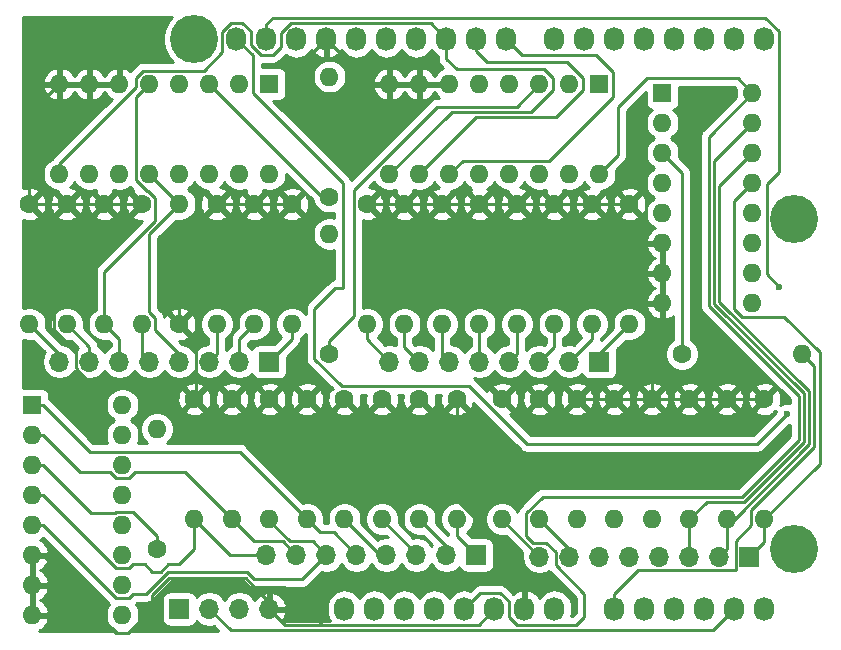
<source format=gbr>
%TF.GenerationSoftware,KiCad,Pcbnew,(5.1.6)-1*%
%TF.CreationDate,2020-07-22T23:00:20+02:00*%
%TF.ProjectId,circuit,63697263-7569-4742-9e6b-696361645f70,rev?*%
%TF.SameCoordinates,Original*%
%TF.FileFunction,Copper,L2,Bot*%
%TF.FilePolarity,Positive*%
%FSLAX46Y46*%
G04 Gerber Fmt 4.6, Leading zero omitted, Abs format (unit mm)*
G04 Created by KiCad (PCBNEW (5.1.6)-1) date 2020-07-22 23:00:20*
%MOMM*%
%LPD*%
G01*
G04 APERTURE LIST*
%TA.AperFunction,ComponentPad*%
%ADD10O,1.600000X1.600000*%
%TD*%
%TA.AperFunction,ComponentPad*%
%ADD11R,1.600000X1.600000*%
%TD*%
%TA.AperFunction,ComponentPad*%
%ADD12C,1.600000*%
%TD*%
%TA.AperFunction,ComponentPad*%
%ADD13R,1.700000X1.700000*%
%TD*%
%TA.AperFunction,ComponentPad*%
%ADD14O,1.700000X1.700000*%
%TD*%
%TA.AperFunction,ComponentPad*%
%ADD15O,1.727200X2.032000*%
%TD*%
%TA.AperFunction,ComponentPad*%
%ADD16C,4.064000*%
%TD*%
%TA.AperFunction,ViaPad*%
%ADD17C,0.600000*%
%TD*%
%TA.AperFunction,Conductor*%
%ADD18C,0.250000*%
%TD*%
%TA.AperFunction,Conductor*%
%ADD19C,0.254000*%
%TD*%
G04 APERTURE END LIST*
D10*
%TO.P,READMUX1,16*%
%TO.N,+5V*%
X173482000Y-80137000D03*
%TO.P,READMUX1,8*%
%TO.N,GND*%
X165862000Y-97917000D03*
%TO.P,READMUX1,15*%
%TO.N,Net-(P9-Pad3)*%
X173482000Y-82677000D03*
%TO.P,READMUX1,7*%
%TO.N,GND*%
X165862000Y-95377000D03*
%TO.P,READMUX1,14*%
%TO.N,Net-(P9-Pad2)*%
X173482000Y-85217000D03*
%TO.P,READMUX1,6*%
%TO.N,GND*%
X165862000Y-92837000D03*
%TO.P,READMUX1,13*%
%TO.N,Net-(P9-Pad1)*%
X173482000Y-87757000D03*
%TO.P,READMUX1,5*%
%TO.N,Net-(P9-Pad6)*%
X165862000Y-90297000D03*
%TO.P,READMUX1,12*%
%TO.N,Net-(P9-Pad4)*%
X173482000Y-90297000D03*
%TO.P,READMUX1,4*%
%TO.N,Net-(P9-Pad8)*%
X165862000Y-87757000D03*
%TO.P,READMUX1,11*%
%TO.N,/5(\u002A\u002A)*%
X173482000Y-92837000D03*
%TO.P,READMUX1,3*%
%TO.N,Net-(READMUX1-Pad3)*%
X165862000Y-85217000D03*
%TO.P,READMUX1,10*%
%TO.N,/6(\u002A\u002A)*%
X173482000Y-95377000D03*
%TO.P,READMUX1,2*%
%TO.N,Net-(P9-Pad7)*%
X165862000Y-82677000D03*
%TO.P,READMUX1,9*%
%TO.N,/7*%
X173482000Y-97917000D03*
D11*
%TO.P,READMUX1,1*%
%TO.N,Net-(P9-Pad5)*%
X165862000Y-80137000D03*
%TD*%
D12*
%TO.P,R8W1,1*%
%TO.N,GND*%
X112268000Y-89535000D03*
D10*
%TO.P,R8W1,2*%
%TO.N,Net-(P10-Pad8)*%
X112268000Y-99695000D03*
%TD*%
D11*
%TO.P,WRITEMUX1,1*%
%TO.N,Net-(P10-Pad5)*%
X132588000Y-79375000D03*
D10*
%TO.P,WRITEMUX1,9*%
%TO.N,/10(\u002A\u002A/SS)*%
X114808000Y-86995000D03*
%TO.P,WRITEMUX1,2*%
%TO.N,Net-(P10-Pad7)*%
X130048000Y-79375000D03*
%TO.P,WRITEMUX1,10*%
%TO.N,/9(\u002A\u002A)*%
X117348000Y-86995000D03*
%TO.P,WRITEMUX1,3*%
%TO.N,Net-(RWM1-Pad1)*%
X127508000Y-79375000D03*
%TO.P,WRITEMUX1,11*%
%TO.N,/8*%
X119888000Y-86995000D03*
%TO.P,WRITEMUX1,4*%
%TO.N,Net-(P10-Pad8)*%
X124968000Y-79375000D03*
%TO.P,WRITEMUX1,12*%
%TO.N,Net-(P10-Pad4)*%
X122428000Y-86995000D03*
%TO.P,WRITEMUX1,5*%
%TO.N,Net-(P10-Pad6)*%
X122428000Y-79375000D03*
%TO.P,WRITEMUX1,13*%
%TO.N,Net-(P10-Pad1)*%
X124968000Y-86995000D03*
%TO.P,WRITEMUX1,6*%
%TO.N,GND*%
X119888000Y-79375000D03*
%TO.P,WRITEMUX1,14*%
%TO.N,Net-(P10-Pad2)*%
X127508000Y-86995000D03*
%TO.P,WRITEMUX1,7*%
%TO.N,GND*%
X117348000Y-79375000D03*
%TO.P,WRITEMUX1,15*%
%TO.N,Net-(P10-Pad3)*%
X130048000Y-86995000D03*
%TO.P,WRITEMUX1,8*%
%TO.N,GND*%
X114808000Y-79375000D03*
%TO.P,WRITEMUX1,16*%
%TO.N,+5V*%
X132588000Y-86995000D03*
%TD*%
D13*
%TO.P,P10,1*%
%TO.N,Net-(P10-Pad1)*%
X132588000Y-102870000D03*
D14*
%TO.P,P10,2*%
%TO.N,Net-(P10-Pad2)*%
X130048000Y-102870000D03*
%TO.P,P10,3*%
%TO.N,Net-(P10-Pad3)*%
X127508000Y-102870000D03*
%TO.P,P10,4*%
%TO.N,Net-(P10-Pad4)*%
X124968000Y-102870000D03*
%TO.P,P10,5*%
%TO.N,Net-(P10-Pad5)*%
X122428000Y-102870000D03*
%TO.P,P10,6*%
%TO.N,Net-(P10-Pad6)*%
X119888000Y-102870000D03*
%TO.P,P10,7*%
%TO.N,Net-(P10-Pad7)*%
X117348000Y-102870000D03*
%TO.P,P10,8*%
%TO.N,Net-(P10-Pad8)*%
X114808000Y-102870000D03*
%TD*%
D15*
%TO.P,P1,1*%
%TO.N,N/C*%
X138938000Y-123825000D03*
%TO.P,P1,2*%
X141478000Y-123825000D03*
%TO.P,P1,3*%
X144018000Y-123825000D03*
%TO.P,P1,4*%
X146558000Y-123825000D03*
%TO.P,P1,5*%
%TO.N,+5V*%
X149098000Y-123825000D03*
%TO.P,P1,6*%
%TO.N,GND*%
X151638000Y-123825000D03*
%TO.P,P1,7*%
X154178000Y-123825000D03*
%TO.P,P1,8*%
%TO.N,N/C*%
X156718000Y-123825000D03*
%TD*%
%TO.P,P2,1*%
%TO.N,/A0*%
X161798000Y-123825000D03*
%TO.P,P2,2*%
%TO.N,N/C*%
X164338000Y-123825000D03*
%TO.P,P2,3*%
X166878000Y-123825000D03*
%TO.P,P2,4*%
X169418000Y-123825000D03*
%TO.P,P2,5*%
%TO.N,/A4(SDA)*%
X171958000Y-123825000D03*
%TO.P,P2,6*%
%TO.N,/A5(SCL)*%
X174498000Y-123825000D03*
%TD*%
%TO.P,P3,1*%
%TO.N,/A5(SCL)*%
X129794000Y-75565000D03*
%TO.P,P3,2*%
%TO.N,/A4(SDA)*%
X132334000Y-75565000D03*
%TO.P,P3,3*%
%TO.N,N/C*%
X134874000Y-75565000D03*
%TO.P,P3,4*%
%TO.N,GND*%
X137414000Y-75565000D03*
%TO.P,P3,5*%
%TO.N,/13(SCK)*%
X139954000Y-75565000D03*
%TO.P,P3,6*%
%TO.N,/12(MISO)*%
X142494000Y-75565000D03*
%TO.P,P3,7*%
%TO.N,/11(\u002A\u002A/MOSI)*%
X145034000Y-75565000D03*
%TO.P,P3,8*%
%TO.N,/10(\u002A\u002A/SS)*%
X147574000Y-75565000D03*
%TO.P,P3,9*%
%TO.N,/9(\u002A\u002A)*%
X150114000Y-75565000D03*
%TO.P,P3,10*%
%TO.N,/8*%
X152654000Y-75565000D03*
%TD*%
%TO.P,P4,1*%
%TO.N,/7*%
X156718000Y-75565000D03*
%TO.P,P4,2*%
%TO.N,/6(\u002A\u002A)*%
X159258000Y-75565000D03*
%TO.P,P4,3*%
%TO.N,/5(\u002A\u002A)*%
X161798000Y-75565000D03*
%TO.P,P4,4*%
%TO.N,N/C*%
X164338000Y-75565000D03*
%TO.P,P4,5*%
X166878000Y-75565000D03*
%TO.P,P4,6*%
X169418000Y-75565000D03*
%TO.P,P4,7*%
X171958000Y-75565000D03*
%TO.P,P4,8*%
X174498000Y-75565000D03*
%TD*%
D16*
%TO.P,P6,1*%
%TO.N,N/C*%
X177038000Y-118745000D03*
%TD*%
%TO.P,P7,1*%
%TO.N,N/C*%
X126238000Y-75565000D03*
%TD*%
%TO.P,P8,1*%
%TO.N,N/C*%
X177038000Y-90805000D03*
%TD*%
D13*
%TO.P,P9,1*%
%TO.N,Net-(P9-Pad1)*%
X173228000Y-119380000D03*
D14*
%TO.P,P9,2*%
%TO.N,Net-(P9-Pad2)*%
X170688000Y-119380000D03*
%TO.P,P9,3*%
%TO.N,Net-(P9-Pad3)*%
X168148000Y-119380000D03*
%TO.P,P9,4*%
%TO.N,Net-(P9-Pad4)*%
X165608000Y-119380000D03*
%TO.P,P9,5*%
%TO.N,Net-(P9-Pad5)*%
X163068000Y-119380000D03*
%TO.P,P9,6*%
%TO.N,Net-(P9-Pad6)*%
X160528000Y-119380000D03*
%TO.P,P9,7*%
%TO.N,Net-(P9-Pad7)*%
X157988000Y-119380000D03*
%TO.P,P9,8*%
%TO.N,Net-(P9-Pad8)*%
X155448000Y-119380000D03*
%TD*%
%TO.P,P11,8*%
%TO.N,Net-(P11-Pad8)*%
X142748000Y-102870000D03*
%TO.P,P11,7*%
%TO.N,Net-(P11-Pad7)*%
X145288000Y-102870000D03*
%TO.P,P11,6*%
%TO.N,Net-(P11-Pad6)*%
X147828000Y-102870000D03*
%TO.P,P11,5*%
%TO.N,Net-(P11-Pad5)*%
X150368000Y-102870000D03*
%TO.P,P11,4*%
%TO.N,Net-(P11-Pad4)*%
X152908000Y-102870000D03*
%TO.P,P11,3*%
%TO.N,Net-(P11-Pad3)*%
X155448000Y-102870000D03*
%TO.P,P11,2*%
%TO.N,Net-(P11-Pad2)*%
X157988000Y-102870000D03*
D13*
%TO.P,P11,1*%
%TO.N,Net-(P11-Pad1)*%
X160528000Y-102870000D03*
%TD*%
%TO.P,P12,1*%
%TO.N,Net-(P12-Pad1)*%
X150114000Y-119253000D03*
D14*
%TO.P,P12,2*%
%TO.N,Net-(P12-Pad2)*%
X147574000Y-119253000D03*
%TO.P,P12,3*%
%TO.N,Net-(P12-Pad3)*%
X145034000Y-119253000D03*
%TO.P,P12,4*%
%TO.N,Net-(P12-Pad4)*%
X142494000Y-119253000D03*
%TO.P,P12,5*%
%TO.N,Net-(P12-Pad5)*%
X139954000Y-119253000D03*
%TO.P,P12,6*%
%TO.N,Net-(P12-Pad6)*%
X137414000Y-119253000D03*
%TO.P,P12,7*%
%TO.N,Net-(P12-Pad7)*%
X134874000Y-119253000D03*
%TO.P,P12,8*%
%TO.N,Net-(P12-Pad8)*%
X132334000Y-119253000D03*
%TD*%
D12*
%TO.P,R1R1,1*%
%TO.N,GND*%
X174498000Y-106045000D03*
D10*
%TO.P,R1R1,2*%
%TO.N,Net-(P9-Pad1)*%
X174498000Y-116205000D03*
%TD*%
D12*
%TO.P,R1W1,1*%
%TO.N,GND*%
X134493000Y-89535000D03*
D10*
%TO.P,R1W1,2*%
%TO.N,Net-(P10-Pad1)*%
X134493000Y-99695000D03*
%TD*%
D12*
%TO.P,R1W2,1*%
%TO.N,GND*%
X163068000Y-89535000D03*
D10*
%TO.P,R1W2,2*%
%TO.N,Net-(P11-Pad1)*%
X163068000Y-99695000D03*
%TD*%
%TO.P,R1W3,2*%
%TO.N,Net-(P12-Pad1)*%
X148463000Y-116205000D03*
D12*
%TO.P,R1W3,1*%
%TO.N,GND*%
X148463000Y-106045000D03*
%TD*%
D10*
%TO.P,R2R1,2*%
%TO.N,Net-(P9-Pad2)*%
X171323000Y-116205000D03*
D12*
%TO.P,R2R1,1*%
%TO.N,GND*%
X171323000Y-106045000D03*
%TD*%
D10*
%TO.P,R2W1,2*%
%TO.N,Net-(P10-Pad2)*%
X131318000Y-99695000D03*
D12*
%TO.P,R2W1,1*%
%TO.N,GND*%
X131318000Y-89535000D03*
%TD*%
D10*
%TO.P,R2W2,2*%
%TO.N,Net-(P11-Pad2)*%
X159893000Y-99695000D03*
D12*
%TO.P,R2W2,1*%
%TO.N,GND*%
X159893000Y-89535000D03*
%TD*%
%TO.P,R2W3,1*%
%TO.N,GND*%
X145288000Y-106045000D03*
D10*
%TO.P,R2W3,2*%
%TO.N,Net-(P12-Pad2)*%
X145288000Y-116205000D03*
%TD*%
D12*
%TO.P,R3R1,1*%
%TO.N,GND*%
X168148000Y-106045000D03*
D10*
%TO.P,R3R1,2*%
%TO.N,Net-(P9-Pad3)*%
X168148000Y-116205000D03*
%TD*%
D12*
%TO.P,R3W1,1*%
%TO.N,GND*%
X128143000Y-89535000D03*
D10*
%TO.P,R3W1,2*%
%TO.N,Net-(P10-Pad3)*%
X128143000Y-99695000D03*
%TD*%
D12*
%TO.P,R3W2,1*%
%TO.N,GND*%
X156718000Y-89535000D03*
D10*
%TO.P,R3W2,2*%
%TO.N,Net-(P11-Pad3)*%
X156718000Y-99695000D03*
%TD*%
%TO.P,R3W3,2*%
%TO.N,Net-(P12-Pad3)*%
X142113000Y-116205000D03*
D12*
%TO.P,R3W3,1*%
%TO.N,GND*%
X142113000Y-106045000D03*
%TD*%
D10*
%TO.P,R4R1,2*%
%TO.N,Net-(P9-Pad4)*%
X164973000Y-116205000D03*
D12*
%TO.P,R4R1,1*%
%TO.N,GND*%
X164973000Y-106045000D03*
%TD*%
D10*
%TO.P,R4W1,2*%
%TO.N,Net-(P10-Pad4)*%
X124968000Y-89535000D03*
D12*
%TO.P,R4W1,1*%
%TO.N,GND*%
X124968000Y-99695000D03*
%TD*%
D10*
%TO.P,R4W2,2*%
%TO.N,Net-(P11-Pad4)*%
X153543000Y-99695000D03*
D12*
%TO.P,R4W2,1*%
%TO.N,GND*%
X153543000Y-89535000D03*
%TD*%
%TO.P,R4W3,1*%
%TO.N,GND*%
X138938000Y-106045000D03*
D10*
%TO.P,R4W3,2*%
%TO.N,Net-(P12-Pad4)*%
X138938000Y-116205000D03*
%TD*%
D12*
%TO.P,R5R1,1*%
%TO.N,GND*%
X161798000Y-106045000D03*
D10*
%TO.P,R5R1,2*%
%TO.N,Net-(P9-Pad5)*%
X161798000Y-116205000D03*
%TD*%
D12*
%TO.P,R5W1,1*%
%TO.N,GND*%
X121793000Y-89535000D03*
D10*
%TO.P,R5W1,2*%
%TO.N,Net-(P10-Pad5)*%
X121793000Y-99695000D03*
%TD*%
%TO.P,R5W2,2*%
%TO.N,Net-(P11-Pad5)*%
X150368000Y-99695000D03*
D12*
%TO.P,R5W2,1*%
%TO.N,GND*%
X150368000Y-89535000D03*
%TD*%
%TO.P,R5W3,1*%
%TO.N,GND*%
X135763000Y-106045000D03*
D10*
%TO.P,R5W3,2*%
%TO.N,Net-(P12-Pad5)*%
X135763000Y-116205000D03*
%TD*%
%TO.P,R6R1,2*%
%TO.N,Net-(P9-Pad6)*%
X158623000Y-116205000D03*
D12*
%TO.P,R6R1,1*%
%TO.N,GND*%
X158623000Y-106045000D03*
%TD*%
D10*
%TO.P,R6W1,2*%
%TO.N,Net-(P10-Pad6)*%
X118618000Y-99695000D03*
D12*
%TO.P,R6W1,1*%
%TO.N,GND*%
X118618000Y-89535000D03*
%TD*%
D10*
%TO.P,R6W2,2*%
%TO.N,Net-(P11-Pad6)*%
X147193000Y-99695000D03*
D12*
%TO.P,R6W2,1*%
%TO.N,GND*%
X147193000Y-89535000D03*
%TD*%
D10*
%TO.P,R6W3,2*%
%TO.N,Net-(P12-Pad6)*%
X132588000Y-116205000D03*
D12*
%TO.P,R6W3,1*%
%TO.N,GND*%
X132588000Y-106045000D03*
%TD*%
D10*
%TO.P,R7R1,2*%
%TO.N,Net-(P9-Pad7)*%
X155448000Y-116205000D03*
D12*
%TO.P,R7R1,1*%
%TO.N,GND*%
X155448000Y-106045000D03*
%TD*%
D10*
%TO.P,R7W1,2*%
%TO.N,Net-(P10-Pad7)*%
X115443000Y-99695000D03*
D12*
%TO.P,R7W1,1*%
%TO.N,GND*%
X115443000Y-89535000D03*
%TD*%
D10*
%TO.P,R7W2,2*%
%TO.N,Net-(P11-Pad7)*%
X144018000Y-99695000D03*
D12*
%TO.P,R7W2,1*%
%TO.N,GND*%
X144018000Y-89535000D03*
%TD*%
%TO.P,R7W3,1*%
%TO.N,GND*%
X129413000Y-106045000D03*
D10*
%TO.P,R7W3,2*%
%TO.N,Net-(P12-Pad7)*%
X129413000Y-116205000D03*
%TD*%
D12*
%TO.P,R8R1,1*%
%TO.N,GND*%
X152273000Y-106045000D03*
D10*
%TO.P,R8R1,2*%
%TO.N,Net-(P9-Pad8)*%
X152273000Y-116205000D03*
%TD*%
D12*
%TO.P,R8W2,1*%
%TO.N,GND*%
X140843000Y-89535000D03*
D10*
%TO.P,R8W2,2*%
%TO.N,Net-(P11-Pad8)*%
X140843000Y-99695000D03*
%TD*%
D12*
%TO.P,R8W3,1*%
%TO.N,GND*%
X126238000Y-106045000D03*
D10*
%TO.P,R8W3,2*%
%TO.N,Net-(P12-Pad8)*%
X126238000Y-116205000D03*
%TD*%
D12*
%TO.P,RRM1,1*%
%TO.N,Net-(READMUX1-Pad3)*%
X167513000Y-102235000D03*
D10*
%TO.P,RRM1,2*%
%TO.N,/A0*%
X177673000Y-102235000D03*
%TD*%
%TO.P,RWM1,2*%
%TO.N,/11(\u002A\u002A/MOSI)*%
X137668000Y-78740000D03*
D12*
%TO.P,RWM1,1*%
%TO.N,Net-(RWM1-Pad1)*%
X137668000Y-88900000D03*
%TD*%
%TO.P,RWM2,1*%
%TO.N,Net-(RWM2-Pad1)*%
X137668000Y-102235000D03*
D10*
%TO.P,RWM2,2*%
%TO.N,/12(MISO)*%
X137668000Y-92075000D03*
%TD*%
D12*
%TO.P,RWM3,1*%
%TO.N,Net-(RWM3-Pad1)*%
X123063000Y-118745000D03*
D10*
%TO.P,RWM3,2*%
%TO.N,/13(SCK)*%
X123063000Y-108585000D03*
%TD*%
D13*
%TO.P,ScreenConn1,1*%
%TO.N,/A5(SCL)*%
X124968000Y-123825000D03*
D14*
%TO.P,ScreenConn1,2*%
%TO.N,/A4(SDA)*%
X127508000Y-123825000D03*
%TO.P,ScreenConn1,3*%
%TO.N,+5V*%
X130048000Y-123825000D03*
%TO.P,ScreenConn1,4*%
%TO.N,GND*%
X132588000Y-123825000D03*
%TD*%
D11*
%TO.P,WRITEMUX2,1*%
%TO.N,Net-(P11-Pad5)*%
X160528000Y-79375000D03*
D10*
%TO.P,WRITEMUX2,9*%
%TO.N,/10(\u002A\u002A/SS)*%
X142748000Y-86995000D03*
%TO.P,WRITEMUX2,2*%
%TO.N,Net-(P11-Pad7)*%
X157988000Y-79375000D03*
%TO.P,WRITEMUX2,10*%
%TO.N,/9(\u002A\u002A)*%
X145288000Y-86995000D03*
%TO.P,WRITEMUX2,3*%
%TO.N,Net-(RWM2-Pad1)*%
X155448000Y-79375000D03*
%TO.P,WRITEMUX2,11*%
%TO.N,/8*%
X147828000Y-86995000D03*
%TO.P,WRITEMUX2,4*%
%TO.N,Net-(P11-Pad8)*%
X152908000Y-79375000D03*
%TO.P,WRITEMUX2,12*%
%TO.N,Net-(P11-Pad4)*%
X150368000Y-86995000D03*
%TO.P,WRITEMUX2,5*%
%TO.N,Net-(P11-Pad6)*%
X150368000Y-79375000D03*
%TO.P,WRITEMUX2,13*%
%TO.N,Net-(P11-Pad1)*%
X152908000Y-86995000D03*
%TO.P,WRITEMUX2,6*%
%TO.N,GND*%
X147828000Y-79375000D03*
%TO.P,WRITEMUX2,14*%
%TO.N,Net-(P11-Pad2)*%
X155448000Y-86995000D03*
%TO.P,WRITEMUX2,7*%
%TO.N,GND*%
X145288000Y-79375000D03*
%TO.P,WRITEMUX2,15*%
%TO.N,Net-(P11-Pad3)*%
X157988000Y-86995000D03*
%TO.P,WRITEMUX2,8*%
%TO.N,GND*%
X142748000Y-79375000D03*
%TO.P,WRITEMUX2,16*%
%TO.N,+5V*%
X160528000Y-86995000D03*
%TD*%
%TO.P,WRITEMUX3,16*%
%TO.N,+5V*%
X120142000Y-106553000D03*
%TO.P,WRITEMUX3,8*%
%TO.N,GND*%
X112522000Y-124333000D03*
%TO.P,WRITEMUX3,15*%
%TO.N,Net-(P12-Pad3)*%
X120142000Y-109093000D03*
%TO.P,WRITEMUX3,7*%
%TO.N,GND*%
X112522000Y-121793000D03*
%TO.P,WRITEMUX3,14*%
%TO.N,Net-(P12-Pad2)*%
X120142000Y-111633000D03*
%TO.P,WRITEMUX3,6*%
%TO.N,GND*%
X112522000Y-119253000D03*
%TO.P,WRITEMUX3,13*%
%TO.N,Net-(P12-Pad1)*%
X120142000Y-114173000D03*
%TO.P,WRITEMUX3,5*%
%TO.N,Net-(P12-Pad6)*%
X112522000Y-116713000D03*
%TO.P,WRITEMUX3,12*%
%TO.N,Net-(P12-Pad4)*%
X120142000Y-116713000D03*
%TO.P,WRITEMUX3,4*%
%TO.N,Net-(P12-Pad8)*%
X112522000Y-114173000D03*
%TO.P,WRITEMUX3,11*%
%TO.N,/8*%
X120142000Y-119253000D03*
%TO.P,WRITEMUX3,3*%
%TO.N,Net-(RWM3-Pad1)*%
X112522000Y-111633000D03*
%TO.P,WRITEMUX3,10*%
%TO.N,/9(\u002A\u002A)*%
X120142000Y-121793000D03*
%TO.P,WRITEMUX3,2*%
%TO.N,Net-(P12-Pad7)*%
X112522000Y-109093000D03*
%TO.P,WRITEMUX3,9*%
%TO.N,/10(\u002A\u002A/SS)*%
X120142000Y-124333000D03*
D11*
%TO.P,WRITEMUX3,1*%
%TO.N,Net-(P12-Pad5)*%
X112522000Y-106553000D03*
%TD*%
D17*
%TO.N,GND*%
X135128000Y-82550000D03*
%TO.N,/A4(SDA)*%
X175768000Y-96520000D03*
%TO.N,/A5(SCL)*%
X176403000Y-107315000D03*
%TD*%
D18*
%TO.N,+5V*%
X150439010Y-122483990D02*
X149098000Y-123825000D01*
X152826610Y-123180262D02*
X152130338Y-122483990D01*
X152826610Y-124469738D02*
X152826610Y-123180262D01*
X152130338Y-122483990D02*
X150439010Y-122483990D01*
X155737998Y-114300000D02*
X154322999Y-115714999D01*
X172593000Y-114300000D02*
X155737998Y-114300000D01*
X156812999Y-119005997D02*
X156812999Y-120109999D01*
X169787981Y-98162802D02*
X177377946Y-105752767D01*
X177377946Y-105752767D02*
X177377946Y-109515054D01*
X177377946Y-109515054D02*
X172593000Y-114300000D01*
X154322999Y-115714999D02*
X154322999Y-117618589D01*
X154322999Y-117618589D02*
X154909409Y-118204999D01*
X154909409Y-118204999D02*
X156012001Y-118204999D01*
X156012001Y-118204999D02*
X156812999Y-119005997D01*
X156812999Y-120109999D02*
X159258000Y-122555000D01*
X159258000Y-122555000D02*
X159258000Y-124460000D01*
X159258000Y-124460000D02*
X158551990Y-125166010D01*
X158551990Y-125166010D02*
X153522882Y-125166010D01*
X153522882Y-125166010D02*
X152826610Y-124469738D01*
X162103010Y-81329988D02*
X162103010Y-85419990D01*
X162103010Y-85419990D02*
X160528000Y-86995000D01*
X164547999Y-78884999D02*
X162103010Y-81329988D01*
X173482000Y-80137000D02*
X172229999Y-78884999D01*
X172229999Y-78884999D02*
X164547999Y-78884999D01*
X169787981Y-83831019D02*
X169787981Y-84339019D01*
X173482000Y-80137000D02*
X169787981Y-83831019D01*
X169787981Y-84339019D02*
X169787981Y-98162802D01*
%TO.N,GND*%
X114808000Y-79375000D02*
X119888000Y-79375000D01*
X142748000Y-79375000D02*
X147828000Y-79375000D01*
X163068000Y-89535000D02*
X159893000Y-89535000D01*
X159893000Y-89535000D02*
X156718000Y-89535000D01*
X153543000Y-89535000D02*
X156718000Y-89535000D01*
X150368000Y-89535000D02*
X153543000Y-89535000D01*
X147193000Y-89535000D02*
X150368000Y-89535000D01*
X144018000Y-89535000D02*
X147193000Y-89535000D01*
X140843000Y-89535000D02*
X144018000Y-89535000D01*
X112268000Y-89535000D02*
X121793000Y-89535000D01*
X134493000Y-89535000D02*
X128143000Y-89535000D01*
X128143000Y-89535000D02*
X125603000Y-92075000D01*
X124968000Y-95885000D02*
X124968000Y-99695000D01*
X125603000Y-95250000D02*
X124968000Y-95885000D01*
X125603000Y-92075000D02*
X125603000Y-95250000D01*
X112268000Y-81915000D02*
X112268000Y-89535000D01*
X114808000Y-79375000D02*
X112268000Y-81915000D01*
X148463000Y-114554998D02*
X154178000Y-120269998D01*
X154178000Y-120269998D02*
X154178000Y-123825000D01*
X148463000Y-106045000D02*
X148463000Y-114554998D01*
X164973000Y-100710002D02*
X164973000Y-106045000D01*
X165608000Y-100075002D02*
X164973000Y-100710002D01*
X115443000Y-121285000D02*
X118618000Y-124460000D01*
X132588000Y-123191410D02*
X132588000Y-123825000D01*
X150296990Y-125166010D02*
X151638000Y-123825000D01*
X133929010Y-125166010D02*
X150296990Y-125166010D01*
X132588000Y-123825000D02*
X133929010Y-125166010D01*
X131317295Y-121920705D02*
X132588000Y-123191410D01*
X131317295Y-121920705D02*
X133858705Y-121920705D01*
X133858705Y-121920705D02*
X137033000Y-125095000D01*
X126332999Y-101059999D02*
X126332999Y-105950001D01*
X126332999Y-105950001D02*
X126238000Y-106045000D01*
X124968000Y-99695000D02*
X126332999Y-101059999D01*
X141224000Y-79375000D02*
X142748000Y-79375000D01*
X137414000Y-75565000D02*
X141224000Y-79375000D01*
X158623000Y-106045000D02*
X174498000Y-106045000D01*
X135622981Y-77356019D02*
X135622981Y-79234981D01*
X137414000Y-75565000D02*
X135622981Y-77356019D01*
X136752962Y-80364962D02*
X136752962Y-80925038D01*
X135622981Y-79234981D02*
X136752962Y-80364962D01*
X136752962Y-80925038D02*
X135128000Y-82550000D01*
X135128000Y-82550000D02*
X135128000Y-82550000D01*
X114317999Y-93835001D02*
X114317999Y-100235001D01*
X124714000Y-104521000D02*
X126238000Y-106045000D01*
X116172999Y-103434001D02*
X117259998Y-104521000D01*
X114317999Y-100235001D02*
X116172999Y-102090001D01*
X117259998Y-104521000D02*
X124714000Y-104521000D01*
X118618000Y-89535000D02*
X114317999Y-93835001D01*
X116172999Y-102090001D02*
X116172999Y-103434001D01*
X115443000Y-121285000D02*
X113411000Y-119253000D01*
X113411000Y-119253000D02*
X112522000Y-119253000D01*
X114935000Y-121793000D02*
X115443000Y-121285000D01*
X112522000Y-121793000D02*
X114935000Y-121793000D01*
X118491000Y-124333000D02*
X118618000Y-124460000D01*
X112522000Y-119253000D02*
X112522000Y-124333000D01*
X112522000Y-124333000D02*
X118491000Y-124333000D01*
X124114637Y-121190001D02*
X130586591Y-121190001D01*
X118618000Y-124904500D02*
X119570500Y-125857000D01*
X118618000Y-124460000D02*
X118618000Y-124904500D01*
X130586591Y-121190001D02*
X131317295Y-121920705D01*
X122682000Y-122622638D02*
X124114637Y-121190001D01*
X120650000Y-125857000D02*
X122682000Y-123825000D01*
X122682000Y-123825000D02*
X122682000Y-122622638D01*
X119570500Y-125857000D02*
X120650000Y-125857000D01*
%TO.N,/A0*%
X161798000Y-123825000D02*
X161798000Y-122555000D01*
X161798000Y-122555000D02*
X163797999Y-120555001D01*
X163797999Y-120555001D02*
X172117999Y-120555001D01*
X172052999Y-118065001D02*
X173372999Y-116745001D01*
X178727979Y-103289979D02*
X177673000Y-102235000D01*
X172117999Y-120555001D02*
X172052999Y-120490001D01*
X178727979Y-110074254D02*
X178727979Y-103289979D01*
X173372999Y-115429234D02*
X178727979Y-110074254D01*
X173372999Y-116745001D02*
X173372999Y-115429234D01*
X172052999Y-120490001D02*
X172052999Y-118065001D01*
%TO.N,/A4(SDA)*%
X170166980Y-125616020D02*
X171958000Y-123825000D01*
X129299020Y-125616020D02*
X170166980Y-125616020D01*
X127508000Y-123825000D02*
X129299020Y-125616020D01*
X174680999Y-87842003D02*
X174680999Y-95432999D01*
X132334000Y-74299000D02*
X132859020Y-73773980D01*
X175686610Y-86836392D02*
X174680999Y-87842003D01*
X174540328Y-73773980D02*
X175686610Y-74920262D01*
X132859020Y-73773980D02*
X174540328Y-73773980D01*
X132334000Y-75565000D02*
X132334000Y-74299000D01*
X175686610Y-74920262D02*
X175686610Y-86836392D01*
X174680999Y-95432999D02*
X175768000Y-96520000D01*
X175768000Y-96520000D02*
X175768000Y-96520000D01*
%TO.N,/A5(SCL)*%
X131173001Y-76944001D02*
X131173001Y-80145003D01*
X129794000Y-75565000D02*
X131173001Y-76944001D01*
X131173001Y-80145003D02*
X138793001Y-87765003D01*
X138793001Y-96664999D02*
X138158001Y-96664999D01*
X138793001Y-87765003D02*
X138793001Y-96664999D01*
X149482997Y-104919999D02*
X154417998Y-109855000D01*
X138158001Y-96664999D02*
X136398000Y-98425000D01*
X136398000Y-102630002D02*
X138687997Y-104919999D01*
X138687997Y-104919999D02*
X149482997Y-104919999D01*
X136398000Y-98425000D02*
X136398000Y-102630002D01*
X154417998Y-109855000D02*
X173863000Y-109855000D01*
X173863000Y-109855000D02*
X176403000Y-107315000D01*
X176403000Y-107315000D02*
X176403000Y-107315000D01*
%TO.N,/9(\u002A\u002A)*%
X145288000Y-86995000D02*
X150102981Y-82180019D01*
X159113001Y-79915001D02*
X159113001Y-78834999D01*
X159113001Y-78834999D02*
X157748002Y-77470000D01*
X150102981Y-82180019D02*
X156847983Y-82180019D01*
X156847983Y-82180019D02*
X159113001Y-79915001D01*
X157748002Y-77470000D02*
X151003000Y-77470000D01*
X150114000Y-76581000D02*
X150114000Y-75565000D01*
X151003000Y-77470000D02*
X150114000Y-76581000D01*
%TO.N,/8*%
X160244012Y-76906010D02*
X153995010Y-76906010D01*
X161653001Y-78314999D02*
X160244012Y-76906010D01*
X161653001Y-80435001D02*
X161653001Y-78314999D01*
X156218003Y-85869999D02*
X161653001Y-80435001D01*
X148953001Y-85869999D02*
X156218003Y-85869999D01*
X153995010Y-76906010D02*
X152654000Y-75565000D01*
X147828000Y-86995000D02*
X148953001Y-85869999D01*
%TO.N,/10(\u002A\u002A/SS)*%
X154757993Y-81730009D02*
X156573001Y-79915001D01*
X156573001Y-79915001D02*
X156573001Y-78834999D01*
X142748000Y-86995000D02*
X148012991Y-81730009D01*
X156573001Y-78834999D02*
X155843002Y-78105000D01*
X148012991Y-81730009D02*
X154757993Y-81730009D01*
X155843002Y-78105000D02*
X148463000Y-78105000D01*
X147574000Y-77216000D02*
X147574000Y-75565000D01*
X148463000Y-78105000D02*
X147574000Y-77216000D01*
X114808000Y-86120002D02*
X114808000Y-86995000D01*
X121302999Y-79625003D02*
X114808000Y-86120002D01*
X127041363Y-78249999D02*
X121887999Y-78249999D01*
X128595001Y-76696361D02*
X127041363Y-78249999D01*
X128595001Y-74930651D02*
X128595001Y-76696361D01*
X129301662Y-74223990D02*
X128595001Y-74930651D01*
X130286338Y-74223990D02*
X129301662Y-74223990D01*
X130982610Y-74920262D02*
X130286338Y-74223990D01*
X121302999Y-78834999D02*
X121302999Y-79625003D01*
X130982610Y-76046958D02*
X130982610Y-74920262D01*
X131841662Y-76906010D02*
X130982610Y-76046958D01*
X121887999Y-78249999D02*
X121302999Y-78834999D01*
X132871988Y-76906010D02*
X131841662Y-76906010D01*
X133522610Y-76255388D02*
X132871988Y-76906010D01*
X133522610Y-75083042D02*
X133522610Y-76255388D01*
X134381662Y-74223990D02*
X133522610Y-75083042D01*
X146232990Y-74223990D02*
X134381662Y-74223990D01*
X147574000Y-75565000D02*
X146232990Y-74223990D01*
%TO.N,Net-(P9-Pad8)*%
X152273000Y-116205000D02*
X155448000Y-119380000D01*
%TO.N,Net-(P9-Pad7)*%
X157988000Y-118745000D02*
X157988000Y-119380000D01*
X155448000Y-116205000D02*
X157988000Y-118745000D01*
%TO.N,Net-(P9-Pad3)*%
X168148000Y-116205000D02*
X168148000Y-119380000D01*
X177827957Y-109701454D02*
X172779400Y-114750011D01*
X177827957Y-105566367D02*
X177827957Y-109701454D01*
X169602989Y-114750011D02*
X168148000Y-116205000D01*
X172779400Y-114750011D02*
X169602989Y-114750011D01*
X170237993Y-97976403D02*
X170306295Y-98044705D01*
X170237993Y-85921007D02*
X170237993Y-97976403D01*
X170434000Y-85725000D02*
X170237993Y-85921007D01*
X173482000Y-82677000D02*
X170434000Y-85725000D01*
X170434000Y-85725000D02*
X170237991Y-85921009D01*
X170237992Y-97976402D02*
X170306295Y-98044705D01*
X170306295Y-98044705D02*
X177827957Y-105566367D01*
%TO.N,Net-(P9-Pad2)*%
X171323000Y-118745000D02*
X170688000Y-119380000D01*
X171323000Y-116205000D02*
X171323000Y-118745000D01*
X178277968Y-105379967D02*
X170688003Y-97790002D01*
X171960822Y-116205000D02*
X178277968Y-109887854D01*
X178277968Y-109887854D02*
X178277968Y-105379967D01*
X171323000Y-116205000D02*
X171960822Y-116205000D01*
X170688003Y-88010997D02*
X170688003Y-88011003D01*
X170688003Y-97790002D02*
X170688003Y-88011003D01*
X173482000Y-85217000D02*
X170688003Y-88010997D01*
%TO.N,Net-(P9-Pad1)*%
X174498000Y-118110000D02*
X173228000Y-119380000D01*
X174498000Y-116205000D02*
X174498000Y-118110000D01*
X176163002Y-99060000D02*
X179177990Y-102074988D01*
X171958000Y-98423590D02*
X172594410Y-99060000D01*
X172594410Y-99060000D02*
X176163002Y-99060000D01*
X179177990Y-111525010D02*
X174498000Y-116205000D01*
X179177990Y-102074988D02*
X179177990Y-111525010D01*
X171958000Y-89281000D02*
X171958000Y-89789000D01*
X173482000Y-87757000D02*
X171958000Y-89281000D01*
X171958000Y-89789000D02*
X171958000Y-98423590D01*
%TO.N,Net-(P10-Pad1)*%
X134493000Y-100965000D02*
X132588000Y-102870000D01*
X134493000Y-99695000D02*
X134493000Y-100965000D01*
%TO.N,Net-(P10-Pad2)*%
X131318000Y-99695000D02*
X130048000Y-100965000D01*
X130048000Y-100965000D02*
X130048000Y-102870000D01*
%TO.N,Net-(P10-Pad3)*%
X128143000Y-102235000D02*
X127508000Y-102870000D01*
X128143000Y-99695000D02*
X128143000Y-102235000D01*
%TO.N,Net-(P10-Pad4)*%
X124968000Y-89535000D02*
X122428000Y-86995000D01*
X124968000Y-102235000D02*
X124968000Y-102870000D01*
X122428000Y-92075000D02*
X122428000Y-98664998D01*
X122918001Y-99154999D02*
X122918001Y-100185001D01*
X122428000Y-98664998D02*
X122918001Y-99154999D01*
X124968000Y-89535000D02*
X122428000Y-92075000D01*
X122918001Y-100185001D02*
X124968000Y-102235000D01*
%TO.N,Net-(P10-Pad5)*%
X121793000Y-102235000D02*
X122428000Y-102870000D01*
X121793000Y-99695000D02*
X121793000Y-102235000D01*
%TO.N,Net-(P10-Pad6)*%
X118618000Y-99695000D02*
X119888000Y-100965000D01*
X119888000Y-100965000D02*
X119888000Y-102870000D01*
X118618000Y-95248589D02*
X118618000Y-99695000D01*
X122918001Y-90948589D02*
X118618000Y-95248589D01*
X122918001Y-88994999D02*
X122918001Y-90948589D01*
X122177997Y-88409999D02*
X122333001Y-88409999D01*
X121302999Y-87535001D02*
X122177997Y-88409999D01*
X121302999Y-80500001D02*
X121302999Y-87535001D01*
X122333001Y-88409999D02*
X122918001Y-88994999D01*
X122428000Y-79375000D02*
X121302999Y-80500001D01*
%TO.N,Net-(P10-Pad7)*%
X115443000Y-99695000D02*
X117348000Y-101600000D01*
X117348000Y-101600000D02*
X117348000Y-102870000D01*
%TO.N,Net-(P10-Pad8)*%
X114808000Y-102235000D02*
X114808000Y-102870000D01*
X112268000Y-99695000D02*
X114808000Y-102235000D01*
%TO.N,Net-(P11-Pad8)*%
X140843000Y-100965000D02*
X142748000Y-102870000D01*
X140843000Y-99695000D02*
X140843000Y-100965000D01*
%TO.N,Net-(P11-Pad7)*%
X144018000Y-101600000D02*
X145288000Y-102870000D01*
X144018000Y-99695000D02*
X144018000Y-101600000D01*
%TO.N,Net-(P11-Pad6)*%
X147193000Y-102235000D02*
X147828000Y-102870000D01*
X147193000Y-99695000D02*
X147193000Y-102235000D01*
%TO.N,Net-(P11-Pad5)*%
X150368000Y-99695000D02*
X150368000Y-102870000D01*
%TO.N,Net-(P11-Pad4)*%
X153543000Y-102235000D02*
X152908000Y-102870000D01*
X153543000Y-99695000D02*
X153543000Y-102235000D01*
%TO.N,Net-(P11-Pad3)*%
X156718000Y-101600000D02*
X155448000Y-102870000D01*
X156718000Y-99695000D02*
X156718000Y-101600000D01*
%TO.N,Net-(P11-Pad2)*%
X159893000Y-100965000D02*
X157988000Y-102870000D01*
X159893000Y-99695000D02*
X159893000Y-100965000D01*
%TO.N,Net-(P11-Pad1)*%
X160528000Y-102235000D02*
X160528000Y-102870000D01*
X163068000Y-99695000D02*
X160528000Y-102235000D01*
%TO.N,Net-(P12-Pad1)*%
X148463000Y-117602000D02*
X150114000Y-119253000D01*
X148463000Y-116205000D02*
X148463000Y-117602000D01*
%TO.N,Net-(P12-Pad2)*%
X147574000Y-118491000D02*
X147574000Y-119253000D01*
X145288000Y-116205000D02*
X147574000Y-118491000D01*
%TO.N,Net-(P12-Pad3)*%
X145034000Y-119126000D02*
X145034000Y-119253000D01*
X142113000Y-116205000D02*
X145034000Y-119126000D01*
%TO.N,Net-(P12-Pad4)*%
X141986000Y-119253000D02*
X142494000Y-119253000D01*
X138938000Y-116205000D02*
X141986000Y-119253000D01*
%TO.N,Net-(P12-Pad5)*%
X130065999Y-110507999D02*
X131254500Y-111696500D01*
X131254500Y-111696500D02*
X135763000Y-116205000D01*
X112522000Y-106553000D02*
X113411000Y-106553000D01*
X117365999Y-110507999D02*
X130065999Y-110507999D01*
X113411000Y-106553000D02*
X117365999Y-110507999D01*
X138031001Y-117330001D02*
X139954000Y-119253000D01*
X136888001Y-117330001D02*
X138031001Y-117330001D01*
X135763000Y-116205000D02*
X136888001Y-117330001D01*
%TO.N,Net-(P12-Pad6)*%
X119016999Y-122333001D02*
X119601999Y-122918001D01*
X119601999Y-122918001D02*
X120682001Y-122918001D01*
X113411000Y-116713000D02*
X119016999Y-122318999D01*
X130683000Y-120650000D02*
X131318000Y-121285000D01*
X119016999Y-122318999D02*
X119016999Y-122333001D01*
X112522000Y-116713000D02*
X113411000Y-116713000D01*
X120682001Y-122918001D02*
X121045002Y-122555000D01*
X121045002Y-122555000D02*
X122113228Y-122555000D01*
X122113228Y-122555000D02*
X124018228Y-120650000D01*
X124018228Y-120650000D02*
X130683000Y-120650000D01*
X134335409Y-118077999D02*
X136238999Y-118077999D01*
X132588000Y-116205000D02*
X132588000Y-116330590D01*
X136238999Y-118077999D02*
X137414000Y-119253000D01*
X132588000Y-116330590D02*
X134335409Y-118077999D01*
X135382000Y-121285000D02*
X132334000Y-121285000D01*
X137414000Y-119253000D02*
X135382000Y-121285000D01*
X131318000Y-121285000D02*
X132334000Y-121285000D01*
%TO.N,Net-(P12-Pad7)*%
X125458001Y-112250001D02*
X129413000Y-116205000D01*
X121190001Y-112250001D02*
X125458001Y-112250001D01*
X120682001Y-112758001D02*
X121190001Y-112250001D01*
X113411000Y-109093000D02*
X116568001Y-112250001D01*
X112522000Y-109093000D02*
X113411000Y-109093000D01*
X116568001Y-112250001D02*
X119093999Y-112250001D01*
X119093999Y-112250001D02*
X119601999Y-112758001D01*
X119601999Y-112758001D02*
X120682001Y-112758001D01*
X131285999Y-118077999D02*
X133698999Y-118077999D01*
X133698999Y-118077999D02*
X134874000Y-119253000D01*
X129413000Y-116205000D02*
X131285999Y-118077999D01*
%TO.N,Net-(P12-Pad8)*%
X124968000Y-120015000D02*
X126238000Y-118745000D01*
X120682001Y-120378001D02*
X121045002Y-120015000D01*
X119016999Y-119793001D02*
X119601999Y-120378001D01*
X126238000Y-118745000D02*
X126238000Y-116205000D01*
X119601999Y-120378001D02*
X120682001Y-120378001D01*
X124016818Y-120015000D02*
X124968000Y-120015000D01*
X112522000Y-114173000D02*
X113411000Y-114173000D01*
X113411000Y-114173000D02*
X119016999Y-119778999D01*
X121045002Y-120015000D02*
X122032998Y-120015000D01*
X122032998Y-120015000D02*
X122667998Y-120650000D01*
X119016999Y-119778999D02*
X119016999Y-119793001D01*
X122667998Y-120650000D02*
X123381818Y-120650000D01*
X123381818Y-120650000D02*
X124016818Y-120015000D01*
X129286000Y-119253000D02*
X132334000Y-119253000D01*
X126238000Y-116205000D02*
X129286000Y-119253000D01*
%TO.N,Net-(READMUX1-Pad3)*%
X167513000Y-86868000D02*
X167513000Y-87376000D01*
X165862000Y-85217000D02*
X167513000Y-86868000D01*
X167513000Y-102235000D02*
X167513000Y-87376000D01*
X167513000Y-87376000D02*
X167513000Y-86995000D01*
%TO.N,Net-(RWM1-Pad1)*%
X137033000Y-88900000D02*
X137668000Y-88900000D01*
X127508000Y-79375000D02*
X137033000Y-88900000D01*
%TO.N,Net-(RWM2-Pad1)*%
X153543000Y-81280000D02*
X155448000Y-79375000D01*
X137668000Y-101103630D02*
X139717999Y-99053631D01*
X137668000Y-102235000D02*
X137668000Y-101103630D01*
X146797998Y-81280000D02*
X153543000Y-81280000D01*
X139717999Y-99053631D02*
X139717999Y-88359999D01*
X139717999Y-88359999D02*
X146797998Y-81280000D01*
%TO.N,Net-(RWM3-Pad1)*%
X117475000Y-115697000D02*
X113411000Y-111633000D01*
X123063000Y-118745000D02*
X123063000Y-117602000D01*
X113411000Y-111633000D02*
X112522000Y-111633000D01*
X121048999Y-115587999D02*
X123063000Y-117602000D01*
X119601999Y-115587999D02*
X121048999Y-115587999D01*
X119492998Y-115697000D02*
X119601999Y-115587999D01*
X117475000Y-115697000D02*
X119492998Y-115697000D01*
%TD*%
D19*
%TO.N,GND*%
G36*
X135638001Y-102592670D02*
G01*
X135634324Y-102630002D01*
X135638001Y-102667335D01*
X135648998Y-102778988D01*
X135662180Y-102822444D01*
X135692454Y-102922248D01*
X135763026Y-103054278D01*
X135834192Y-103140993D01*
X135858000Y-103170003D01*
X135886998Y-103193801D01*
X137929681Y-105236485D01*
X137701329Y-105303486D01*
X137580429Y-105558996D01*
X137511700Y-105833184D01*
X137497783Y-106115512D01*
X137539213Y-106395130D01*
X137634397Y-106661292D01*
X137701329Y-106786514D01*
X137945298Y-106858097D01*
X138758395Y-106045000D01*
X138744253Y-106030858D01*
X138923858Y-105851253D01*
X138938000Y-105865395D01*
X138952143Y-105851253D01*
X139131748Y-106030858D01*
X139117605Y-106045000D01*
X139930702Y-106858097D01*
X140174671Y-106786514D01*
X140295571Y-106531004D01*
X140364300Y-106256816D01*
X140378217Y-105974488D01*
X140336787Y-105694870D01*
X140331469Y-105679999D01*
X140725098Y-105679999D01*
X140686700Y-105833184D01*
X140672783Y-106115512D01*
X140714213Y-106395130D01*
X140809397Y-106661292D01*
X140876329Y-106786514D01*
X141120298Y-106858097D01*
X141933395Y-106045000D01*
X141919253Y-106030858D01*
X142098858Y-105851253D01*
X142113000Y-105865395D01*
X142127143Y-105851253D01*
X142306748Y-106030858D01*
X142292605Y-106045000D01*
X143105702Y-106858097D01*
X143349671Y-106786514D01*
X143470571Y-106531004D01*
X143539300Y-106256816D01*
X143553217Y-105974488D01*
X143511787Y-105694870D01*
X143506469Y-105679999D01*
X143900098Y-105679999D01*
X143861700Y-105833184D01*
X143847783Y-106115512D01*
X143889213Y-106395130D01*
X143984397Y-106661292D01*
X144051329Y-106786514D01*
X144295298Y-106858097D01*
X145108395Y-106045000D01*
X145094253Y-106030858D01*
X145273858Y-105851253D01*
X145288000Y-105865395D01*
X145302143Y-105851253D01*
X145481748Y-106030858D01*
X145467605Y-106045000D01*
X146280702Y-106858097D01*
X146524671Y-106786514D01*
X146645571Y-106531004D01*
X146714300Y-106256816D01*
X146728217Y-105974488D01*
X146686787Y-105694870D01*
X146681469Y-105679999D01*
X147075098Y-105679999D01*
X147036700Y-105833184D01*
X147022783Y-106115512D01*
X147064213Y-106395130D01*
X147159397Y-106661292D01*
X147226329Y-106786514D01*
X147470298Y-106858097D01*
X148283395Y-106045000D01*
X148269253Y-106030858D01*
X148448858Y-105851253D01*
X148463000Y-105865395D01*
X148477143Y-105851253D01*
X148656748Y-106030858D01*
X148642605Y-106045000D01*
X149455702Y-106858097D01*
X149699671Y-106786514D01*
X149820571Y-106531004D01*
X149860381Y-106372184D01*
X153854199Y-110366003D01*
X153877997Y-110395001D01*
X153993722Y-110489974D01*
X154125751Y-110560546D01*
X154269012Y-110604003D01*
X154380665Y-110615000D01*
X154380674Y-110615000D01*
X154417997Y-110618676D01*
X154455320Y-110615000D01*
X173825678Y-110615000D01*
X173863000Y-110618676D01*
X173900322Y-110615000D01*
X173900333Y-110615000D01*
X174011986Y-110604003D01*
X174155247Y-110560546D01*
X174287276Y-110489974D01*
X174403001Y-110395001D01*
X174426804Y-110365997D01*
X176554650Y-108238152D01*
X176617947Y-108225562D01*
X176617947Y-109200251D01*
X172278199Y-113540000D01*
X155775323Y-113540000D01*
X155737998Y-113536324D01*
X155700673Y-113540000D01*
X155700665Y-113540000D01*
X155589012Y-113550997D01*
X155445751Y-113594454D01*
X155313722Y-113665026D01*
X155197997Y-113759999D01*
X155174199Y-113788997D01*
X153812002Y-115151195D01*
X153782998Y-115174998D01*
X153727870Y-115242173D01*
X153688025Y-115290723D01*
X153675685Y-115313810D01*
X153617453Y-115422753D01*
X153573996Y-115566014D01*
X153571606Y-115590278D01*
X153544680Y-115525273D01*
X153387637Y-115290241D01*
X153187759Y-115090363D01*
X152952727Y-114933320D01*
X152691574Y-114825147D01*
X152414335Y-114770000D01*
X152131665Y-114770000D01*
X151854426Y-114825147D01*
X151593273Y-114933320D01*
X151358241Y-115090363D01*
X151158363Y-115290241D01*
X151001320Y-115525273D01*
X150893147Y-115786426D01*
X150838000Y-116063665D01*
X150838000Y-116346335D01*
X150893147Y-116623574D01*
X151001320Y-116884727D01*
X151158363Y-117119759D01*
X151358241Y-117319637D01*
X151593273Y-117476680D01*
X151854426Y-117584853D01*
X152131665Y-117640000D01*
X152414335Y-117640000D01*
X152596886Y-117603688D01*
X154006790Y-119013592D01*
X153963000Y-119233740D01*
X153963000Y-119526260D01*
X154020068Y-119813158D01*
X154132010Y-120083411D01*
X154294525Y-120326632D01*
X154501368Y-120533475D01*
X154744589Y-120695990D01*
X155014842Y-120807932D01*
X155301740Y-120865000D01*
X155594260Y-120865000D01*
X155881158Y-120807932D01*
X156151411Y-120695990D01*
X156254314Y-120627232D01*
X156272999Y-120650000D01*
X156301997Y-120673798D01*
X158498000Y-122869802D01*
X158498001Y-124145198D01*
X158237189Y-124406010D01*
X158154015Y-124406010D01*
X158194916Y-124271176D01*
X158216600Y-124051018D01*
X158216600Y-123598981D01*
X158194916Y-123378823D01*
X158109225Y-123096336D01*
X157970069Y-122835994D01*
X157782797Y-122607803D01*
X157554605Y-122420531D01*
X157294263Y-122281375D01*
X157011776Y-122195684D01*
X156718000Y-122166749D01*
X156424223Y-122195684D01*
X156141736Y-122281375D01*
X155881394Y-122420531D01*
X155653203Y-122607803D01*
X155465931Y-122835995D01*
X155444576Y-122875947D01*
X155296486Y-122673271D01*
X155080035Y-122474267D01*
X154828919Y-122321314D01*
X154552789Y-122220291D01*
X154537026Y-122217642D01*
X154305000Y-122338783D01*
X154305000Y-123698000D01*
X154325000Y-123698000D01*
X154325000Y-123952000D01*
X154305000Y-123952000D01*
X154305000Y-123972000D01*
X154051000Y-123972000D01*
X154051000Y-123952000D01*
X154031000Y-123952000D01*
X154031000Y-123698000D01*
X154051000Y-123698000D01*
X154051000Y-122338783D01*
X153818974Y-122217642D01*
X153803211Y-122220291D01*
X153527081Y-122321314D01*
X153275965Y-122474267D01*
X153234000Y-122512850D01*
X152694141Y-121972992D01*
X152670339Y-121943989D01*
X152554614Y-121849016D01*
X152422585Y-121778444D01*
X152279324Y-121734987D01*
X152167671Y-121723990D01*
X152167660Y-121723990D01*
X152130338Y-121720314D01*
X152093016Y-121723990D01*
X150476343Y-121723990D01*
X150439010Y-121720313D01*
X150401677Y-121723990D01*
X150290024Y-121734987D01*
X150146763Y-121778444D01*
X150014734Y-121849016D01*
X149899009Y-121943989D01*
X149875211Y-121972987D01*
X149591829Y-122256369D01*
X149391776Y-122195684D01*
X149098000Y-122166749D01*
X148804223Y-122195684D01*
X148521736Y-122281375D01*
X148261394Y-122420531D01*
X148033203Y-122607803D01*
X147845931Y-122835995D01*
X147828000Y-122869541D01*
X147810069Y-122835994D01*
X147622797Y-122607803D01*
X147394605Y-122420531D01*
X147134263Y-122281375D01*
X146851776Y-122195684D01*
X146558000Y-122166749D01*
X146264223Y-122195684D01*
X145981736Y-122281375D01*
X145721394Y-122420531D01*
X145493203Y-122607803D01*
X145305931Y-122835995D01*
X145288000Y-122869541D01*
X145270069Y-122835994D01*
X145082797Y-122607803D01*
X144854605Y-122420531D01*
X144594263Y-122281375D01*
X144311776Y-122195684D01*
X144018000Y-122166749D01*
X143724223Y-122195684D01*
X143441736Y-122281375D01*
X143181394Y-122420531D01*
X142953203Y-122607803D01*
X142765931Y-122835995D01*
X142748000Y-122869541D01*
X142730069Y-122835994D01*
X142542797Y-122607803D01*
X142314605Y-122420531D01*
X142054263Y-122281375D01*
X141771776Y-122195684D01*
X141478000Y-122166749D01*
X141184223Y-122195684D01*
X140901736Y-122281375D01*
X140641394Y-122420531D01*
X140413203Y-122607803D01*
X140225931Y-122835995D01*
X140208000Y-122869541D01*
X140190069Y-122835994D01*
X140002797Y-122607803D01*
X139774605Y-122420531D01*
X139514263Y-122281375D01*
X139231776Y-122195684D01*
X138938000Y-122166749D01*
X138644223Y-122195684D01*
X138361736Y-122281375D01*
X138101394Y-122420531D01*
X137873203Y-122607803D01*
X137685931Y-122835995D01*
X137546775Y-123096337D01*
X137461084Y-123378824D01*
X137439400Y-123598982D01*
X137439400Y-124051019D01*
X137461084Y-124271177D01*
X137546775Y-124553664D01*
X137685931Y-124814006D01*
X137720411Y-124856020D01*
X133648272Y-124856020D01*
X133783178Y-124706355D01*
X133932157Y-124456252D01*
X134029481Y-124181891D01*
X133908814Y-123952000D01*
X132715000Y-123952000D01*
X132715000Y-123972000D01*
X132461000Y-123972000D01*
X132461000Y-123952000D01*
X132441000Y-123952000D01*
X132441000Y-123698000D01*
X132461000Y-123698000D01*
X132461000Y-122504845D01*
X132715000Y-122504845D01*
X132715000Y-123698000D01*
X133908814Y-123698000D01*
X134029481Y-123468109D01*
X133932157Y-123193748D01*
X133783178Y-122943645D01*
X133588269Y-122727412D01*
X133354920Y-122553359D01*
X133092099Y-122428175D01*
X132944890Y-122383524D01*
X132715000Y-122504845D01*
X132461000Y-122504845D01*
X132231110Y-122383524D01*
X132083901Y-122428175D01*
X131821080Y-122553359D01*
X131587731Y-122727412D01*
X131392822Y-122943645D01*
X131323195Y-123060534D01*
X131201475Y-122878368D01*
X130994632Y-122671525D01*
X130751411Y-122509010D01*
X130481158Y-122397068D01*
X130194260Y-122340000D01*
X129901740Y-122340000D01*
X129614842Y-122397068D01*
X129344589Y-122509010D01*
X129101368Y-122671525D01*
X128894525Y-122878368D01*
X128778000Y-123052760D01*
X128661475Y-122878368D01*
X128454632Y-122671525D01*
X128211411Y-122509010D01*
X127941158Y-122397068D01*
X127654260Y-122340000D01*
X127361740Y-122340000D01*
X127074842Y-122397068D01*
X126804589Y-122509010D01*
X126561368Y-122671525D01*
X126429513Y-122803380D01*
X126407502Y-122730820D01*
X126348537Y-122620506D01*
X126269185Y-122523815D01*
X126172494Y-122444463D01*
X126062180Y-122385498D01*
X125942482Y-122349188D01*
X125818000Y-122336928D01*
X124118000Y-122336928D01*
X123993518Y-122349188D01*
X123873820Y-122385498D01*
X123763506Y-122444463D01*
X123666815Y-122523815D01*
X123587463Y-122620506D01*
X123528498Y-122730820D01*
X123492188Y-122850518D01*
X123479928Y-122975000D01*
X123479928Y-124675000D01*
X123492188Y-124799482D01*
X123528498Y-124919180D01*
X123587463Y-125029494D01*
X123666815Y-125126185D01*
X123763506Y-125205537D01*
X123873820Y-125264502D01*
X123993518Y-125300812D01*
X124118000Y-125313072D01*
X125818000Y-125313072D01*
X125942482Y-125300812D01*
X126062180Y-125264502D01*
X126172494Y-125205537D01*
X126269185Y-125126185D01*
X126348537Y-125029494D01*
X126407502Y-124919180D01*
X126429513Y-124846620D01*
X126561368Y-124978475D01*
X126804589Y-125140990D01*
X127074842Y-125252932D01*
X127361740Y-125310000D01*
X127654260Y-125310000D01*
X127874408Y-125266210D01*
X128263198Y-125655000D01*
X120700244Y-125655000D01*
X120821727Y-125604680D01*
X121056759Y-125447637D01*
X121256637Y-125247759D01*
X121413680Y-125012727D01*
X121521853Y-124751574D01*
X121577000Y-124474335D01*
X121577000Y-124191665D01*
X121521853Y-123914426D01*
X121413680Y-123653273D01*
X121256637Y-123418241D01*
X121256600Y-123418204D01*
X121359803Y-123315000D01*
X122075906Y-123315000D01*
X122113228Y-123318676D01*
X122150550Y-123315000D01*
X122150561Y-123315000D01*
X122262214Y-123304003D01*
X122405475Y-123260546D01*
X122537504Y-123189974D01*
X122653229Y-123095001D01*
X122677032Y-123065997D01*
X124333030Y-121410000D01*
X130368199Y-121410000D01*
X130754200Y-121796002D01*
X130777999Y-121825001D01*
X130893724Y-121919974D01*
X131025753Y-121990546D01*
X131169014Y-122034003D01*
X131270484Y-122043997D01*
X131318000Y-122048677D01*
X131355333Y-122045000D01*
X135344678Y-122045000D01*
X135382000Y-122048676D01*
X135419322Y-122045000D01*
X135419333Y-122045000D01*
X135530986Y-122034003D01*
X135674247Y-121990546D01*
X135806276Y-121919974D01*
X135922001Y-121825001D01*
X135945804Y-121795997D01*
X137047592Y-120694210D01*
X137267740Y-120738000D01*
X137560260Y-120738000D01*
X137847158Y-120680932D01*
X138117411Y-120568990D01*
X138360632Y-120406475D01*
X138567475Y-120199632D01*
X138684000Y-120025240D01*
X138800525Y-120199632D01*
X139007368Y-120406475D01*
X139250589Y-120568990D01*
X139520842Y-120680932D01*
X139807740Y-120738000D01*
X140100260Y-120738000D01*
X140387158Y-120680932D01*
X140657411Y-120568990D01*
X140900632Y-120406475D01*
X141107475Y-120199632D01*
X141224000Y-120025240D01*
X141340525Y-120199632D01*
X141547368Y-120406475D01*
X141790589Y-120568990D01*
X142060842Y-120680932D01*
X142347740Y-120738000D01*
X142640260Y-120738000D01*
X142927158Y-120680932D01*
X143197411Y-120568990D01*
X143440632Y-120406475D01*
X143647475Y-120199632D01*
X143764000Y-120025240D01*
X143880525Y-120199632D01*
X144087368Y-120406475D01*
X144330589Y-120568990D01*
X144600842Y-120680932D01*
X144887740Y-120738000D01*
X145180260Y-120738000D01*
X145467158Y-120680932D01*
X145737411Y-120568990D01*
X145980632Y-120406475D01*
X146187475Y-120199632D01*
X146304000Y-120025240D01*
X146420525Y-120199632D01*
X146627368Y-120406475D01*
X146870589Y-120568990D01*
X147140842Y-120680932D01*
X147427740Y-120738000D01*
X147720260Y-120738000D01*
X148007158Y-120680932D01*
X148277411Y-120568990D01*
X148520632Y-120406475D01*
X148652487Y-120274620D01*
X148674498Y-120347180D01*
X148733463Y-120457494D01*
X148812815Y-120554185D01*
X148909506Y-120633537D01*
X149019820Y-120692502D01*
X149139518Y-120728812D01*
X149264000Y-120741072D01*
X150964000Y-120741072D01*
X151088482Y-120728812D01*
X151208180Y-120692502D01*
X151318494Y-120633537D01*
X151415185Y-120554185D01*
X151494537Y-120457494D01*
X151553502Y-120347180D01*
X151589812Y-120227482D01*
X151602072Y-120103000D01*
X151602072Y-118403000D01*
X151589812Y-118278518D01*
X151553502Y-118158820D01*
X151494537Y-118048506D01*
X151415185Y-117951815D01*
X151318494Y-117872463D01*
X151208180Y-117813498D01*
X151088482Y-117777188D01*
X150964000Y-117764928D01*
X149700729Y-117764928D01*
X149304433Y-117368632D01*
X149377759Y-117319637D01*
X149577637Y-117119759D01*
X149734680Y-116884727D01*
X149842853Y-116623574D01*
X149898000Y-116346335D01*
X149898000Y-116063665D01*
X149842853Y-115786426D01*
X149734680Y-115525273D01*
X149577637Y-115290241D01*
X149377759Y-115090363D01*
X149142727Y-114933320D01*
X148881574Y-114825147D01*
X148604335Y-114770000D01*
X148321665Y-114770000D01*
X148044426Y-114825147D01*
X147783273Y-114933320D01*
X147548241Y-115090363D01*
X147348363Y-115290241D01*
X147191320Y-115525273D01*
X147083147Y-115786426D01*
X147028000Y-116063665D01*
X147028000Y-116346335D01*
X147083147Y-116623574D01*
X147191320Y-116884727D01*
X147348363Y-117119759D01*
X147548241Y-117319637D01*
X147703001Y-117423044D01*
X147703001Y-117545199D01*
X146686688Y-116528886D01*
X146723000Y-116346335D01*
X146723000Y-116063665D01*
X146667853Y-115786426D01*
X146559680Y-115525273D01*
X146402637Y-115290241D01*
X146202759Y-115090363D01*
X145967727Y-114933320D01*
X145706574Y-114825147D01*
X145429335Y-114770000D01*
X145146665Y-114770000D01*
X144869426Y-114825147D01*
X144608273Y-114933320D01*
X144373241Y-115090363D01*
X144173363Y-115290241D01*
X144016320Y-115525273D01*
X143908147Y-115786426D01*
X143853000Y-116063665D01*
X143853000Y-116346335D01*
X143908147Y-116623574D01*
X144016320Y-116884727D01*
X144173363Y-117119759D01*
X144373241Y-117319637D01*
X144608273Y-117476680D01*
X144869426Y-117584853D01*
X145146665Y-117640000D01*
X145429335Y-117640000D01*
X145611886Y-117603688D01*
X146378084Y-118369886D01*
X146304000Y-118480760D01*
X146187475Y-118306368D01*
X145980632Y-118099525D01*
X145737411Y-117937010D01*
X145467158Y-117825068D01*
X145180260Y-117768000D01*
X144887740Y-117768000D01*
X144773521Y-117790720D01*
X143511688Y-116528886D01*
X143548000Y-116346335D01*
X143548000Y-116063665D01*
X143492853Y-115786426D01*
X143384680Y-115525273D01*
X143227637Y-115290241D01*
X143027759Y-115090363D01*
X142792727Y-114933320D01*
X142531574Y-114825147D01*
X142254335Y-114770000D01*
X141971665Y-114770000D01*
X141694426Y-114825147D01*
X141433273Y-114933320D01*
X141198241Y-115090363D01*
X140998363Y-115290241D01*
X140841320Y-115525273D01*
X140733147Y-115786426D01*
X140678000Y-116063665D01*
X140678000Y-116346335D01*
X140733147Y-116623574D01*
X140841320Y-116884727D01*
X140998363Y-117119759D01*
X141198241Y-117319637D01*
X141433273Y-117476680D01*
X141694426Y-117584853D01*
X141971665Y-117640000D01*
X142254335Y-117640000D01*
X142436886Y-117603688D01*
X142601199Y-117768000D01*
X142347740Y-117768000D01*
X142060842Y-117825068D01*
X141790589Y-117937010D01*
X141763148Y-117955346D01*
X140336688Y-116528886D01*
X140373000Y-116346335D01*
X140373000Y-116063665D01*
X140317853Y-115786426D01*
X140209680Y-115525273D01*
X140052637Y-115290241D01*
X139852759Y-115090363D01*
X139617727Y-114933320D01*
X139356574Y-114825147D01*
X139079335Y-114770000D01*
X138796665Y-114770000D01*
X138519426Y-114825147D01*
X138258273Y-114933320D01*
X138023241Y-115090363D01*
X137823363Y-115290241D01*
X137666320Y-115525273D01*
X137558147Y-115786426D01*
X137503000Y-116063665D01*
X137503000Y-116346335D01*
X137547491Y-116570001D01*
X137202803Y-116570001D01*
X137161688Y-116528886D01*
X137198000Y-116346335D01*
X137198000Y-116063665D01*
X137142853Y-115786426D01*
X137034680Y-115525273D01*
X136877637Y-115290241D01*
X136677759Y-115090363D01*
X136442727Y-114933320D01*
X136181574Y-114825147D01*
X135904335Y-114770000D01*
X135621665Y-114770000D01*
X135439114Y-114806312D01*
X131818304Y-111185503D01*
X131818299Y-111185497D01*
X130629803Y-109997002D01*
X130606000Y-109967998D01*
X130490275Y-109873025D01*
X130358246Y-109802453D01*
X130214985Y-109758996D01*
X130103332Y-109747999D01*
X130103321Y-109747999D01*
X130065999Y-109744323D01*
X130028677Y-109747999D01*
X123905380Y-109747999D01*
X123977759Y-109699637D01*
X124177637Y-109499759D01*
X124334680Y-109264727D01*
X124442853Y-109003574D01*
X124498000Y-108726335D01*
X124498000Y-108443665D01*
X124442853Y-108166426D01*
X124334680Y-107905273D01*
X124177637Y-107670241D01*
X123977759Y-107470363D01*
X123742727Y-107313320D01*
X123481574Y-107205147D01*
X123204335Y-107150000D01*
X122921665Y-107150000D01*
X122644426Y-107205147D01*
X122383273Y-107313320D01*
X122148241Y-107470363D01*
X121948363Y-107670241D01*
X121791320Y-107905273D01*
X121683147Y-108166426D01*
X121628000Y-108443665D01*
X121628000Y-108726335D01*
X121683147Y-109003574D01*
X121791320Y-109264727D01*
X121948363Y-109499759D01*
X122148241Y-109699637D01*
X122220620Y-109747999D01*
X121423923Y-109747999D01*
X121521853Y-109511574D01*
X121577000Y-109234335D01*
X121577000Y-108951665D01*
X121521853Y-108674426D01*
X121413680Y-108413273D01*
X121256637Y-108178241D01*
X121056759Y-107978363D01*
X120824241Y-107823000D01*
X121056759Y-107667637D01*
X121256637Y-107467759D01*
X121413680Y-107232727D01*
X121494461Y-107037702D01*
X125424903Y-107037702D01*
X125496486Y-107281671D01*
X125751996Y-107402571D01*
X126026184Y-107471300D01*
X126308512Y-107485217D01*
X126588130Y-107443787D01*
X126854292Y-107348603D01*
X126979514Y-107281671D01*
X127051097Y-107037702D01*
X128599903Y-107037702D01*
X128671486Y-107281671D01*
X128926996Y-107402571D01*
X129201184Y-107471300D01*
X129483512Y-107485217D01*
X129763130Y-107443787D01*
X130029292Y-107348603D01*
X130154514Y-107281671D01*
X130226097Y-107037702D01*
X131774903Y-107037702D01*
X131846486Y-107281671D01*
X132101996Y-107402571D01*
X132376184Y-107471300D01*
X132658512Y-107485217D01*
X132938130Y-107443787D01*
X133204292Y-107348603D01*
X133329514Y-107281671D01*
X133401097Y-107037702D01*
X134949903Y-107037702D01*
X135021486Y-107281671D01*
X135276996Y-107402571D01*
X135551184Y-107471300D01*
X135833512Y-107485217D01*
X136113130Y-107443787D01*
X136379292Y-107348603D01*
X136504514Y-107281671D01*
X136576097Y-107037702D01*
X138124903Y-107037702D01*
X138196486Y-107281671D01*
X138451996Y-107402571D01*
X138726184Y-107471300D01*
X139008512Y-107485217D01*
X139288130Y-107443787D01*
X139554292Y-107348603D01*
X139679514Y-107281671D01*
X139751097Y-107037702D01*
X141299903Y-107037702D01*
X141371486Y-107281671D01*
X141626996Y-107402571D01*
X141901184Y-107471300D01*
X142183512Y-107485217D01*
X142463130Y-107443787D01*
X142729292Y-107348603D01*
X142854514Y-107281671D01*
X142926097Y-107037702D01*
X144474903Y-107037702D01*
X144546486Y-107281671D01*
X144801996Y-107402571D01*
X145076184Y-107471300D01*
X145358512Y-107485217D01*
X145638130Y-107443787D01*
X145904292Y-107348603D01*
X146029514Y-107281671D01*
X146101097Y-107037702D01*
X147649903Y-107037702D01*
X147721486Y-107281671D01*
X147976996Y-107402571D01*
X148251184Y-107471300D01*
X148533512Y-107485217D01*
X148813130Y-107443787D01*
X149079292Y-107348603D01*
X149204514Y-107281671D01*
X149276097Y-107037702D01*
X148463000Y-106224605D01*
X147649903Y-107037702D01*
X146101097Y-107037702D01*
X145288000Y-106224605D01*
X144474903Y-107037702D01*
X142926097Y-107037702D01*
X142113000Y-106224605D01*
X141299903Y-107037702D01*
X139751097Y-107037702D01*
X138938000Y-106224605D01*
X138124903Y-107037702D01*
X136576097Y-107037702D01*
X135763000Y-106224605D01*
X134949903Y-107037702D01*
X133401097Y-107037702D01*
X132588000Y-106224605D01*
X131774903Y-107037702D01*
X130226097Y-107037702D01*
X129413000Y-106224605D01*
X128599903Y-107037702D01*
X127051097Y-107037702D01*
X126238000Y-106224605D01*
X125424903Y-107037702D01*
X121494461Y-107037702D01*
X121521853Y-106971574D01*
X121577000Y-106694335D01*
X121577000Y-106411665D01*
X121521853Y-106134426D01*
X121514019Y-106115512D01*
X124797783Y-106115512D01*
X124839213Y-106395130D01*
X124934397Y-106661292D01*
X125001329Y-106786514D01*
X125245298Y-106858097D01*
X126058395Y-106045000D01*
X126417605Y-106045000D01*
X127230702Y-106858097D01*
X127474671Y-106786514D01*
X127595571Y-106531004D01*
X127664300Y-106256816D01*
X127671265Y-106115512D01*
X127972783Y-106115512D01*
X128014213Y-106395130D01*
X128109397Y-106661292D01*
X128176329Y-106786514D01*
X128420298Y-106858097D01*
X129233395Y-106045000D01*
X129592605Y-106045000D01*
X130405702Y-106858097D01*
X130649671Y-106786514D01*
X130770571Y-106531004D01*
X130839300Y-106256816D01*
X130846265Y-106115512D01*
X131147783Y-106115512D01*
X131189213Y-106395130D01*
X131284397Y-106661292D01*
X131351329Y-106786514D01*
X131595298Y-106858097D01*
X132408395Y-106045000D01*
X132767605Y-106045000D01*
X133580702Y-106858097D01*
X133824671Y-106786514D01*
X133945571Y-106531004D01*
X134014300Y-106256816D01*
X134021265Y-106115512D01*
X134322783Y-106115512D01*
X134364213Y-106395130D01*
X134459397Y-106661292D01*
X134526329Y-106786514D01*
X134770298Y-106858097D01*
X135583395Y-106045000D01*
X135942605Y-106045000D01*
X136755702Y-106858097D01*
X136999671Y-106786514D01*
X137120571Y-106531004D01*
X137189300Y-106256816D01*
X137203217Y-105974488D01*
X137161787Y-105694870D01*
X137066603Y-105428708D01*
X136999671Y-105303486D01*
X136755702Y-105231903D01*
X135942605Y-106045000D01*
X135583395Y-106045000D01*
X134770298Y-105231903D01*
X134526329Y-105303486D01*
X134405429Y-105558996D01*
X134336700Y-105833184D01*
X134322783Y-106115512D01*
X134021265Y-106115512D01*
X134028217Y-105974488D01*
X133986787Y-105694870D01*
X133891603Y-105428708D01*
X133824671Y-105303486D01*
X133580702Y-105231903D01*
X132767605Y-106045000D01*
X132408395Y-106045000D01*
X131595298Y-105231903D01*
X131351329Y-105303486D01*
X131230429Y-105558996D01*
X131161700Y-105833184D01*
X131147783Y-106115512D01*
X130846265Y-106115512D01*
X130853217Y-105974488D01*
X130811787Y-105694870D01*
X130716603Y-105428708D01*
X130649671Y-105303486D01*
X130405702Y-105231903D01*
X129592605Y-106045000D01*
X129233395Y-106045000D01*
X128420298Y-105231903D01*
X128176329Y-105303486D01*
X128055429Y-105558996D01*
X127986700Y-105833184D01*
X127972783Y-106115512D01*
X127671265Y-106115512D01*
X127678217Y-105974488D01*
X127636787Y-105694870D01*
X127541603Y-105428708D01*
X127474671Y-105303486D01*
X127230702Y-105231903D01*
X126417605Y-106045000D01*
X126058395Y-106045000D01*
X125245298Y-105231903D01*
X125001329Y-105303486D01*
X124880429Y-105558996D01*
X124811700Y-105833184D01*
X124797783Y-106115512D01*
X121514019Y-106115512D01*
X121413680Y-105873273D01*
X121256637Y-105638241D01*
X121056759Y-105438363D01*
X120821727Y-105281320D01*
X120560574Y-105173147D01*
X120283335Y-105118000D01*
X120000665Y-105118000D01*
X119723426Y-105173147D01*
X119462273Y-105281320D01*
X119227241Y-105438363D01*
X119027363Y-105638241D01*
X118870320Y-105873273D01*
X118762147Y-106134426D01*
X118707000Y-106411665D01*
X118707000Y-106694335D01*
X118762147Y-106971574D01*
X118870320Y-107232727D01*
X119027363Y-107467759D01*
X119227241Y-107667637D01*
X119459759Y-107823000D01*
X119227241Y-107978363D01*
X119027363Y-108178241D01*
X118870320Y-108413273D01*
X118762147Y-108674426D01*
X118707000Y-108951665D01*
X118707000Y-109234335D01*
X118762147Y-109511574D01*
X118860077Y-109747999D01*
X117680801Y-109747999D01*
X113974804Y-106042003D01*
X113960072Y-106024052D01*
X113960072Y-105753000D01*
X113947812Y-105628518D01*
X113911502Y-105508820D01*
X113852537Y-105398506D01*
X113773185Y-105301815D01*
X113676494Y-105222463D01*
X113566180Y-105163498D01*
X113446482Y-105127188D01*
X113322000Y-105114928D01*
X111722000Y-105114928D01*
X111708000Y-105116307D01*
X111708000Y-105052298D01*
X125424903Y-105052298D01*
X126238000Y-105865395D01*
X127051097Y-105052298D01*
X128599903Y-105052298D01*
X129413000Y-105865395D01*
X130226097Y-105052298D01*
X131774903Y-105052298D01*
X132588000Y-105865395D01*
X133401097Y-105052298D01*
X134949903Y-105052298D01*
X135763000Y-105865395D01*
X136576097Y-105052298D01*
X136504514Y-104808329D01*
X136249004Y-104687429D01*
X135974816Y-104618700D01*
X135692488Y-104604783D01*
X135412870Y-104646213D01*
X135146708Y-104741397D01*
X135021486Y-104808329D01*
X134949903Y-105052298D01*
X133401097Y-105052298D01*
X133329514Y-104808329D01*
X133074004Y-104687429D01*
X132799816Y-104618700D01*
X132517488Y-104604783D01*
X132237870Y-104646213D01*
X131971708Y-104741397D01*
X131846486Y-104808329D01*
X131774903Y-105052298D01*
X130226097Y-105052298D01*
X130154514Y-104808329D01*
X129899004Y-104687429D01*
X129624816Y-104618700D01*
X129342488Y-104604783D01*
X129062870Y-104646213D01*
X128796708Y-104741397D01*
X128671486Y-104808329D01*
X128599903Y-105052298D01*
X127051097Y-105052298D01*
X126979514Y-104808329D01*
X126724004Y-104687429D01*
X126449816Y-104618700D01*
X126167488Y-104604783D01*
X125887870Y-104646213D01*
X125621708Y-104741397D01*
X125496486Y-104808329D01*
X125424903Y-105052298D01*
X111708000Y-105052298D01*
X111708000Y-101016272D01*
X111849426Y-101074853D01*
X112126665Y-101130000D01*
X112409335Y-101130000D01*
X112591886Y-101093688D01*
X113561215Y-102063017D01*
X113492010Y-102166589D01*
X113380068Y-102436842D01*
X113323000Y-102723740D01*
X113323000Y-103016260D01*
X113380068Y-103303158D01*
X113492010Y-103573411D01*
X113654525Y-103816632D01*
X113861368Y-104023475D01*
X114104589Y-104185990D01*
X114374842Y-104297932D01*
X114661740Y-104355000D01*
X114954260Y-104355000D01*
X115241158Y-104297932D01*
X115511411Y-104185990D01*
X115754632Y-104023475D01*
X115961475Y-103816632D01*
X116078000Y-103642240D01*
X116194525Y-103816632D01*
X116401368Y-104023475D01*
X116644589Y-104185990D01*
X116914842Y-104297932D01*
X117201740Y-104355000D01*
X117494260Y-104355000D01*
X117781158Y-104297932D01*
X118051411Y-104185990D01*
X118294632Y-104023475D01*
X118501475Y-103816632D01*
X118618000Y-103642240D01*
X118734525Y-103816632D01*
X118941368Y-104023475D01*
X119184589Y-104185990D01*
X119454842Y-104297932D01*
X119741740Y-104355000D01*
X120034260Y-104355000D01*
X120321158Y-104297932D01*
X120591411Y-104185990D01*
X120834632Y-104023475D01*
X121041475Y-103816632D01*
X121158000Y-103642240D01*
X121274525Y-103816632D01*
X121481368Y-104023475D01*
X121724589Y-104185990D01*
X121994842Y-104297932D01*
X122281740Y-104355000D01*
X122574260Y-104355000D01*
X122861158Y-104297932D01*
X123131411Y-104185990D01*
X123374632Y-104023475D01*
X123581475Y-103816632D01*
X123698000Y-103642240D01*
X123814525Y-103816632D01*
X124021368Y-104023475D01*
X124264589Y-104185990D01*
X124534842Y-104297932D01*
X124821740Y-104355000D01*
X125114260Y-104355000D01*
X125401158Y-104297932D01*
X125671411Y-104185990D01*
X125914632Y-104023475D01*
X126121475Y-103816632D01*
X126238000Y-103642240D01*
X126354525Y-103816632D01*
X126561368Y-104023475D01*
X126804589Y-104185990D01*
X127074842Y-104297932D01*
X127361740Y-104355000D01*
X127654260Y-104355000D01*
X127941158Y-104297932D01*
X128211411Y-104185990D01*
X128454632Y-104023475D01*
X128661475Y-103816632D01*
X128778000Y-103642240D01*
X128894525Y-103816632D01*
X129101368Y-104023475D01*
X129344589Y-104185990D01*
X129614842Y-104297932D01*
X129901740Y-104355000D01*
X130194260Y-104355000D01*
X130481158Y-104297932D01*
X130751411Y-104185990D01*
X130994632Y-104023475D01*
X131126487Y-103891620D01*
X131148498Y-103964180D01*
X131207463Y-104074494D01*
X131286815Y-104171185D01*
X131383506Y-104250537D01*
X131493820Y-104309502D01*
X131613518Y-104345812D01*
X131738000Y-104358072D01*
X133438000Y-104358072D01*
X133562482Y-104345812D01*
X133682180Y-104309502D01*
X133792494Y-104250537D01*
X133889185Y-104171185D01*
X133968537Y-104074494D01*
X134027502Y-103964180D01*
X134063812Y-103844482D01*
X134076072Y-103720000D01*
X134076072Y-102456729D01*
X135004003Y-101528799D01*
X135033001Y-101505001D01*
X135127974Y-101389276D01*
X135198546Y-101257247D01*
X135242003Y-101113986D01*
X135253000Y-101002333D01*
X135253000Y-101002323D01*
X135256676Y-100965000D01*
X135253000Y-100927677D01*
X135253000Y-100913043D01*
X135407759Y-100809637D01*
X135607637Y-100609759D01*
X135638001Y-100564317D01*
X135638001Y-102592670D01*
G37*
X135638001Y-102592670D02*
X135634324Y-102630002D01*
X135638001Y-102667335D01*
X135648998Y-102778988D01*
X135662180Y-102822444D01*
X135692454Y-102922248D01*
X135763026Y-103054278D01*
X135834192Y-103140993D01*
X135858000Y-103170003D01*
X135886998Y-103193801D01*
X137929681Y-105236485D01*
X137701329Y-105303486D01*
X137580429Y-105558996D01*
X137511700Y-105833184D01*
X137497783Y-106115512D01*
X137539213Y-106395130D01*
X137634397Y-106661292D01*
X137701329Y-106786514D01*
X137945298Y-106858097D01*
X138758395Y-106045000D01*
X138744253Y-106030858D01*
X138923858Y-105851253D01*
X138938000Y-105865395D01*
X138952143Y-105851253D01*
X139131748Y-106030858D01*
X139117605Y-106045000D01*
X139930702Y-106858097D01*
X140174671Y-106786514D01*
X140295571Y-106531004D01*
X140364300Y-106256816D01*
X140378217Y-105974488D01*
X140336787Y-105694870D01*
X140331469Y-105679999D01*
X140725098Y-105679999D01*
X140686700Y-105833184D01*
X140672783Y-106115512D01*
X140714213Y-106395130D01*
X140809397Y-106661292D01*
X140876329Y-106786514D01*
X141120298Y-106858097D01*
X141933395Y-106045000D01*
X141919253Y-106030858D01*
X142098858Y-105851253D01*
X142113000Y-105865395D01*
X142127143Y-105851253D01*
X142306748Y-106030858D01*
X142292605Y-106045000D01*
X143105702Y-106858097D01*
X143349671Y-106786514D01*
X143470571Y-106531004D01*
X143539300Y-106256816D01*
X143553217Y-105974488D01*
X143511787Y-105694870D01*
X143506469Y-105679999D01*
X143900098Y-105679999D01*
X143861700Y-105833184D01*
X143847783Y-106115512D01*
X143889213Y-106395130D01*
X143984397Y-106661292D01*
X144051329Y-106786514D01*
X144295298Y-106858097D01*
X145108395Y-106045000D01*
X145094253Y-106030858D01*
X145273858Y-105851253D01*
X145288000Y-105865395D01*
X145302143Y-105851253D01*
X145481748Y-106030858D01*
X145467605Y-106045000D01*
X146280702Y-106858097D01*
X146524671Y-106786514D01*
X146645571Y-106531004D01*
X146714300Y-106256816D01*
X146728217Y-105974488D01*
X146686787Y-105694870D01*
X146681469Y-105679999D01*
X147075098Y-105679999D01*
X147036700Y-105833184D01*
X147022783Y-106115512D01*
X147064213Y-106395130D01*
X147159397Y-106661292D01*
X147226329Y-106786514D01*
X147470298Y-106858097D01*
X148283395Y-106045000D01*
X148269253Y-106030858D01*
X148448858Y-105851253D01*
X148463000Y-105865395D01*
X148477143Y-105851253D01*
X148656748Y-106030858D01*
X148642605Y-106045000D01*
X149455702Y-106858097D01*
X149699671Y-106786514D01*
X149820571Y-106531004D01*
X149860381Y-106372184D01*
X153854199Y-110366003D01*
X153877997Y-110395001D01*
X153993722Y-110489974D01*
X154125751Y-110560546D01*
X154269012Y-110604003D01*
X154380665Y-110615000D01*
X154380674Y-110615000D01*
X154417997Y-110618676D01*
X154455320Y-110615000D01*
X173825678Y-110615000D01*
X173863000Y-110618676D01*
X173900322Y-110615000D01*
X173900333Y-110615000D01*
X174011986Y-110604003D01*
X174155247Y-110560546D01*
X174287276Y-110489974D01*
X174403001Y-110395001D01*
X174426804Y-110365997D01*
X176554650Y-108238152D01*
X176617947Y-108225562D01*
X176617947Y-109200251D01*
X172278199Y-113540000D01*
X155775323Y-113540000D01*
X155737998Y-113536324D01*
X155700673Y-113540000D01*
X155700665Y-113540000D01*
X155589012Y-113550997D01*
X155445751Y-113594454D01*
X155313722Y-113665026D01*
X155197997Y-113759999D01*
X155174199Y-113788997D01*
X153812002Y-115151195D01*
X153782998Y-115174998D01*
X153727870Y-115242173D01*
X153688025Y-115290723D01*
X153675685Y-115313810D01*
X153617453Y-115422753D01*
X153573996Y-115566014D01*
X153571606Y-115590278D01*
X153544680Y-115525273D01*
X153387637Y-115290241D01*
X153187759Y-115090363D01*
X152952727Y-114933320D01*
X152691574Y-114825147D01*
X152414335Y-114770000D01*
X152131665Y-114770000D01*
X151854426Y-114825147D01*
X151593273Y-114933320D01*
X151358241Y-115090363D01*
X151158363Y-115290241D01*
X151001320Y-115525273D01*
X150893147Y-115786426D01*
X150838000Y-116063665D01*
X150838000Y-116346335D01*
X150893147Y-116623574D01*
X151001320Y-116884727D01*
X151158363Y-117119759D01*
X151358241Y-117319637D01*
X151593273Y-117476680D01*
X151854426Y-117584853D01*
X152131665Y-117640000D01*
X152414335Y-117640000D01*
X152596886Y-117603688D01*
X154006790Y-119013592D01*
X153963000Y-119233740D01*
X153963000Y-119526260D01*
X154020068Y-119813158D01*
X154132010Y-120083411D01*
X154294525Y-120326632D01*
X154501368Y-120533475D01*
X154744589Y-120695990D01*
X155014842Y-120807932D01*
X155301740Y-120865000D01*
X155594260Y-120865000D01*
X155881158Y-120807932D01*
X156151411Y-120695990D01*
X156254314Y-120627232D01*
X156272999Y-120650000D01*
X156301997Y-120673798D01*
X158498000Y-122869802D01*
X158498001Y-124145198D01*
X158237189Y-124406010D01*
X158154015Y-124406010D01*
X158194916Y-124271176D01*
X158216600Y-124051018D01*
X158216600Y-123598981D01*
X158194916Y-123378823D01*
X158109225Y-123096336D01*
X157970069Y-122835994D01*
X157782797Y-122607803D01*
X157554605Y-122420531D01*
X157294263Y-122281375D01*
X157011776Y-122195684D01*
X156718000Y-122166749D01*
X156424223Y-122195684D01*
X156141736Y-122281375D01*
X155881394Y-122420531D01*
X155653203Y-122607803D01*
X155465931Y-122835995D01*
X155444576Y-122875947D01*
X155296486Y-122673271D01*
X155080035Y-122474267D01*
X154828919Y-122321314D01*
X154552789Y-122220291D01*
X154537026Y-122217642D01*
X154305000Y-122338783D01*
X154305000Y-123698000D01*
X154325000Y-123698000D01*
X154325000Y-123952000D01*
X154305000Y-123952000D01*
X154305000Y-123972000D01*
X154051000Y-123972000D01*
X154051000Y-123952000D01*
X154031000Y-123952000D01*
X154031000Y-123698000D01*
X154051000Y-123698000D01*
X154051000Y-122338783D01*
X153818974Y-122217642D01*
X153803211Y-122220291D01*
X153527081Y-122321314D01*
X153275965Y-122474267D01*
X153234000Y-122512850D01*
X152694141Y-121972992D01*
X152670339Y-121943989D01*
X152554614Y-121849016D01*
X152422585Y-121778444D01*
X152279324Y-121734987D01*
X152167671Y-121723990D01*
X152167660Y-121723990D01*
X152130338Y-121720314D01*
X152093016Y-121723990D01*
X150476343Y-121723990D01*
X150439010Y-121720313D01*
X150401677Y-121723990D01*
X150290024Y-121734987D01*
X150146763Y-121778444D01*
X150014734Y-121849016D01*
X149899009Y-121943989D01*
X149875211Y-121972987D01*
X149591829Y-122256369D01*
X149391776Y-122195684D01*
X149098000Y-122166749D01*
X148804223Y-122195684D01*
X148521736Y-122281375D01*
X148261394Y-122420531D01*
X148033203Y-122607803D01*
X147845931Y-122835995D01*
X147828000Y-122869541D01*
X147810069Y-122835994D01*
X147622797Y-122607803D01*
X147394605Y-122420531D01*
X147134263Y-122281375D01*
X146851776Y-122195684D01*
X146558000Y-122166749D01*
X146264223Y-122195684D01*
X145981736Y-122281375D01*
X145721394Y-122420531D01*
X145493203Y-122607803D01*
X145305931Y-122835995D01*
X145288000Y-122869541D01*
X145270069Y-122835994D01*
X145082797Y-122607803D01*
X144854605Y-122420531D01*
X144594263Y-122281375D01*
X144311776Y-122195684D01*
X144018000Y-122166749D01*
X143724223Y-122195684D01*
X143441736Y-122281375D01*
X143181394Y-122420531D01*
X142953203Y-122607803D01*
X142765931Y-122835995D01*
X142748000Y-122869541D01*
X142730069Y-122835994D01*
X142542797Y-122607803D01*
X142314605Y-122420531D01*
X142054263Y-122281375D01*
X141771776Y-122195684D01*
X141478000Y-122166749D01*
X141184223Y-122195684D01*
X140901736Y-122281375D01*
X140641394Y-122420531D01*
X140413203Y-122607803D01*
X140225931Y-122835995D01*
X140208000Y-122869541D01*
X140190069Y-122835994D01*
X140002797Y-122607803D01*
X139774605Y-122420531D01*
X139514263Y-122281375D01*
X139231776Y-122195684D01*
X138938000Y-122166749D01*
X138644223Y-122195684D01*
X138361736Y-122281375D01*
X138101394Y-122420531D01*
X137873203Y-122607803D01*
X137685931Y-122835995D01*
X137546775Y-123096337D01*
X137461084Y-123378824D01*
X137439400Y-123598982D01*
X137439400Y-124051019D01*
X137461084Y-124271177D01*
X137546775Y-124553664D01*
X137685931Y-124814006D01*
X137720411Y-124856020D01*
X133648272Y-124856020D01*
X133783178Y-124706355D01*
X133932157Y-124456252D01*
X134029481Y-124181891D01*
X133908814Y-123952000D01*
X132715000Y-123952000D01*
X132715000Y-123972000D01*
X132461000Y-123972000D01*
X132461000Y-123952000D01*
X132441000Y-123952000D01*
X132441000Y-123698000D01*
X132461000Y-123698000D01*
X132461000Y-122504845D01*
X132715000Y-122504845D01*
X132715000Y-123698000D01*
X133908814Y-123698000D01*
X134029481Y-123468109D01*
X133932157Y-123193748D01*
X133783178Y-122943645D01*
X133588269Y-122727412D01*
X133354920Y-122553359D01*
X133092099Y-122428175D01*
X132944890Y-122383524D01*
X132715000Y-122504845D01*
X132461000Y-122504845D01*
X132231110Y-122383524D01*
X132083901Y-122428175D01*
X131821080Y-122553359D01*
X131587731Y-122727412D01*
X131392822Y-122943645D01*
X131323195Y-123060534D01*
X131201475Y-122878368D01*
X130994632Y-122671525D01*
X130751411Y-122509010D01*
X130481158Y-122397068D01*
X130194260Y-122340000D01*
X129901740Y-122340000D01*
X129614842Y-122397068D01*
X129344589Y-122509010D01*
X129101368Y-122671525D01*
X128894525Y-122878368D01*
X128778000Y-123052760D01*
X128661475Y-122878368D01*
X128454632Y-122671525D01*
X128211411Y-122509010D01*
X127941158Y-122397068D01*
X127654260Y-122340000D01*
X127361740Y-122340000D01*
X127074842Y-122397068D01*
X126804589Y-122509010D01*
X126561368Y-122671525D01*
X126429513Y-122803380D01*
X126407502Y-122730820D01*
X126348537Y-122620506D01*
X126269185Y-122523815D01*
X126172494Y-122444463D01*
X126062180Y-122385498D01*
X125942482Y-122349188D01*
X125818000Y-122336928D01*
X124118000Y-122336928D01*
X123993518Y-122349188D01*
X123873820Y-122385498D01*
X123763506Y-122444463D01*
X123666815Y-122523815D01*
X123587463Y-122620506D01*
X123528498Y-122730820D01*
X123492188Y-122850518D01*
X123479928Y-122975000D01*
X123479928Y-124675000D01*
X123492188Y-124799482D01*
X123528498Y-124919180D01*
X123587463Y-125029494D01*
X123666815Y-125126185D01*
X123763506Y-125205537D01*
X123873820Y-125264502D01*
X123993518Y-125300812D01*
X124118000Y-125313072D01*
X125818000Y-125313072D01*
X125942482Y-125300812D01*
X126062180Y-125264502D01*
X126172494Y-125205537D01*
X126269185Y-125126185D01*
X126348537Y-125029494D01*
X126407502Y-124919180D01*
X126429513Y-124846620D01*
X126561368Y-124978475D01*
X126804589Y-125140990D01*
X127074842Y-125252932D01*
X127361740Y-125310000D01*
X127654260Y-125310000D01*
X127874408Y-125266210D01*
X128263198Y-125655000D01*
X120700244Y-125655000D01*
X120821727Y-125604680D01*
X121056759Y-125447637D01*
X121256637Y-125247759D01*
X121413680Y-125012727D01*
X121521853Y-124751574D01*
X121577000Y-124474335D01*
X121577000Y-124191665D01*
X121521853Y-123914426D01*
X121413680Y-123653273D01*
X121256637Y-123418241D01*
X121256600Y-123418204D01*
X121359803Y-123315000D01*
X122075906Y-123315000D01*
X122113228Y-123318676D01*
X122150550Y-123315000D01*
X122150561Y-123315000D01*
X122262214Y-123304003D01*
X122405475Y-123260546D01*
X122537504Y-123189974D01*
X122653229Y-123095001D01*
X122677032Y-123065997D01*
X124333030Y-121410000D01*
X130368199Y-121410000D01*
X130754200Y-121796002D01*
X130777999Y-121825001D01*
X130893724Y-121919974D01*
X131025753Y-121990546D01*
X131169014Y-122034003D01*
X131270484Y-122043997D01*
X131318000Y-122048677D01*
X131355333Y-122045000D01*
X135344678Y-122045000D01*
X135382000Y-122048676D01*
X135419322Y-122045000D01*
X135419333Y-122045000D01*
X135530986Y-122034003D01*
X135674247Y-121990546D01*
X135806276Y-121919974D01*
X135922001Y-121825001D01*
X135945804Y-121795997D01*
X137047592Y-120694210D01*
X137267740Y-120738000D01*
X137560260Y-120738000D01*
X137847158Y-120680932D01*
X138117411Y-120568990D01*
X138360632Y-120406475D01*
X138567475Y-120199632D01*
X138684000Y-120025240D01*
X138800525Y-120199632D01*
X139007368Y-120406475D01*
X139250589Y-120568990D01*
X139520842Y-120680932D01*
X139807740Y-120738000D01*
X140100260Y-120738000D01*
X140387158Y-120680932D01*
X140657411Y-120568990D01*
X140900632Y-120406475D01*
X141107475Y-120199632D01*
X141224000Y-120025240D01*
X141340525Y-120199632D01*
X141547368Y-120406475D01*
X141790589Y-120568990D01*
X142060842Y-120680932D01*
X142347740Y-120738000D01*
X142640260Y-120738000D01*
X142927158Y-120680932D01*
X143197411Y-120568990D01*
X143440632Y-120406475D01*
X143647475Y-120199632D01*
X143764000Y-120025240D01*
X143880525Y-120199632D01*
X144087368Y-120406475D01*
X144330589Y-120568990D01*
X144600842Y-120680932D01*
X144887740Y-120738000D01*
X145180260Y-120738000D01*
X145467158Y-120680932D01*
X145737411Y-120568990D01*
X145980632Y-120406475D01*
X146187475Y-120199632D01*
X146304000Y-120025240D01*
X146420525Y-120199632D01*
X146627368Y-120406475D01*
X146870589Y-120568990D01*
X147140842Y-120680932D01*
X147427740Y-120738000D01*
X147720260Y-120738000D01*
X148007158Y-120680932D01*
X148277411Y-120568990D01*
X148520632Y-120406475D01*
X148652487Y-120274620D01*
X148674498Y-120347180D01*
X148733463Y-120457494D01*
X148812815Y-120554185D01*
X148909506Y-120633537D01*
X149019820Y-120692502D01*
X149139518Y-120728812D01*
X149264000Y-120741072D01*
X150964000Y-120741072D01*
X151088482Y-120728812D01*
X151208180Y-120692502D01*
X151318494Y-120633537D01*
X151415185Y-120554185D01*
X151494537Y-120457494D01*
X151553502Y-120347180D01*
X151589812Y-120227482D01*
X151602072Y-120103000D01*
X151602072Y-118403000D01*
X151589812Y-118278518D01*
X151553502Y-118158820D01*
X151494537Y-118048506D01*
X151415185Y-117951815D01*
X151318494Y-117872463D01*
X151208180Y-117813498D01*
X151088482Y-117777188D01*
X150964000Y-117764928D01*
X149700729Y-117764928D01*
X149304433Y-117368632D01*
X149377759Y-117319637D01*
X149577637Y-117119759D01*
X149734680Y-116884727D01*
X149842853Y-116623574D01*
X149898000Y-116346335D01*
X149898000Y-116063665D01*
X149842853Y-115786426D01*
X149734680Y-115525273D01*
X149577637Y-115290241D01*
X149377759Y-115090363D01*
X149142727Y-114933320D01*
X148881574Y-114825147D01*
X148604335Y-114770000D01*
X148321665Y-114770000D01*
X148044426Y-114825147D01*
X147783273Y-114933320D01*
X147548241Y-115090363D01*
X147348363Y-115290241D01*
X147191320Y-115525273D01*
X147083147Y-115786426D01*
X147028000Y-116063665D01*
X147028000Y-116346335D01*
X147083147Y-116623574D01*
X147191320Y-116884727D01*
X147348363Y-117119759D01*
X147548241Y-117319637D01*
X147703001Y-117423044D01*
X147703001Y-117545199D01*
X146686688Y-116528886D01*
X146723000Y-116346335D01*
X146723000Y-116063665D01*
X146667853Y-115786426D01*
X146559680Y-115525273D01*
X146402637Y-115290241D01*
X146202759Y-115090363D01*
X145967727Y-114933320D01*
X145706574Y-114825147D01*
X145429335Y-114770000D01*
X145146665Y-114770000D01*
X144869426Y-114825147D01*
X144608273Y-114933320D01*
X144373241Y-115090363D01*
X144173363Y-115290241D01*
X144016320Y-115525273D01*
X143908147Y-115786426D01*
X143853000Y-116063665D01*
X143853000Y-116346335D01*
X143908147Y-116623574D01*
X144016320Y-116884727D01*
X144173363Y-117119759D01*
X144373241Y-117319637D01*
X144608273Y-117476680D01*
X144869426Y-117584853D01*
X145146665Y-117640000D01*
X145429335Y-117640000D01*
X145611886Y-117603688D01*
X146378084Y-118369886D01*
X146304000Y-118480760D01*
X146187475Y-118306368D01*
X145980632Y-118099525D01*
X145737411Y-117937010D01*
X145467158Y-117825068D01*
X145180260Y-117768000D01*
X144887740Y-117768000D01*
X144773521Y-117790720D01*
X143511688Y-116528886D01*
X143548000Y-116346335D01*
X143548000Y-116063665D01*
X143492853Y-115786426D01*
X143384680Y-115525273D01*
X143227637Y-115290241D01*
X143027759Y-115090363D01*
X142792727Y-114933320D01*
X142531574Y-114825147D01*
X142254335Y-114770000D01*
X141971665Y-114770000D01*
X141694426Y-114825147D01*
X141433273Y-114933320D01*
X141198241Y-115090363D01*
X140998363Y-115290241D01*
X140841320Y-115525273D01*
X140733147Y-115786426D01*
X140678000Y-116063665D01*
X140678000Y-116346335D01*
X140733147Y-116623574D01*
X140841320Y-116884727D01*
X140998363Y-117119759D01*
X141198241Y-117319637D01*
X141433273Y-117476680D01*
X141694426Y-117584853D01*
X141971665Y-117640000D01*
X142254335Y-117640000D01*
X142436886Y-117603688D01*
X142601199Y-117768000D01*
X142347740Y-117768000D01*
X142060842Y-117825068D01*
X141790589Y-117937010D01*
X141763148Y-117955346D01*
X140336688Y-116528886D01*
X140373000Y-116346335D01*
X140373000Y-116063665D01*
X140317853Y-115786426D01*
X140209680Y-115525273D01*
X140052637Y-115290241D01*
X139852759Y-115090363D01*
X139617727Y-114933320D01*
X139356574Y-114825147D01*
X139079335Y-114770000D01*
X138796665Y-114770000D01*
X138519426Y-114825147D01*
X138258273Y-114933320D01*
X138023241Y-115090363D01*
X137823363Y-115290241D01*
X137666320Y-115525273D01*
X137558147Y-115786426D01*
X137503000Y-116063665D01*
X137503000Y-116346335D01*
X137547491Y-116570001D01*
X137202803Y-116570001D01*
X137161688Y-116528886D01*
X137198000Y-116346335D01*
X137198000Y-116063665D01*
X137142853Y-115786426D01*
X137034680Y-115525273D01*
X136877637Y-115290241D01*
X136677759Y-115090363D01*
X136442727Y-114933320D01*
X136181574Y-114825147D01*
X135904335Y-114770000D01*
X135621665Y-114770000D01*
X135439114Y-114806312D01*
X131818304Y-111185503D01*
X131818299Y-111185497D01*
X130629803Y-109997002D01*
X130606000Y-109967998D01*
X130490275Y-109873025D01*
X130358246Y-109802453D01*
X130214985Y-109758996D01*
X130103332Y-109747999D01*
X130103321Y-109747999D01*
X130065999Y-109744323D01*
X130028677Y-109747999D01*
X123905380Y-109747999D01*
X123977759Y-109699637D01*
X124177637Y-109499759D01*
X124334680Y-109264727D01*
X124442853Y-109003574D01*
X124498000Y-108726335D01*
X124498000Y-108443665D01*
X124442853Y-108166426D01*
X124334680Y-107905273D01*
X124177637Y-107670241D01*
X123977759Y-107470363D01*
X123742727Y-107313320D01*
X123481574Y-107205147D01*
X123204335Y-107150000D01*
X122921665Y-107150000D01*
X122644426Y-107205147D01*
X122383273Y-107313320D01*
X122148241Y-107470363D01*
X121948363Y-107670241D01*
X121791320Y-107905273D01*
X121683147Y-108166426D01*
X121628000Y-108443665D01*
X121628000Y-108726335D01*
X121683147Y-109003574D01*
X121791320Y-109264727D01*
X121948363Y-109499759D01*
X122148241Y-109699637D01*
X122220620Y-109747999D01*
X121423923Y-109747999D01*
X121521853Y-109511574D01*
X121577000Y-109234335D01*
X121577000Y-108951665D01*
X121521853Y-108674426D01*
X121413680Y-108413273D01*
X121256637Y-108178241D01*
X121056759Y-107978363D01*
X120824241Y-107823000D01*
X121056759Y-107667637D01*
X121256637Y-107467759D01*
X121413680Y-107232727D01*
X121494461Y-107037702D01*
X125424903Y-107037702D01*
X125496486Y-107281671D01*
X125751996Y-107402571D01*
X126026184Y-107471300D01*
X126308512Y-107485217D01*
X126588130Y-107443787D01*
X126854292Y-107348603D01*
X126979514Y-107281671D01*
X127051097Y-107037702D01*
X128599903Y-107037702D01*
X128671486Y-107281671D01*
X128926996Y-107402571D01*
X129201184Y-107471300D01*
X129483512Y-107485217D01*
X129763130Y-107443787D01*
X130029292Y-107348603D01*
X130154514Y-107281671D01*
X130226097Y-107037702D01*
X131774903Y-107037702D01*
X131846486Y-107281671D01*
X132101996Y-107402571D01*
X132376184Y-107471300D01*
X132658512Y-107485217D01*
X132938130Y-107443787D01*
X133204292Y-107348603D01*
X133329514Y-107281671D01*
X133401097Y-107037702D01*
X134949903Y-107037702D01*
X135021486Y-107281671D01*
X135276996Y-107402571D01*
X135551184Y-107471300D01*
X135833512Y-107485217D01*
X136113130Y-107443787D01*
X136379292Y-107348603D01*
X136504514Y-107281671D01*
X136576097Y-107037702D01*
X138124903Y-107037702D01*
X138196486Y-107281671D01*
X138451996Y-107402571D01*
X138726184Y-107471300D01*
X139008512Y-107485217D01*
X139288130Y-107443787D01*
X139554292Y-107348603D01*
X139679514Y-107281671D01*
X139751097Y-107037702D01*
X141299903Y-107037702D01*
X141371486Y-107281671D01*
X141626996Y-107402571D01*
X141901184Y-107471300D01*
X142183512Y-107485217D01*
X142463130Y-107443787D01*
X142729292Y-107348603D01*
X142854514Y-107281671D01*
X142926097Y-107037702D01*
X144474903Y-107037702D01*
X144546486Y-107281671D01*
X144801996Y-107402571D01*
X145076184Y-107471300D01*
X145358512Y-107485217D01*
X145638130Y-107443787D01*
X145904292Y-107348603D01*
X146029514Y-107281671D01*
X146101097Y-107037702D01*
X147649903Y-107037702D01*
X147721486Y-107281671D01*
X147976996Y-107402571D01*
X148251184Y-107471300D01*
X148533512Y-107485217D01*
X148813130Y-107443787D01*
X149079292Y-107348603D01*
X149204514Y-107281671D01*
X149276097Y-107037702D01*
X148463000Y-106224605D01*
X147649903Y-107037702D01*
X146101097Y-107037702D01*
X145288000Y-106224605D01*
X144474903Y-107037702D01*
X142926097Y-107037702D01*
X142113000Y-106224605D01*
X141299903Y-107037702D01*
X139751097Y-107037702D01*
X138938000Y-106224605D01*
X138124903Y-107037702D01*
X136576097Y-107037702D01*
X135763000Y-106224605D01*
X134949903Y-107037702D01*
X133401097Y-107037702D01*
X132588000Y-106224605D01*
X131774903Y-107037702D01*
X130226097Y-107037702D01*
X129413000Y-106224605D01*
X128599903Y-107037702D01*
X127051097Y-107037702D01*
X126238000Y-106224605D01*
X125424903Y-107037702D01*
X121494461Y-107037702D01*
X121521853Y-106971574D01*
X121577000Y-106694335D01*
X121577000Y-106411665D01*
X121521853Y-106134426D01*
X121514019Y-106115512D01*
X124797783Y-106115512D01*
X124839213Y-106395130D01*
X124934397Y-106661292D01*
X125001329Y-106786514D01*
X125245298Y-106858097D01*
X126058395Y-106045000D01*
X126417605Y-106045000D01*
X127230702Y-106858097D01*
X127474671Y-106786514D01*
X127595571Y-106531004D01*
X127664300Y-106256816D01*
X127671265Y-106115512D01*
X127972783Y-106115512D01*
X128014213Y-106395130D01*
X128109397Y-106661292D01*
X128176329Y-106786514D01*
X128420298Y-106858097D01*
X129233395Y-106045000D01*
X129592605Y-106045000D01*
X130405702Y-106858097D01*
X130649671Y-106786514D01*
X130770571Y-106531004D01*
X130839300Y-106256816D01*
X130846265Y-106115512D01*
X131147783Y-106115512D01*
X131189213Y-106395130D01*
X131284397Y-106661292D01*
X131351329Y-106786514D01*
X131595298Y-106858097D01*
X132408395Y-106045000D01*
X132767605Y-106045000D01*
X133580702Y-106858097D01*
X133824671Y-106786514D01*
X133945571Y-106531004D01*
X134014300Y-106256816D01*
X134021265Y-106115512D01*
X134322783Y-106115512D01*
X134364213Y-106395130D01*
X134459397Y-106661292D01*
X134526329Y-106786514D01*
X134770298Y-106858097D01*
X135583395Y-106045000D01*
X135942605Y-106045000D01*
X136755702Y-106858097D01*
X136999671Y-106786514D01*
X137120571Y-106531004D01*
X137189300Y-106256816D01*
X137203217Y-105974488D01*
X137161787Y-105694870D01*
X137066603Y-105428708D01*
X136999671Y-105303486D01*
X136755702Y-105231903D01*
X135942605Y-106045000D01*
X135583395Y-106045000D01*
X134770298Y-105231903D01*
X134526329Y-105303486D01*
X134405429Y-105558996D01*
X134336700Y-105833184D01*
X134322783Y-106115512D01*
X134021265Y-106115512D01*
X134028217Y-105974488D01*
X133986787Y-105694870D01*
X133891603Y-105428708D01*
X133824671Y-105303486D01*
X133580702Y-105231903D01*
X132767605Y-106045000D01*
X132408395Y-106045000D01*
X131595298Y-105231903D01*
X131351329Y-105303486D01*
X131230429Y-105558996D01*
X131161700Y-105833184D01*
X131147783Y-106115512D01*
X130846265Y-106115512D01*
X130853217Y-105974488D01*
X130811787Y-105694870D01*
X130716603Y-105428708D01*
X130649671Y-105303486D01*
X130405702Y-105231903D01*
X129592605Y-106045000D01*
X129233395Y-106045000D01*
X128420298Y-105231903D01*
X128176329Y-105303486D01*
X128055429Y-105558996D01*
X127986700Y-105833184D01*
X127972783Y-106115512D01*
X127671265Y-106115512D01*
X127678217Y-105974488D01*
X127636787Y-105694870D01*
X127541603Y-105428708D01*
X127474671Y-105303486D01*
X127230702Y-105231903D01*
X126417605Y-106045000D01*
X126058395Y-106045000D01*
X125245298Y-105231903D01*
X125001329Y-105303486D01*
X124880429Y-105558996D01*
X124811700Y-105833184D01*
X124797783Y-106115512D01*
X121514019Y-106115512D01*
X121413680Y-105873273D01*
X121256637Y-105638241D01*
X121056759Y-105438363D01*
X120821727Y-105281320D01*
X120560574Y-105173147D01*
X120283335Y-105118000D01*
X120000665Y-105118000D01*
X119723426Y-105173147D01*
X119462273Y-105281320D01*
X119227241Y-105438363D01*
X119027363Y-105638241D01*
X118870320Y-105873273D01*
X118762147Y-106134426D01*
X118707000Y-106411665D01*
X118707000Y-106694335D01*
X118762147Y-106971574D01*
X118870320Y-107232727D01*
X119027363Y-107467759D01*
X119227241Y-107667637D01*
X119459759Y-107823000D01*
X119227241Y-107978363D01*
X119027363Y-108178241D01*
X118870320Y-108413273D01*
X118762147Y-108674426D01*
X118707000Y-108951665D01*
X118707000Y-109234335D01*
X118762147Y-109511574D01*
X118860077Y-109747999D01*
X117680801Y-109747999D01*
X113974804Y-106042003D01*
X113960072Y-106024052D01*
X113960072Y-105753000D01*
X113947812Y-105628518D01*
X113911502Y-105508820D01*
X113852537Y-105398506D01*
X113773185Y-105301815D01*
X113676494Y-105222463D01*
X113566180Y-105163498D01*
X113446482Y-105127188D01*
X113322000Y-105114928D01*
X111722000Y-105114928D01*
X111708000Y-105116307D01*
X111708000Y-105052298D01*
X125424903Y-105052298D01*
X126238000Y-105865395D01*
X127051097Y-105052298D01*
X128599903Y-105052298D01*
X129413000Y-105865395D01*
X130226097Y-105052298D01*
X131774903Y-105052298D01*
X132588000Y-105865395D01*
X133401097Y-105052298D01*
X134949903Y-105052298D01*
X135763000Y-105865395D01*
X136576097Y-105052298D01*
X136504514Y-104808329D01*
X136249004Y-104687429D01*
X135974816Y-104618700D01*
X135692488Y-104604783D01*
X135412870Y-104646213D01*
X135146708Y-104741397D01*
X135021486Y-104808329D01*
X134949903Y-105052298D01*
X133401097Y-105052298D01*
X133329514Y-104808329D01*
X133074004Y-104687429D01*
X132799816Y-104618700D01*
X132517488Y-104604783D01*
X132237870Y-104646213D01*
X131971708Y-104741397D01*
X131846486Y-104808329D01*
X131774903Y-105052298D01*
X130226097Y-105052298D01*
X130154514Y-104808329D01*
X129899004Y-104687429D01*
X129624816Y-104618700D01*
X129342488Y-104604783D01*
X129062870Y-104646213D01*
X128796708Y-104741397D01*
X128671486Y-104808329D01*
X128599903Y-105052298D01*
X127051097Y-105052298D01*
X126979514Y-104808329D01*
X126724004Y-104687429D01*
X126449816Y-104618700D01*
X126167488Y-104604783D01*
X125887870Y-104646213D01*
X125621708Y-104741397D01*
X125496486Y-104808329D01*
X125424903Y-105052298D01*
X111708000Y-105052298D01*
X111708000Y-101016272D01*
X111849426Y-101074853D01*
X112126665Y-101130000D01*
X112409335Y-101130000D01*
X112591886Y-101093688D01*
X113561215Y-102063017D01*
X113492010Y-102166589D01*
X113380068Y-102436842D01*
X113323000Y-102723740D01*
X113323000Y-103016260D01*
X113380068Y-103303158D01*
X113492010Y-103573411D01*
X113654525Y-103816632D01*
X113861368Y-104023475D01*
X114104589Y-104185990D01*
X114374842Y-104297932D01*
X114661740Y-104355000D01*
X114954260Y-104355000D01*
X115241158Y-104297932D01*
X115511411Y-104185990D01*
X115754632Y-104023475D01*
X115961475Y-103816632D01*
X116078000Y-103642240D01*
X116194525Y-103816632D01*
X116401368Y-104023475D01*
X116644589Y-104185990D01*
X116914842Y-104297932D01*
X117201740Y-104355000D01*
X117494260Y-104355000D01*
X117781158Y-104297932D01*
X118051411Y-104185990D01*
X118294632Y-104023475D01*
X118501475Y-103816632D01*
X118618000Y-103642240D01*
X118734525Y-103816632D01*
X118941368Y-104023475D01*
X119184589Y-104185990D01*
X119454842Y-104297932D01*
X119741740Y-104355000D01*
X120034260Y-104355000D01*
X120321158Y-104297932D01*
X120591411Y-104185990D01*
X120834632Y-104023475D01*
X121041475Y-103816632D01*
X121158000Y-103642240D01*
X121274525Y-103816632D01*
X121481368Y-104023475D01*
X121724589Y-104185990D01*
X121994842Y-104297932D01*
X122281740Y-104355000D01*
X122574260Y-104355000D01*
X122861158Y-104297932D01*
X123131411Y-104185990D01*
X123374632Y-104023475D01*
X123581475Y-103816632D01*
X123698000Y-103642240D01*
X123814525Y-103816632D01*
X124021368Y-104023475D01*
X124264589Y-104185990D01*
X124534842Y-104297932D01*
X124821740Y-104355000D01*
X125114260Y-104355000D01*
X125401158Y-104297932D01*
X125671411Y-104185990D01*
X125914632Y-104023475D01*
X126121475Y-103816632D01*
X126238000Y-103642240D01*
X126354525Y-103816632D01*
X126561368Y-104023475D01*
X126804589Y-104185990D01*
X127074842Y-104297932D01*
X127361740Y-104355000D01*
X127654260Y-104355000D01*
X127941158Y-104297932D01*
X128211411Y-104185990D01*
X128454632Y-104023475D01*
X128661475Y-103816632D01*
X128778000Y-103642240D01*
X128894525Y-103816632D01*
X129101368Y-104023475D01*
X129344589Y-104185990D01*
X129614842Y-104297932D01*
X129901740Y-104355000D01*
X130194260Y-104355000D01*
X130481158Y-104297932D01*
X130751411Y-104185990D01*
X130994632Y-104023475D01*
X131126487Y-103891620D01*
X131148498Y-103964180D01*
X131207463Y-104074494D01*
X131286815Y-104171185D01*
X131383506Y-104250537D01*
X131493820Y-104309502D01*
X131613518Y-104345812D01*
X131738000Y-104358072D01*
X133438000Y-104358072D01*
X133562482Y-104345812D01*
X133682180Y-104309502D01*
X133792494Y-104250537D01*
X133889185Y-104171185D01*
X133968537Y-104074494D01*
X134027502Y-103964180D01*
X134063812Y-103844482D01*
X134076072Y-103720000D01*
X134076072Y-102456729D01*
X135004003Y-101528799D01*
X135033001Y-101505001D01*
X135127974Y-101389276D01*
X135198546Y-101257247D01*
X135242003Y-101113986D01*
X135253000Y-101002333D01*
X135253000Y-101002323D01*
X135256676Y-100965000D01*
X135253000Y-100927677D01*
X135253000Y-100913043D01*
X135407759Y-100809637D01*
X135607637Y-100609759D01*
X135638001Y-100564317D01*
X135638001Y-102592670D01*
G36*
X118389119Y-122765921D02*
G01*
X118476998Y-122873002D01*
X118506000Y-122896803D01*
X119027400Y-123418204D01*
X119027363Y-123418241D01*
X118870320Y-123653273D01*
X118762147Y-123914426D01*
X118707000Y-124191665D01*
X118707000Y-124474335D01*
X118762147Y-124751574D01*
X118870320Y-125012727D01*
X119027363Y-125247759D01*
X119227241Y-125447637D01*
X119462273Y-125604680D01*
X119583756Y-125655000D01*
X113066263Y-125655000D01*
X113135881Y-125630070D01*
X113377131Y-125485385D01*
X113585519Y-125296414D01*
X113753037Y-125070420D01*
X113873246Y-124816087D01*
X113913904Y-124682039D01*
X113791915Y-124460000D01*
X112649000Y-124460000D01*
X112649000Y-124480000D01*
X112395000Y-124480000D01*
X112395000Y-124460000D01*
X112375000Y-124460000D01*
X112375000Y-124206000D01*
X112395000Y-124206000D01*
X112395000Y-121920000D01*
X112649000Y-121920000D01*
X112649000Y-124206000D01*
X113791915Y-124206000D01*
X113913904Y-123983961D01*
X113873246Y-123849913D01*
X113753037Y-123595580D01*
X113585519Y-123369586D01*
X113377131Y-123180615D01*
X113181018Y-123063000D01*
X113377131Y-122945385D01*
X113585519Y-122756414D01*
X113753037Y-122530420D01*
X113873246Y-122276087D01*
X113913904Y-122142039D01*
X113791915Y-121920000D01*
X112649000Y-121920000D01*
X112395000Y-121920000D01*
X112375000Y-121920000D01*
X112375000Y-121666000D01*
X112395000Y-121666000D01*
X112395000Y-119380000D01*
X112649000Y-119380000D01*
X112649000Y-121666000D01*
X113791915Y-121666000D01*
X113913904Y-121443961D01*
X113873246Y-121309913D01*
X113753037Y-121055580D01*
X113585519Y-120829586D01*
X113377131Y-120640615D01*
X113181018Y-120523000D01*
X113377131Y-120405385D01*
X113585519Y-120216414D01*
X113753037Y-119990420D01*
X113873246Y-119736087D01*
X113913904Y-119602039D01*
X113791915Y-119380000D01*
X112649000Y-119380000D01*
X112395000Y-119380000D01*
X112375000Y-119380000D01*
X112375000Y-119126000D01*
X112395000Y-119126000D01*
X112395000Y-119106000D01*
X112649000Y-119106000D01*
X112649000Y-119126000D01*
X113791915Y-119126000D01*
X113913904Y-118903961D01*
X113873246Y-118769913D01*
X113753037Y-118515580D01*
X113585519Y-118289586D01*
X113377131Y-118100615D01*
X113191135Y-117989067D01*
X113201727Y-117984680D01*
X113436759Y-117827637D01*
X113443797Y-117820599D01*
X118389119Y-122765921D01*
G37*
X118389119Y-122765921D02*
X118476998Y-122873002D01*
X118506000Y-122896803D01*
X119027400Y-123418204D01*
X119027363Y-123418241D01*
X118870320Y-123653273D01*
X118762147Y-123914426D01*
X118707000Y-124191665D01*
X118707000Y-124474335D01*
X118762147Y-124751574D01*
X118870320Y-125012727D01*
X119027363Y-125247759D01*
X119227241Y-125447637D01*
X119462273Y-125604680D01*
X119583756Y-125655000D01*
X113066263Y-125655000D01*
X113135881Y-125630070D01*
X113377131Y-125485385D01*
X113585519Y-125296414D01*
X113753037Y-125070420D01*
X113873246Y-124816087D01*
X113913904Y-124682039D01*
X113791915Y-124460000D01*
X112649000Y-124460000D01*
X112649000Y-124480000D01*
X112395000Y-124480000D01*
X112395000Y-124460000D01*
X112375000Y-124460000D01*
X112375000Y-124206000D01*
X112395000Y-124206000D01*
X112395000Y-121920000D01*
X112649000Y-121920000D01*
X112649000Y-124206000D01*
X113791915Y-124206000D01*
X113913904Y-123983961D01*
X113873246Y-123849913D01*
X113753037Y-123595580D01*
X113585519Y-123369586D01*
X113377131Y-123180615D01*
X113181018Y-123063000D01*
X113377131Y-122945385D01*
X113585519Y-122756414D01*
X113753037Y-122530420D01*
X113873246Y-122276087D01*
X113913904Y-122142039D01*
X113791915Y-121920000D01*
X112649000Y-121920000D01*
X112395000Y-121920000D01*
X112375000Y-121920000D01*
X112375000Y-121666000D01*
X112395000Y-121666000D01*
X112395000Y-119380000D01*
X112649000Y-119380000D01*
X112649000Y-121666000D01*
X113791915Y-121666000D01*
X113913904Y-121443961D01*
X113873246Y-121309913D01*
X113753037Y-121055580D01*
X113585519Y-120829586D01*
X113377131Y-120640615D01*
X113181018Y-120523000D01*
X113377131Y-120405385D01*
X113585519Y-120216414D01*
X113753037Y-119990420D01*
X113873246Y-119736087D01*
X113913904Y-119602039D01*
X113791915Y-119380000D01*
X112649000Y-119380000D01*
X112395000Y-119380000D01*
X112375000Y-119380000D01*
X112375000Y-119126000D01*
X112395000Y-119126000D01*
X112395000Y-119106000D01*
X112649000Y-119106000D01*
X112649000Y-119126000D01*
X113791915Y-119126000D01*
X113913904Y-118903961D01*
X113873246Y-118769913D01*
X113753037Y-118515580D01*
X113585519Y-118289586D01*
X113377131Y-118100615D01*
X113191135Y-117989067D01*
X113201727Y-117984680D01*
X113436759Y-117827637D01*
X113443797Y-117820599D01*
X118389119Y-122765921D01*
G36*
X151765000Y-123698000D02*
G01*
X151785000Y-123698000D01*
X151785000Y-123952000D01*
X151765000Y-123952000D01*
X151765000Y-123972000D01*
X151511000Y-123972000D01*
X151511000Y-123952000D01*
X151491000Y-123952000D01*
X151491000Y-123698000D01*
X151511000Y-123698000D01*
X151511000Y-123678000D01*
X151765000Y-123678000D01*
X151765000Y-123698000D01*
G37*
X151765000Y-123698000D02*
X151785000Y-123698000D01*
X151785000Y-123952000D01*
X151765000Y-123952000D01*
X151765000Y-123972000D01*
X151511000Y-123972000D01*
X151511000Y-123952000D01*
X151491000Y-123952000D01*
X151491000Y-123698000D01*
X151511000Y-123698000D01*
X151511000Y-123678000D01*
X151765000Y-123678000D01*
X151765000Y-123698000D01*
G36*
X172083312Y-79813114D02*
G01*
X172047000Y-79995665D01*
X172047000Y-80278335D01*
X172083312Y-80460886D01*
X169276984Y-83267215D01*
X169247980Y-83291018D01*
X169194055Y-83356727D01*
X169153007Y-83406743D01*
X169082436Y-83538772D01*
X169082435Y-83538773D01*
X169038978Y-83682034D01*
X169027981Y-83793687D01*
X169027981Y-83793697D01*
X169024305Y-83831019D01*
X169027981Y-83868341D01*
X169027981Y-84301687D01*
X169027982Y-98125470D01*
X169024305Y-98162802D01*
X169027982Y-98200135D01*
X169038979Y-98311788D01*
X169046194Y-98335574D01*
X169082435Y-98455048D01*
X169153007Y-98587078D01*
X169199720Y-98643997D01*
X169247981Y-98702803D01*
X169276979Y-98726601D01*
X176617946Y-106067570D01*
X176617946Y-106404438D01*
X176495089Y-106380000D01*
X176310911Y-106380000D01*
X176130271Y-106415932D01*
X175960111Y-106486414D01*
X175838092Y-106567944D01*
X175855571Y-106531004D01*
X175924300Y-106256816D01*
X175938217Y-105974488D01*
X175896787Y-105694870D01*
X175801603Y-105428708D01*
X175734671Y-105303486D01*
X175490702Y-105231903D01*
X174677605Y-106045000D01*
X174691748Y-106059143D01*
X174512143Y-106238748D01*
X174498000Y-106224605D01*
X173684903Y-107037702D01*
X173756486Y-107281671D01*
X174011996Y-107402571D01*
X174286184Y-107471300D01*
X174568512Y-107485217D01*
X174848130Y-107443787D01*
X175114292Y-107348603D01*
X175239514Y-107281671D01*
X175311097Y-107037704D01*
X175427370Y-107153977D01*
X175495206Y-107086141D01*
X175479848Y-107163350D01*
X173548199Y-109095000D01*
X154732800Y-109095000D01*
X152952577Y-107314777D01*
X153014514Y-107281671D01*
X153086097Y-107037702D01*
X154634903Y-107037702D01*
X154706486Y-107281671D01*
X154961996Y-107402571D01*
X155236184Y-107471300D01*
X155518512Y-107485217D01*
X155798130Y-107443787D01*
X156064292Y-107348603D01*
X156189514Y-107281671D01*
X156261097Y-107037702D01*
X157809903Y-107037702D01*
X157881486Y-107281671D01*
X158136996Y-107402571D01*
X158411184Y-107471300D01*
X158693512Y-107485217D01*
X158973130Y-107443787D01*
X159239292Y-107348603D01*
X159364514Y-107281671D01*
X159436097Y-107037702D01*
X160984903Y-107037702D01*
X161056486Y-107281671D01*
X161311996Y-107402571D01*
X161586184Y-107471300D01*
X161868512Y-107485217D01*
X162148130Y-107443787D01*
X162414292Y-107348603D01*
X162539514Y-107281671D01*
X162611097Y-107037702D01*
X164159903Y-107037702D01*
X164231486Y-107281671D01*
X164486996Y-107402571D01*
X164761184Y-107471300D01*
X165043512Y-107485217D01*
X165323130Y-107443787D01*
X165589292Y-107348603D01*
X165714514Y-107281671D01*
X165786097Y-107037702D01*
X167334903Y-107037702D01*
X167406486Y-107281671D01*
X167661996Y-107402571D01*
X167936184Y-107471300D01*
X168218512Y-107485217D01*
X168498130Y-107443787D01*
X168764292Y-107348603D01*
X168889514Y-107281671D01*
X168961097Y-107037702D01*
X170509903Y-107037702D01*
X170581486Y-107281671D01*
X170836996Y-107402571D01*
X171111184Y-107471300D01*
X171393512Y-107485217D01*
X171673130Y-107443787D01*
X171939292Y-107348603D01*
X172064514Y-107281671D01*
X172136097Y-107037702D01*
X171323000Y-106224605D01*
X170509903Y-107037702D01*
X168961097Y-107037702D01*
X168148000Y-106224605D01*
X167334903Y-107037702D01*
X165786097Y-107037702D01*
X164973000Y-106224605D01*
X164159903Y-107037702D01*
X162611097Y-107037702D01*
X161798000Y-106224605D01*
X160984903Y-107037702D01*
X159436097Y-107037702D01*
X158623000Y-106224605D01*
X157809903Y-107037702D01*
X156261097Y-107037702D01*
X155448000Y-106224605D01*
X154634903Y-107037702D01*
X153086097Y-107037702D01*
X152273000Y-106224605D01*
X152258858Y-106238748D01*
X152079253Y-106059143D01*
X152093395Y-106045000D01*
X152452605Y-106045000D01*
X153265702Y-106858097D01*
X153509671Y-106786514D01*
X153630571Y-106531004D01*
X153699300Y-106256816D01*
X153706265Y-106115512D01*
X154007783Y-106115512D01*
X154049213Y-106395130D01*
X154144397Y-106661292D01*
X154211329Y-106786514D01*
X154455298Y-106858097D01*
X155268395Y-106045000D01*
X155627605Y-106045000D01*
X156440702Y-106858097D01*
X156684671Y-106786514D01*
X156805571Y-106531004D01*
X156874300Y-106256816D01*
X156881265Y-106115512D01*
X157182783Y-106115512D01*
X157224213Y-106395130D01*
X157319397Y-106661292D01*
X157386329Y-106786514D01*
X157630298Y-106858097D01*
X158443395Y-106045000D01*
X158802605Y-106045000D01*
X159615702Y-106858097D01*
X159859671Y-106786514D01*
X159980571Y-106531004D01*
X160049300Y-106256816D01*
X160056265Y-106115512D01*
X160357783Y-106115512D01*
X160399213Y-106395130D01*
X160494397Y-106661292D01*
X160561329Y-106786514D01*
X160805298Y-106858097D01*
X161618395Y-106045000D01*
X161977605Y-106045000D01*
X162790702Y-106858097D01*
X163034671Y-106786514D01*
X163155571Y-106531004D01*
X163224300Y-106256816D01*
X163231265Y-106115512D01*
X163532783Y-106115512D01*
X163574213Y-106395130D01*
X163669397Y-106661292D01*
X163736329Y-106786514D01*
X163980298Y-106858097D01*
X164793395Y-106045000D01*
X165152605Y-106045000D01*
X165965702Y-106858097D01*
X166209671Y-106786514D01*
X166330571Y-106531004D01*
X166399300Y-106256816D01*
X166406265Y-106115512D01*
X166707783Y-106115512D01*
X166749213Y-106395130D01*
X166844397Y-106661292D01*
X166911329Y-106786514D01*
X167155298Y-106858097D01*
X167968395Y-106045000D01*
X168327605Y-106045000D01*
X169140702Y-106858097D01*
X169384671Y-106786514D01*
X169505571Y-106531004D01*
X169574300Y-106256816D01*
X169581265Y-106115512D01*
X169882783Y-106115512D01*
X169924213Y-106395130D01*
X170019397Y-106661292D01*
X170086329Y-106786514D01*
X170330298Y-106858097D01*
X171143395Y-106045000D01*
X171502605Y-106045000D01*
X172315702Y-106858097D01*
X172559671Y-106786514D01*
X172680571Y-106531004D01*
X172749300Y-106256816D01*
X172756265Y-106115512D01*
X173057783Y-106115512D01*
X173099213Y-106395130D01*
X173194397Y-106661292D01*
X173261329Y-106786514D01*
X173505298Y-106858097D01*
X174318395Y-106045000D01*
X173505298Y-105231903D01*
X173261329Y-105303486D01*
X173140429Y-105558996D01*
X173071700Y-105833184D01*
X173057783Y-106115512D01*
X172756265Y-106115512D01*
X172763217Y-105974488D01*
X172721787Y-105694870D01*
X172626603Y-105428708D01*
X172559671Y-105303486D01*
X172315702Y-105231903D01*
X171502605Y-106045000D01*
X171143395Y-106045000D01*
X170330298Y-105231903D01*
X170086329Y-105303486D01*
X169965429Y-105558996D01*
X169896700Y-105833184D01*
X169882783Y-106115512D01*
X169581265Y-106115512D01*
X169588217Y-105974488D01*
X169546787Y-105694870D01*
X169451603Y-105428708D01*
X169384671Y-105303486D01*
X169140702Y-105231903D01*
X168327605Y-106045000D01*
X167968395Y-106045000D01*
X167155298Y-105231903D01*
X166911329Y-105303486D01*
X166790429Y-105558996D01*
X166721700Y-105833184D01*
X166707783Y-106115512D01*
X166406265Y-106115512D01*
X166413217Y-105974488D01*
X166371787Y-105694870D01*
X166276603Y-105428708D01*
X166209671Y-105303486D01*
X165965702Y-105231903D01*
X165152605Y-106045000D01*
X164793395Y-106045000D01*
X163980298Y-105231903D01*
X163736329Y-105303486D01*
X163615429Y-105558996D01*
X163546700Y-105833184D01*
X163532783Y-106115512D01*
X163231265Y-106115512D01*
X163238217Y-105974488D01*
X163196787Y-105694870D01*
X163101603Y-105428708D01*
X163034671Y-105303486D01*
X162790702Y-105231903D01*
X161977605Y-106045000D01*
X161618395Y-106045000D01*
X160805298Y-105231903D01*
X160561329Y-105303486D01*
X160440429Y-105558996D01*
X160371700Y-105833184D01*
X160357783Y-106115512D01*
X160056265Y-106115512D01*
X160063217Y-105974488D01*
X160021787Y-105694870D01*
X159926603Y-105428708D01*
X159859671Y-105303486D01*
X159615702Y-105231903D01*
X158802605Y-106045000D01*
X158443395Y-106045000D01*
X157630298Y-105231903D01*
X157386329Y-105303486D01*
X157265429Y-105558996D01*
X157196700Y-105833184D01*
X157182783Y-106115512D01*
X156881265Y-106115512D01*
X156888217Y-105974488D01*
X156846787Y-105694870D01*
X156751603Y-105428708D01*
X156684671Y-105303486D01*
X156440702Y-105231903D01*
X155627605Y-106045000D01*
X155268395Y-106045000D01*
X154455298Y-105231903D01*
X154211329Y-105303486D01*
X154090429Y-105558996D01*
X154021700Y-105833184D01*
X154007783Y-106115512D01*
X153706265Y-106115512D01*
X153713217Y-105974488D01*
X153671787Y-105694870D01*
X153576603Y-105428708D01*
X153509671Y-105303486D01*
X153265702Y-105231903D01*
X152452605Y-106045000D01*
X152093395Y-106045000D01*
X151280298Y-105231903D01*
X151036329Y-105303486D01*
X151005802Y-105368002D01*
X150690098Y-105052298D01*
X151459903Y-105052298D01*
X152273000Y-105865395D01*
X153086097Y-105052298D01*
X154634903Y-105052298D01*
X155448000Y-105865395D01*
X156261097Y-105052298D01*
X157809903Y-105052298D01*
X158623000Y-105865395D01*
X159436097Y-105052298D01*
X160984903Y-105052298D01*
X161798000Y-105865395D01*
X162611097Y-105052298D01*
X164159903Y-105052298D01*
X164973000Y-105865395D01*
X165786097Y-105052298D01*
X167334903Y-105052298D01*
X168148000Y-105865395D01*
X168961097Y-105052298D01*
X170509903Y-105052298D01*
X171323000Y-105865395D01*
X172136097Y-105052298D01*
X173684903Y-105052298D01*
X174498000Y-105865395D01*
X175311097Y-105052298D01*
X175239514Y-104808329D01*
X174984004Y-104687429D01*
X174709816Y-104618700D01*
X174427488Y-104604783D01*
X174147870Y-104646213D01*
X173881708Y-104741397D01*
X173756486Y-104808329D01*
X173684903Y-105052298D01*
X172136097Y-105052298D01*
X172064514Y-104808329D01*
X171809004Y-104687429D01*
X171534816Y-104618700D01*
X171252488Y-104604783D01*
X170972870Y-104646213D01*
X170706708Y-104741397D01*
X170581486Y-104808329D01*
X170509903Y-105052298D01*
X168961097Y-105052298D01*
X168889514Y-104808329D01*
X168634004Y-104687429D01*
X168359816Y-104618700D01*
X168077488Y-104604783D01*
X167797870Y-104646213D01*
X167531708Y-104741397D01*
X167406486Y-104808329D01*
X167334903Y-105052298D01*
X165786097Y-105052298D01*
X165714514Y-104808329D01*
X165459004Y-104687429D01*
X165184816Y-104618700D01*
X164902488Y-104604783D01*
X164622870Y-104646213D01*
X164356708Y-104741397D01*
X164231486Y-104808329D01*
X164159903Y-105052298D01*
X162611097Y-105052298D01*
X162539514Y-104808329D01*
X162284004Y-104687429D01*
X162009816Y-104618700D01*
X161727488Y-104604783D01*
X161447870Y-104646213D01*
X161181708Y-104741397D01*
X161056486Y-104808329D01*
X160984903Y-105052298D01*
X159436097Y-105052298D01*
X159364514Y-104808329D01*
X159109004Y-104687429D01*
X158834816Y-104618700D01*
X158552488Y-104604783D01*
X158272870Y-104646213D01*
X158006708Y-104741397D01*
X157881486Y-104808329D01*
X157809903Y-105052298D01*
X156261097Y-105052298D01*
X156189514Y-104808329D01*
X155934004Y-104687429D01*
X155659816Y-104618700D01*
X155377488Y-104604783D01*
X155097870Y-104646213D01*
X154831708Y-104741397D01*
X154706486Y-104808329D01*
X154634903Y-105052298D01*
X153086097Y-105052298D01*
X153014514Y-104808329D01*
X152759004Y-104687429D01*
X152484816Y-104618700D01*
X152202488Y-104604783D01*
X151922870Y-104646213D01*
X151656708Y-104741397D01*
X151531486Y-104808329D01*
X151459903Y-105052298D01*
X150690098Y-105052298D01*
X150046801Y-104409002D01*
X150022998Y-104379998D01*
X149910933Y-104288029D01*
X149934842Y-104297932D01*
X150221740Y-104355000D01*
X150514260Y-104355000D01*
X150801158Y-104297932D01*
X151071411Y-104185990D01*
X151314632Y-104023475D01*
X151521475Y-103816632D01*
X151638000Y-103642240D01*
X151754525Y-103816632D01*
X151961368Y-104023475D01*
X152204589Y-104185990D01*
X152474842Y-104297932D01*
X152761740Y-104355000D01*
X153054260Y-104355000D01*
X153341158Y-104297932D01*
X153611411Y-104185990D01*
X153854632Y-104023475D01*
X154061475Y-103816632D01*
X154178000Y-103642240D01*
X154294525Y-103816632D01*
X154501368Y-104023475D01*
X154744589Y-104185990D01*
X155014842Y-104297932D01*
X155301740Y-104355000D01*
X155594260Y-104355000D01*
X155881158Y-104297932D01*
X156151411Y-104185990D01*
X156394632Y-104023475D01*
X156601475Y-103816632D01*
X156718000Y-103642240D01*
X156834525Y-103816632D01*
X157041368Y-104023475D01*
X157284589Y-104185990D01*
X157554842Y-104297932D01*
X157841740Y-104355000D01*
X158134260Y-104355000D01*
X158421158Y-104297932D01*
X158691411Y-104185990D01*
X158934632Y-104023475D01*
X159066487Y-103891620D01*
X159088498Y-103964180D01*
X159147463Y-104074494D01*
X159226815Y-104171185D01*
X159323506Y-104250537D01*
X159433820Y-104309502D01*
X159553518Y-104345812D01*
X159678000Y-104358072D01*
X161378000Y-104358072D01*
X161502482Y-104345812D01*
X161622180Y-104309502D01*
X161732494Y-104250537D01*
X161829185Y-104171185D01*
X161908537Y-104074494D01*
X161967502Y-103964180D01*
X162003812Y-103844482D01*
X162016072Y-103720000D01*
X162016072Y-102020000D01*
X162003812Y-101895518D01*
X161989492Y-101848310D01*
X162744114Y-101093688D01*
X162926665Y-101130000D01*
X163209335Y-101130000D01*
X163486574Y-101074853D01*
X163747727Y-100966680D01*
X163982759Y-100809637D01*
X164182637Y-100609759D01*
X164339680Y-100374727D01*
X164447853Y-100113574D01*
X164503000Y-99836335D01*
X164503000Y-99553665D01*
X164447853Y-99276426D01*
X164339680Y-99015273D01*
X164182637Y-98780241D01*
X163982759Y-98580363D01*
X163747727Y-98423320D01*
X163486574Y-98315147D01*
X163239695Y-98266039D01*
X164470096Y-98266039D01*
X164510754Y-98400087D01*
X164630963Y-98654420D01*
X164798481Y-98880414D01*
X165006869Y-99069385D01*
X165248119Y-99214070D01*
X165512960Y-99308909D01*
X165735000Y-99187624D01*
X165735000Y-98044000D01*
X164592085Y-98044000D01*
X164470096Y-98266039D01*
X163239695Y-98266039D01*
X163209335Y-98260000D01*
X162926665Y-98260000D01*
X162649426Y-98315147D01*
X162388273Y-98423320D01*
X162153241Y-98580363D01*
X161953363Y-98780241D01*
X161796320Y-99015273D01*
X161688147Y-99276426D01*
X161633000Y-99553665D01*
X161633000Y-99836335D01*
X161669312Y-100018886D01*
X160649409Y-101038789D01*
X160653000Y-101002333D01*
X160653000Y-101002323D01*
X160656676Y-100965000D01*
X160653000Y-100927677D01*
X160653000Y-100913043D01*
X160807759Y-100809637D01*
X161007637Y-100609759D01*
X161164680Y-100374727D01*
X161272853Y-100113574D01*
X161328000Y-99836335D01*
X161328000Y-99553665D01*
X161272853Y-99276426D01*
X161164680Y-99015273D01*
X161007637Y-98780241D01*
X160807759Y-98580363D01*
X160572727Y-98423320D01*
X160311574Y-98315147D01*
X160034335Y-98260000D01*
X159751665Y-98260000D01*
X159474426Y-98315147D01*
X159213273Y-98423320D01*
X158978241Y-98580363D01*
X158778363Y-98780241D01*
X158621320Y-99015273D01*
X158513147Y-99276426D01*
X158458000Y-99553665D01*
X158458000Y-99836335D01*
X158513147Y-100113574D01*
X158621320Y-100374727D01*
X158778363Y-100609759D01*
X158975901Y-100807297D01*
X158354408Y-101428791D01*
X158134260Y-101385000D01*
X157841740Y-101385000D01*
X157554842Y-101442068D01*
X157478000Y-101473897D01*
X157478000Y-100913043D01*
X157632759Y-100809637D01*
X157832637Y-100609759D01*
X157989680Y-100374727D01*
X158097853Y-100113574D01*
X158153000Y-99836335D01*
X158153000Y-99553665D01*
X158097853Y-99276426D01*
X157989680Y-99015273D01*
X157832637Y-98780241D01*
X157632759Y-98580363D01*
X157397727Y-98423320D01*
X157136574Y-98315147D01*
X156859335Y-98260000D01*
X156576665Y-98260000D01*
X156299426Y-98315147D01*
X156038273Y-98423320D01*
X155803241Y-98580363D01*
X155603363Y-98780241D01*
X155446320Y-99015273D01*
X155338147Y-99276426D01*
X155283000Y-99553665D01*
X155283000Y-99836335D01*
X155338147Y-100113574D01*
X155446320Y-100374727D01*
X155603363Y-100609759D01*
X155803241Y-100809637D01*
X155958001Y-100913044D01*
X155958001Y-101285197D01*
X155814408Y-101428790D01*
X155594260Y-101385000D01*
X155301740Y-101385000D01*
X155014842Y-101442068D01*
X154744589Y-101554010D01*
X154501368Y-101716525D01*
X154303000Y-101914893D01*
X154303000Y-100913043D01*
X154457759Y-100809637D01*
X154657637Y-100609759D01*
X154814680Y-100374727D01*
X154922853Y-100113574D01*
X154978000Y-99836335D01*
X154978000Y-99553665D01*
X154922853Y-99276426D01*
X154814680Y-99015273D01*
X154657637Y-98780241D01*
X154457759Y-98580363D01*
X154222727Y-98423320D01*
X153961574Y-98315147D01*
X153684335Y-98260000D01*
X153401665Y-98260000D01*
X153124426Y-98315147D01*
X152863273Y-98423320D01*
X152628241Y-98580363D01*
X152428363Y-98780241D01*
X152271320Y-99015273D01*
X152163147Y-99276426D01*
X152108000Y-99553665D01*
X152108000Y-99836335D01*
X152163147Y-100113574D01*
X152271320Y-100374727D01*
X152428363Y-100609759D01*
X152628241Y-100809637D01*
X152783000Y-100913044D01*
X152783001Y-101385000D01*
X152761740Y-101385000D01*
X152474842Y-101442068D01*
X152204589Y-101554010D01*
X151961368Y-101716525D01*
X151754525Y-101923368D01*
X151638000Y-102097760D01*
X151521475Y-101923368D01*
X151314632Y-101716525D01*
X151128000Y-101591822D01*
X151128000Y-100913043D01*
X151282759Y-100809637D01*
X151482637Y-100609759D01*
X151639680Y-100374727D01*
X151747853Y-100113574D01*
X151803000Y-99836335D01*
X151803000Y-99553665D01*
X151747853Y-99276426D01*
X151639680Y-99015273D01*
X151482637Y-98780241D01*
X151282759Y-98580363D01*
X151047727Y-98423320D01*
X150786574Y-98315147D01*
X150509335Y-98260000D01*
X150226665Y-98260000D01*
X149949426Y-98315147D01*
X149688273Y-98423320D01*
X149453241Y-98580363D01*
X149253363Y-98780241D01*
X149096320Y-99015273D01*
X148988147Y-99276426D01*
X148933000Y-99553665D01*
X148933000Y-99836335D01*
X148988147Y-100113574D01*
X149096320Y-100374727D01*
X149253363Y-100609759D01*
X149453241Y-100809637D01*
X149608000Y-100913044D01*
X149608001Y-101591821D01*
X149421368Y-101716525D01*
X149214525Y-101923368D01*
X149098000Y-102097760D01*
X148981475Y-101923368D01*
X148774632Y-101716525D01*
X148531411Y-101554010D01*
X148261158Y-101442068D01*
X147974260Y-101385000D01*
X147953000Y-101385000D01*
X147953000Y-100913043D01*
X148107759Y-100809637D01*
X148307637Y-100609759D01*
X148464680Y-100374727D01*
X148572853Y-100113574D01*
X148628000Y-99836335D01*
X148628000Y-99553665D01*
X148572853Y-99276426D01*
X148464680Y-99015273D01*
X148307637Y-98780241D01*
X148107759Y-98580363D01*
X147872727Y-98423320D01*
X147611574Y-98315147D01*
X147334335Y-98260000D01*
X147051665Y-98260000D01*
X146774426Y-98315147D01*
X146513273Y-98423320D01*
X146278241Y-98580363D01*
X146078363Y-98780241D01*
X145921320Y-99015273D01*
X145813147Y-99276426D01*
X145758000Y-99553665D01*
X145758000Y-99836335D01*
X145813147Y-100113574D01*
X145921320Y-100374727D01*
X146078363Y-100609759D01*
X146278241Y-100809637D01*
X146433000Y-100913044D01*
X146433001Y-101914894D01*
X146234632Y-101716525D01*
X145991411Y-101554010D01*
X145721158Y-101442068D01*
X145434260Y-101385000D01*
X145141740Y-101385000D01*
X144921592Y-101428791D01*
X144778000Y-101285199D01*
X144778000Y-100913043D01*
X144932759Y-100809637D01*
X145132637Y-100609759D01*
X145289680Y-100374727D01*
X145397853Y-100113574D01*
X145453000Y-99836335D01*
X145453000Y-99553665D01*
X145397853Y-99276426D01*
X145289680Y-99015273D01*
X145132637Y-98780241D01*
X144932759Y-98580363D01*
X144697727Y-98423320D01*
X144436574Y-98315147D01*
X144159335Y-98260000D01*
X143876665Y-98260000D01*
X143599426Y-98315147D01*
X143338273Y-98423320D01*
X143103241Y-98580363D01*
X142903363Y-98780241D01*
X142746320Y-99015273D01*
X142638147Y-99276426D01*
X142583000Y-99553665D01*
X142583000Y-99836335D01*
X142638147Y-100113574D01*
X142746320Y-100374727D01*
X142903363Y-100609759D01*
X143103241Y-100809637D01*
X143258001Y-100913044D01*
X143258001Y-101473897D01*
X143181158Y-101442068D01*
X142894260Y-101385000D01*
X142601740Y-101385000D01*
X142381592Y-101428790D01*
X141760099Y-100807297D01*
X141957637Y-100609759D01*
X142114680Y-100374727D01*
X142222853Y-100113574D01*
X142278000Y-99836335D01*
X142278000Y-99553665D01*
X142222853Y-99276426D01*
X142114680Y-99015273D01*
X141957637Y-98780241D01*
X141757759Y-98580363D01*
X141522727Y-98423320D01*
X141261574Y-98315147D01*
X140984335Y-98260000D01*
X140701665Y-98260000D01*
X140477999Y-98304491D01*
X140477999Y-95726039D01*
X164470096Y-95726039D01*
X164510754Y-95860087D01*
X164630963Y-96114420D01*
X164798481Y-96340414D01*
X165006869Y-96529385D01*
X165202982Y-96647000D01*
X165006869Y-96764615D01*
X164798481Y-96953586D01*
X164630963Y-97179580D01*
X164510754Y-97433913D01*
X164470096Y-97567961D01*
X164592085Y-97790000D01*
X165735000Y-97790000D01*
X165735000Y-95504000D01*
X164592085Y-95504000D01*
X164470096Y-95726039D01*
X140477999Y-95726039D01*
X140477999Y-93186039D01*
X164470096Y-93186039D01*
X164510754Y-93320087D01*
X164630963Y-93574420D01*
X164798481Y-93800414D01*
X165006869Y-93989385D01*
X165202982Y-94107000D01*
X165006869Y-94224615D01*
X164798481Y-94413586D01*
X164630963Y-94639580D01*
X164510754Y-94893913D01*
X164470096Y-95027961D01*
X164592085Y-95250000D01*
X165735000Y-95250000D01*
X165735000Y-92964000D01*
X164592085Y-92964000D01*
X164470096Y-93186039D01*
X140477999Y-93186039D01*
X140477999Y-90922902D01*
X140631184Y-90961300D01*
X140913512Y-90975217D01*
X141193130Y-90933787D01*
X141459292Y-90838603D01*
X141584514Y-90771671D01*
X141656097Y-90527702D01*
X143204903Y-90527702D01*
X143276486Y-90771671D01*
X143531996Y-90892571D01*
X143806184Y-90961300D01*
X144088512Y-90975217D01*
X144368130Y-90933787D01*
X144634292Y-90838603D01*
X144759514Y-90771671D01*
X144831097Y-90527702D01*
X146379903Y-90527702D01*
X146451486Y-90771671D01*
X146706996Y-90892571D01*
X146981184Y-90961300D01*
X147263512Y-90975217D01*
X147543130Y-90933787D01*
X147809292Y-90838603D01*
X147934514Y-90771671D01*
X148006097Y-90527702D01*
X149554903Y-90527702D01*
X149626486Y-90771671D01*
X149881996Y-90892571D01*
X150156184Y-90961300D01*
X150438512Y-90975217D01*
X150718130Y-90933787D01*
X150984292Y-90838603D01*
X151109514Y-90771671D01*
X151181097Y-90527702D01*
X152729903Y-90527702D01*
X152801486Y-90771671D01*
X153056996Y-90892571D01*
X153331184Y-90961300D01*
X153613512Y-90975217D01*
X153893130Y-90933787D01*
X154159292Y-90838603D01*
X154284514Y-90771671D01*
X154356097Y-90527702D01*
X155904903Y-90527702D01*
X155976486Y-90771671D01*
X156231996Y-90892571D01*
X156506184Y-90961300D01*
X156788512Y-90975217D01*
X157068130Y-90933787D01*
X157334292Y-90838603D01*
X157459514Y-90771671D01*
X157531097Y-90527702D01*
X159079903Y-90527702D01*
X159151486Y-90771671D01*
X159406996Y-90892571D01*
X159681184Y-90961300D01*
X159963512Y-90975217D01*
X160243130Y-90933787D01*
X160509292Y-90838603D01*
X160634514Y-90771671D01*
X160706097Y-90527702D01*
X162254903Y-90527702D01*
X162326486Y-90771671D01*
X162581996Y-90892571D01*
X162856184Y-90961300D01*
X163138512Y-90975217D01*
X163418130Y-90933787D01*
X163684292Y-90838603D01*
X163809514Y-90771671D01*
X163881097Y-90527702D01*
X163068000Y-89714605D01*
X162254903Y-90527702D01*
X160706097Y-90527702D01*
X159893000Y-89714605D01*
X159079903Y-90527702D01*
X157531097Y-90527702D01*
X156718000Y-89714605D01*
X155904903Y-90527702D01*
X154356097Y-90527702D01*
X153543000Y-89714605D01*
X152729903Y-90527702D01*
X151181097Y-90527702D01*
X150368000Y-89714605D01*
X149554903Y-90527702D01*
X148006097Y-90527702D01*
X147193000Y-89714605D01*
X146379903Y-90527702D01*
X144831097Y-90527702D01*
X144018000Y-89714605D01*
X143204903Y-90527702D01*
X141656097Y-90527702D01*
X140843000Y-89714605D01*
X140828858Y-89728748D01*
X140649253Y-89549143D01*
X140663395Y-89535000D01*
X141022605Y-89535000D01*
X141835702Y-90348097D01*
X142079671Y-90276514D01*
X142200571Y-90021004D01*
X142269300Y-89746816D01*
X142276265Y-89605512D01*
X142577783Y-89605512D01*
X142619213Y-89885130D01*
X142714397Y-90151292D01*
X142781329Y-90276514D01*
X143025298Y-90348097D01*
X143838395Y-89535000D01*
X144197605Y-89535000D01*
X145010702Y-90348097D01*
X145254671Y-90276514D01*
X145375571Y-90021004D01*
X145444300Y-89746816D01*
X145451265Y-89605512D01*
X145752783Y-89605512D01*
X145794213Y-89885130D01*
X145889397Y-90151292D01*
X145956329Y-90276514D01*
X146200298Y-90348097D01*
X147013395Y-89535000D01*
X147372605Y-89535000D01*
X148185702Y-90348097D01*
X148429671Y-90276514D01*
X148550571Y-90021004D01*
X148619300Y-89746816D01*
X148626265Y-89605512D01*
X148927783Y-89605512D01*
X148969213Y-89885130D01*
X149064397Y-90151292D01*
X149131329Y-90276514D01*
X149375298Y-90348097D01*
X150188395Y-89535000D01*
X150547605Y-89535000D01*
X151360702Y-90348097D01*
X151604671Y-90276514D01*
X151725571Y-90021004D01*
X151794300Y-89746816D01*
X151801265Y-89605512D01*
X152102783Y-89605512D01*
X152144213Y-89885130D01*
X152239397Y-90151292D01*
X152306329Y-90276514D01*
X152550298Y-90348097D01*
X153363395Y-89535000D01*
X153722605Y-89535000D01*
X154535702Y-90348097D01*
X154779671Y-90276514D01*
X154900571Y-90021004D01*
X154969300Y-89746816D01*
X154976265Y-89605512D01*
X155277783Y-89605512D01*
X155319213Y-89885130D01*
X155414397Y-90151292D01*
X155481329Y-90276514D01*
X155725298Y-90348097D01*
X156538395Y-89535000D01*
X156897605Y-89535000D01*
X157710702Y-90348097D01*
X157954671Y-90276514D01*
X158075571Y-90021004D01*
X158144300Y-89746816D01*
X158151265Y-89605512D01*
X158452783Y-89605512D01*
X158494213Y-89885130D01*
X158589397Y-90151292D01*
X158656329Y-90276514D01*
X158900298Y-90348097D01*
X159713395Y-89535000D01*
X160072605Y-89535000D01*
X160885702Y-90348097D01*
X161129671Y-90276514D01*
X161250571Y-90021004D01*
X161319300Y-89746816D01*
X161326265Y-89605512D01*
X161627783Y-89605512D01*
X161669213Y-89885130D01*
X161764397Y-90151292D01*
X161831329Y-90276514D01*
X162075298Y-90348097D01*
X162888395Y-89535000D01*
X163247605Y-89535000D01*
X164060702Y-90348097D01*
X164304671Y-90276514D01*
X164425571Y-90021004D01*
X164494300Y-89746816D01*
X164508217Y-89464488D01*
X164466787Y-89184870D01*
X164371603Y-88918708D01*
X164304671Y-88793486D01*
X164060702Y-88721903D01*
X163247605Y-89535000D01*
X162888395Y-89535000D01*
X162075298Y-88721903D01*
X161831329Y-88793486D01*
X161710429Y-89048996D01*
X161641700Y-89323184D01*
X161627783Y-89605512D01*
X161326265Y-89605512D01*
X161333217Y-89464488D01*
X161291787Y-89184870D01*
X161196603Y-88918708D01*
X161129671Y-88793486D01*
X160885702Y-88721903D01*
X160072605Y-89535000D01*
X159713395Y-89535000D01*
X158900298Y-88721903D01*
X158656329Y-88793486D01*
X158535429Y-89048996D01*
X158466700Y-89323184D01*
X158452783Y-89605512D01*
X158151265Y-89605512D01*
X158158217Y-89464488D01*
X158116787Y-89184870D01*
X158021603Y-88918708D01*
X157954671Y-88793486D01*
X157710702Y-88721903D01*
X156897605Y-89535000D01*
X156538395Y-89535000D01*
X155725298Y-88721903D01*
X155481329Y-88793486D01*
X155360429Y-89048996D01*
X155291700Y-89323184D01*
X155277783Y-89605512D01*
X154976265Y-89605512D01*
X154983217Y-89464488D01*
X154941787Y-89184870D01*
X154846603Y-88918708D01*
X154779671Y-88793486D01*
X154535702Y-88721903D01*
X153722605Y-89535000D01*
X153363395Y-89535000D01*
X152550298Y-88721903D01*
X152306329Y-88793486D01*
X152185429Y-89048996D01*
X152116700Y-89323184D01*
X152102783Y-89605512D01*
X151801265Y-89605512D01*
X151808217Y-89464488D01*
X151766787Y-89184870D01*
X151671603Y-88918708D01*
X151604671Y-88793486D01*
X151360702Y-88721903D01*
X150547605Y-89535000D01*
X150188395Y-89535000D01*
X149375298Y-88721903D01*
X149131329Y-88793486D01*
X149010429Y-89048996D01*
X148941700Y-89323184D01*
X148927783Y-89605512D01*
X148626265Y-89605512D01*
X148633217Y-89464488D01*
X148591787Y-89184870D01*
X148496603Y-88918708D01*
X148429671Y-88793486D01*
X148185702Y-88721903D01*
X147372605Y-89535000D01*
X147013395Y-89535000D01*
X146200298Y-88721903D01*
X145956329Y-88793486D01*
X145835429Y-89048996D01*
X145766700Y-89323184D01*
X145752783Y-89605512D01*
X145451265Y-89605512D01*
X145458217Y-89464488D01*
X145416787Y-89184870D01*
X145321603Y-88918708D01*
X145254671Y-88793486D01*
X145010702Y-88721903D01*
X144197605Y-89535000D01*
X143838395Y-89535000D01*
X143025298Y-88721903D01*
X142781329Y-88793486D01*
X142660429Y-89048996D01*
X142591700Y-89323184D01*
X142577783Y-89605512D01*
X142276265Y-89605512D01*
X142283217Y-89464488D01*
X142241787Y-89184870D01*
X142146603Y-88918708D01*
X142079671Y-88793486D01*
X141835702Y-88721903D01*
X141022605Y-89535000D01*
X140663395Y-89535000D01*
X140649253Y-89520858D01*
X140828858Y-89341253D01*
X140843000Y-89355395D01*
X141656097Y-88542298D01*
X141584514Y-88298329D01*
X141329004Y-88177429D01*
X141054816Y-88108700D01*
X141044603Y-88108197D01*
X141477022Y-87675777D01*
X141633363Y-87909759D01*
X141833241Y-88109637D01*
X142068273Y-88266680D01*
X142329426Y-88374853D01*
X142606665Y-88430000D01*
X142889335Y-88430000D01*
X143166574Y-88374853D01*
X143266133Y-88333614D01*
X143204903Y-88542298D01*
X144018000Y-89355395D01*
X144831097Y-88542298D01*
X144769867Y-88333614D01*
X144869426Y-88374853D01*
X145146665Y-88430000D01*
X145429335Y-88430000D01*
X145706574Y-88374853D01*
X145967727Y-88266680D01*
X146202759Y-88109637D01*
X146402637Y-87909759D01*
X146558000Y-87677241D01*
X146713363Y-87909759D01*
X146913241Y-88109637D01*
X146933024Y-88122855D01*
X146842870Y-88136213D01*
X146576708Y-88231397D01*
X146451486Y-88298329D01*
X146379903Y-88542298D01*
X147193000Y-89355395D01*
X148006097Y-88542298D01*
X147972937Y-88429283D01*
X148246574Y-88374853D01*
X148507727Y-88266680D01*
X148742759Y-88109637D01*
X148942637Y-87909759D01*
X149098000Y-87677241D01*
X149253363Y-87909759D01*
X149453241Y-88109637D01*
X149687128Y-88265915D01*
X149626486Y-88298329D01*
X149554903Y-88542298D01*
X150368000Y-89355395D01*
X151181097Y-88542298D01*
X151109514Y-88298329D01*
X151045008Y-88267806D01*
X151047727Y-88266680D01*
X151282759Y-88109637D01*
X151482637Y-87909759D01*
X151638000Y-87677241D01*
X151793363Y-87909759D01*
X151993241Y-88109637D01*
X152228273Y-88266680D01*
X152489426Y-88374853D01*
X152763063Y-88429283D01*
X152729903Y-88542298D01*
X153543000Y-89355395D01*
X154356097Y-88542298D01*
X154284514Y-88298329D01*
X154029004Y-88177429D01*
X153805244Y-88121340D01*
X153822759Y-88109637D01*
X154022637Y-87909759D01*
X154178000Y-87677241D01*
X154333363Y-87909759D01*
X154533241Y-88109637D01*
X154768273Y-88266680D01*
X155029426Y-88374853D01*
X155306665Y-88430000D01*
X155589335Y-88430000D01*
X155866574Y-88374853D01*
X155966133Y-88333614D01*
X155904903Y-88542298D01*
X156718000Y-89355395D01*
X157531097Y-88542298D01*
X157469867Y-88333614D01*
X157569426Y-88374853D01*
X157846665Y-88430000D01*
X158129335Y-88430000D01*
X158406574Y-88374853D01*
X158667727Y-88266680D01*
X158902759Y-88109637D01*
X159102637Y-87909759D01*
X159258000Y-87677241D01*
X159413363Y-87909759D01*
X159613241Y-88109637D01*
X159633024Y-88122855D01*
X159542870Y-88136213D01*
X159276708Y-88231397D01*
X159151486Y-88298329D01*
X159079903Y-88542298D01*
X159893000Y-89355395D01*
X160706097Y-88542298D01*
X162254903Y-88542298D01*
X163068000Y-89355395D01*
X163881097Y-88542298D01*
X163809514Y-88298329D01*
X163554004Y-88177429D01*
X163279816Y-88108700D01*
X162997488Y-88094783D01*
X162717870Y-88136213D01*
X162451708Y-88231397D01*
X162326486Y-88298329D01*
X162254903Y-88542298D01*
X160706097Y-88542298D01*
X160672937Y-88429283D01*
X160946574Y-88374853D01*
X161207727Y-88266680D01*
X161442759Y-88109637D01*
X161642637Y-87909759D01*
X161799680Y-87674727D01*
X161907853Y-87413574D01*
X161963000Y-87136335D01*
X161963000Y-86853665D01*
X161926688Y-86671114D01*
X162614013Y-85983789D01*
X162643011Y-85959991D01*
X162737984Y-85844266D01*
X162808556Y-85712237D01*
X162852013Y-85568976D01*
X162863010Y-85457323D01*
X162866687Y-85419990D01*
X162863010Y-85382657D01*
X162863010Y-81644789D01*
X164423928Y-80083872D01*
X164423928Y-80937000D01*
X164436188Y-81061482D01*
X164472498Y-81181180D01*
X164531463Y-81291494D01*
X164610815Y-81388185D01*
X164707506Y-81467537D01*
X164817820Y-81526502D01*
X164937518Y-81562812D01*
X164945961Y-81563643D01*
X164747363Y-81762241D01*
X164590320Y-81997273D01*
X164482147Y-82258426D01*
X164427000Y-82535665D01*
X164427000Y-82818335D01*
X164482147Y-83095574D01*
X164590320Y-83356727D01*
X164747363Y-83591759D01*
X164947241Y-83791637D01*
X165179759Y-83947000D01*
X164947241Y-84102363D01*
X164747363Y-84302241D01*
X164590320Y-84537273D01*
X164482147Y-84798426D01*
X164427000Y-85075665D01*
X164427000Y-85358335D01*
X164482147Y-85635574D01*
X164590320Y-85896727D01*
X164747363Y-86131759D01*
X164947241Y-86331637D01*
X165179759Y-86487000D01*
X164947241Y-86642363D01*
X164747363Y-86842241D01*
X164590320Y-87077273D01*
X164482147Y-87338426D01*
X164427000Y-87615665D01*
X164427000Y-87898335D01*
X164482147Y-88175574D01*
X164590320Y-88436727D01*
X164747363Y-88671759D01*
X164947241Y-88871637D01*
X165179759Y-89027000D01*
X164947241Y-89182363D01*
X164747363Y-89382241D01*
X164590320Y-89617273D01*
X164482147Y-89878426D01*
X164427000Y-90155665D01*
X164427000Y-90438335D01*
X164482147Y-90715574D01*
X164590320Y-90976727D01*
X164747363Y-91211759D01*
X164947241Y-91411637D01*
X165182273Y-91568680D01*
X165192865Y-91573067D01*
X165006869Y-91684615D01*
X164798481Y-91873586D01*
X164630963Y-92099580D01*
X164510754Y-92353913D01*
X164470096Y-92487961D01*
X164592085Y-92710000D01*
X165735000Y-92710000D01*
X165735000Y-92690000D01*
X165989000Y-92690000D01*
X165989000Y-92710000D01*
X166009000Y-92710000D01*
X166009000Y-92964000D01*
X165989000Y-92964000D01*
X165989000Y-95250000D01*
X166009000Y-95250000D01*
X166009000Y-95504000D01*
X165989000Y-95504000D01*
X165989000Y-97790000D01*
X166009000Y-97790000D01*
X166009000Y-98044000D01*
X165989000Y-98044000D01*
X165989000Y-99187624D01*
X166211040Y-99308909D01*
X166475881Y-99214070D01*
X166717131Y-99069385D01*
X166753000Y-99036858D01*
X166753000Y-101016957D01*
X166598241Y-101120363D01*
X166398363Y-101320241D01*
X166241320Y-101555273D01*
X166133147Y-101816426D01*
X166078000Y-102093665D01*
X166078000Y-102376335D01*
X166133147Y-102653574D01*
X166241320Y-102914727D01*
X166398363Y-103149759D01*
X166598241Y-103349637D01*
X166833273Y-103506680D01*
X167094426Y-103614853D01*
X167371665Y-103670000D01*
X167654335Y-103670000D01*
X167931574Y-103614853D01*
X168192727Y-103506680D01*
X168427759Y-103349637D01*
X168627637Y-103149759D01*
X168784680Y-102914727D01*
X168892853Y-102653574D01*
X168948000Y-102376335D01*
X168948000Y-102093665D01*
X168892853Y-101816426D01*
X168784680Y-101555273D01*
X168627637Y-101320241D01*
X168427759Y-101120363D01*
X168273000Y-101016957D01*
X168273000Y-86905333D01*
X168276677Y-86868000D01*
X168262003Y-86719014D01*
X168218546Y-86575753D01*
X168147974Y-86443724D01*
X168076799Y-86356997D01*
X168053001Y-86327999D01*
X168024004Y-86304202D01*
X167260688Y-85540886D01*
X167297000Y-85358335D01*
X167297000Y-85075665D01*
X167241853Y-84798426D01*
X167133680Y-84537273D01*
X166976637Y-84302241D01*
X166776759Y-84102363D01*
X166544241Y-83947000D01*
X166776759Y-83791637D01*
X166976637Y-83591759D01*
X167133680Y-83356727D01*
X167241853Y-83095574D01*
X167297000Y-82818335D01*
X167297000Y-82535665D01*
X167241853Y-82258426D01*
X167133680Y-81997273D01*
X166976637Y-81762241D01*
X166778039Y-81563643D01*
X166786482Y-81562812D01*
X166906180Y-81526502D01*
X167016494Y-81467537D01*
X167113185Y-81388185D01*
X167192537Y-81291494D01*
X167251502Y-81181180D01*
X167287812Y-81061482D01*
X167300072Y-80937000D01*
X167300072Y-79644999D01*
X171915198Y-79644999D01*
X172083312Y-79813114D01*
G37*
X172083312Y-79813114D02*
X172047000Y-79995665D01*
X172047000Y-80278335D01*
X172083312Y-80460886D01*
X169276984Y-83267215D01*
X169247980Y-83291018D01*
X169194055Y-83356727D01*
X169153007Y-83406743D01*
X169082436Y-83538772D01*
X169082435Y-83538773D01*
X169038978Y-83682034D01*
X169027981Y-83793687D01*
X169027981Y-83793697D01*
X169024305Y-83831019D01*
X169027981Y-83868341D01*
X169027981Y-84301687D01*
X169027982Y-98125470D01*
X169024305Y-98162802D01*
X169027982Y-98200135D01*
X169038979Y-98311788D01*
X169046194Y-98335574D01*
X169082435Y-98455048D01*
X169153007Y-98587078D01*
X169199720Y-98643997D01*
X169247981Y-98702803D01*
X169276979Y-98726601D01*
X176617946Y-106067570D01*
X176617946Y-106404438D01*
X176495089Y-106380000D01*
X176310911Y-106380000D01*
X176130271Y-106415932D01*
X175960111Y-106486414D01*
X175838092Y-106567944D01*
X175855571Y-106531004D01*
X175924300Y-106256816D01*
X175938217Y-105974488D01*
X175896787Y-105694870D01*
X175801603Y-105428708D01*
X175734671Y-105303486D01*
X175490702Y-105231903D01*
X174677605Y-106045000D01*
X174691748Y-106059143D01*
X174512143Y-106238748D01*
X174498000Y-106224605D01*
X173684903Y-107037702D01*
X173756486Y-107281671D01*
X174011996Y-107402571D01*
X174286184Y-107471300D01*
X174568512Y-107485217D01*
X174848130Y-107443787D01*
X175114292Y-107348603D01*
X175239514Y-107281671D01*
X175311097Y-107037704D01*
X175427370Y-107153977D01*
X175495206Y-107086141D01*
X175479848Y-107163350D01*
X173548199Y-109095000D01*
X154732800Y-109095000D01*
X152952577Y-107314777D01*
X153014514Y-107281671D01*
X153086097Y-107037702D01*
X154634903Y-107037702D01*
X154706486Y-107281671D01*
X154961996Y-107402571D01*
X155236184Y-107471300D01*
X155518512Y-107485217D01*
X155798130Y-107443787D01*
X156064292Y-107348603D01*
X156189514Y-107281671D01*
X156261097Y-107037702D01*
X157809903Y-107037702D01*
X157881486Y-107281671D01*
X158136996Y-107402571D01*
X158411184Y-107471300D01*
X158693512Y-107485217D01*
X158973130Y-107443787D01*
X159239292Y-107348603D01*
X159364514Y-107281671D01*
X159436097Y-107037702D01*
X160984903Y-107037702D01*
X161056486Y-107281671D01*
X161311996Y-107402571D01*
X161586184Y-107471300D01*
X161868512Y-107485217D01*
X162148130Y-107443787D01*
X162414292Y-107348603D01*
X162539514Y-107281671D01*
X162611097Y-107037702D01*
X164159903Y-107037702D01*
X164231486Y-107281671D01*
X164486996Y-107402571D01*
X164761184Y-107471300D01*
X165043512Y-107485217D01*
X165323130Y-107443787D01*
X165589292Y-107348603D01*
X165714514Y-107281671D01*
X165786097Y-107037702D01*
X167334903Y-107037702D01*
X167406486Y-107281671D01*
X167661996Y-107402571D01*
X167936184Y-107471300D01*
X168218512Y-107485217D01*
X168498130Y-107443787D01*
X168764292Y-107348603D01*
X168889514Y-107281671D01*
X168961097Y-107037702D01*
X170509903Y-107037702D01*
X170581486Y-107281671D01*
X170836996Y-107402571D01*
X171111184Y-107471300D01*
X171393512Y-107485217D01*
X171673130Y-107443787D01*
X171939292Y-107348603D01*
X172064514Y-107281671D01*
X172136097Y-107037702D01*
X171323000Y-106224605D01*
X170509903Y-107037702D01*
X168961097Y-107037702D01*
X168148000Y-106224605D01*
X167334903Y-107037702D01*
X165786097Y-107037702D01*
X164973000Y-106224605D01*
X164159903Y-107037702D01*
X162611097Y-107037702D01*
X161798000Y-106224605D01*
X160984903Y-107037702D01*
X159436097Y-107037702D01*
X158623000Y-106224605D01*
X157809903Y-107037702D01*
X156261097Y-107037702D01*
X155448000Y-106224605D01*
X154634903Y-107037702D01*
X153086097Y-107037702D01*
X152273000Y-106224605D01*
X152258858Y-106238748D01*
X152079253Y-106059143D01*
X152093395Y-106045000D01*
X152452605Y-106045000D01*
X153265702Y-106858097D01*
X153509671Y-106786514D01*
X153630571Y-106531004D01*
X153699300Y-106256816D01*
X153706265Y-106115512D01*
X154007783Y-106115512D01*
X154049213Y-106395130D01*
X154144397Y-106661292D01*
X154211329Y-106786514D01*
X154455298Y-106858097D01*
X155268395Y-106045000D01*
X155627605Y-106045000D01*
X156440702Y-106858097D01*
X156684671Y-106786514D01*
X156805571Y-106531004D01*
X156874300Y-106256816D01*
X156881265Y-106115512D01*
X157182783Y-106115512D01*
X157224213Y-106395130D01*
X157319397Y-106661292D01*
X157386329Y-106786514D01*
X157630298Y-106858097D01*
X158443395Y-106045000D01*
X158802605Y-106045000D01*
X159615702Y-106858097D01*
X159859671Y-106786514D01*
X159980571Y-106531004D01*
X160049300Y-106256816D01*
X160056265Y-106115512D01*
X160357783Y-106115512D01*
X160399213Y-106395130D01*
X160494397Y-106661292D01*
X160561329Y-106786514D01*
X160805298Y-106858097D01*
X161618395Y-106045000D01*
X161977605Y-106045000D01*
X162790702Y-106858097D01*
X163034671Y-106786514D01*
X163155571Y-106531004D01*
X163224300Y-106256816D01*
X163231265Y-106115512D01*
X163532783Y-106115512D01*
X163574213Y-106395130D01*
X163669397Y-106661292D01*
X163736329Y-106786514D01*
X163980298Y-106858097D01*
X164793395Y-106045000D01*
X165152605Y-106045000D01*
X165965702Y-106858097D01*
X166209671Y-106786514D01*
X166330571Y-106531004D01*
X166399300Y-106256816D01*
X166406265Y-106115512D01*
X166707783Y-106115512D01*
X166749213Y-106395130D01*
X166844397Y-106661292D01*
X166911329Y-106786514D01*
X167155298Y-106858097D01*
X167968395Y-106045000D01*
X168327605Y-106045000D01*
X169140702Y-106858097D01*
X169384671Y-106786514D01*
X169505571Y-106531004D01*
X169574300Y-106256816D01*
X169581265Y-106115512D01*
X169882783Y-106115512D01*
X169924213Y-106395130D01*
X170019397Y-106661292D01*
X170086329Y-106786514D01*
X170330298Y-106858097D01*
X171143395Y-106045000D01*
X171502605Y-106045000D01*
X172315702Y-106858097D01*
X172559671Y-106786514D01*
X172680571Y-106531004D01*
X172749300Y-106256816D01*
X172756265Y-106115512D01*
X173057783Y-106115512D01*
X173099213Y-106395130D01*
X173194397Y-106661292D01*
X173261329Y-106786514D01*
X173505298Y-106858097D01*
X174318395Y-106045000D01*
X173505298Y-105231903D01*
X173261329Y-105303486D01*
X173140429Y-105558996D01*
X173071700Y-105833184D01*
X173057783Y-106115512D01*
X172756265Y-106115512D01*
X172763217Y-105974488D01*
X172721787Y-105694870D01*
X172626603Y-105428708D01*
X172559671Y-105303486D01*
X172315702Y-105231903D01*
X171502605Y-106045000D01*
X171143395Y-106045000D01*
X170330298Y-105231903D01*
X170086329Y-105303486D01*
X169965429Y-105558996D01*
X169896700Y-105833184D01*
X169882783Y-106115512D01*
X169581265Y-106115512D01*
X169588217Y-105974488D01*
X169546787Y-105694870D01*
X169451603Y-105428708D01*
X169384671Y-105303486D01*
X169140702Y-105231903D01*
X168327605Y-106045000D01*
X167968395Y-106045000D01*
X167155298Y-105231903D01*
X166911329Y-105303486D01*
X166790429Y-105558996D01*
X166721700Y-105833184D01*
X166707783Y-106115512D01*
X166406265Y-106115512D01*
X166413217Y-105974488D01*
X166371787Y-105694870D01*
X166276603Y-105428708D01*
X166209671Y-105303486D01*
X165965702Y-105231903D01*
X165152605Y-106045000D01*
X164793395Y-106045000D01*
X163980298Y-105231903D01*
X163736329Y-105303486D01*
X163615429Y-105558996D01*
X163546700Y-105833184D01*
X163532783Y-106115512D01*
X163231265Y-106115512D01*
X163238217Y-105974488D01*
X163196787Y-105694870D01*
X163101603Y-105428708D01*
X163034671Y-105303486D01*
X162790702Y-105231903D01*
X161977605Y-106045000D01*
X161618395Y-106045000D01*
X160805298Y-105231903D01*
X160561329Y-105303486D01*
X160440429Y-105558996D01*
X160371700Y-105833184D01*
X160357783Y-106115512D01*
X160056265Y-106115512D01*
X160063217Y-105974488D01*
X160021787Y-105694870D01*
X159926603Y-105428708D01*
X159859671Y-105303486D01*
X159615702Y-105231903D01*
X158802605Y-106045000D01*
X158443395Y-106045000D01*
X157630298Y-105231903D01*
X157386329Y-105303486D01*
X157265429Y-105558996D01*
X157196700Y-105833184D01*
X157182783Y-106115512D01*
X156881265Y-106115512D01*
X156888217Y-105974488D01*
X156846787Y-105694870D01*
X156751603Y-105428708D01*
X156684671Y-105303486D01*
X156440702Y-105231903D01*
X155627605Y-106045000D01*
X155268395Y-106045000D01*
X154455298Y-105231903D01*
X154211329Y-105303486D01*
X154090429Y-105558996D01*
X154021700Y-105833184D01*
X154007783Y-106115512D01*
X153706265Y-106115512D01*
X153713217Y-105974488D01*
X153671787Y-105694870D01*
X153576603Y-105428708D01*
X153509671Y-105303486D01*
X153265702Y-105231903D01*
X152452605Y-106045000D01*
X152093395Y-106045000D01*
X151280298Y-105231903D01*
X151036329Y-105303486D01*
X151005802Y-105368002D01*
X150690098Y-105052298D01*
X151459903Y-105052298D01*
X152273000Y-105865395D01*
X153086097Y-105052298D01*
X154634903Y-105052298D01*
X155448000Y-105865395D01*
X156261097Y-105052298D01*
X157809903Y-105052298D01*
X158623000Y-105865395D01*
X159436097Y-105052298D01*
X160984903Y-105052298D01*
X161798000Y-105865395D01*
X162611097Y-105052298D01*
X164159903Y-105052298D01*
X164973000Y-105865395D01*
X165786097Y-105052298D01*
X167334903Y-105052298D01*
X168148000Y-105865395D01*
X168961097Y-105052298D01*
X170509903Y-105052298D01*
X171323000Y-105865395D01*
X172136097Y-105052298D01*
X173684903Y-105052298D01*
X174498000Y-105865395D01*
X175311097Y-105052298D01*
X175239514Y-104808329D01*
X174984004Y-104687429D01*
X174709816Y-104618700D01*
X174427488Y-104604783D01*
X174147870Y-104646213D01*
X173881708Y-104741397D01*
X173756486Y-104808329D01*
X173684903Y-105052298D01*
X172136097Y-105052298D01*
X172064514Y-104808329D01*
X171809004Y-104687429D01*
X171534816Y-104618700D01*
X171252488Y-104604783D01*
X170972870Y-104646213D01*
X170706708Y-104741397D01*
X170581486Y-104808329D01*
X170509903Y-105052298D01*
X168961097Y-105052298D01*
X168889514Y-104808329D01*
X168634004Y-104687429D01*
X168359816Y-104618700D01*
X168077488Y-104604783D01*
X167797870Y-104646213D01*
X167531708Y-104741397D01*
X167406486Y-104808329D01*
X167334903Y-105052298D01*
X165786097Y-105052298D01*
X165714514Y-104808329D01*
X165459004Y-104687429D01*
X165184816Y-104618700D01*
X164902488Y-104604783D01*
X164622870Y-104646213D01*
X164356708Y-104741397D01*
X164231486Y-104808329D01*
X164159903Y-105052298D01*
X162611097Y-105052298D01*
X162539514Y-104808329D01*
X162284004Y-104687429D01*
X162009816Y-104618700D01*
X161727488Y-104604783D01*
X161447870Y-104646213D01*
X161181708Y-104741397D01*
X161056486Y-104808329D01*
X160984903Y-105052298D01*
X159436097Y-105052298D01*
X159364514Y-104808329D01*
X159109004Y-104687429D01*
X158834816Y-104618700D01*
X158552488Y-104604783D01*
X158272870Y-104646213D01*
X158006708Y-104741397D01*
X157881486Y-104808329D01*
X157809903Y-105052298D01*
X156261097Y-105052298D01*
X156189514Y-104808329D01*
X155934004Y-104687429D01*
X155659816Y-104618700D01*
X155377488Y-104604783D01*
X155097870Y-104646213D01*
X154831708Y-104741397D01*
X154706486Y-104808329D01*
X154634903Y-105052298D01*
X153086097Y-105052298D01*
X153014514Y-104808329D01*
X152759004Y-104687429D01*
X152484816Y-104618700D01*
X152202488Y-104604783D01*
X151922870Y-104646213D01*
X151656708Y-104741397D01*
X151531486Y-104808329D01*
X151459903Y-105052298D01*
X150690098Y-105052298D01*
X150046801Y-104409002D01*
X150022998Y-104379998D01*
X149910933Y-104288029D01*
X149934842Y-104297932D01*
X150221740Y-104355000D01*
X150514260Y-104355000D01*
X150801158Y-104297932D01*
X151071411Y-104185990D01*
X151314632Y-104023475D01*
X151521475Y-103816632D01*
X151638000Y-103642240D01*
X151754525Y-103816632D01*
X151961368Y-104023475D01*
X152204589Y-104185990D01*
X152474842Y-104297932D01*
X152761740Y-104355000D01*
X153054260Y-104355000D01*
X153341158Y-104297932D01*
X153611411Y-104185990D01*
X153854632Y-104023475D01*
X154061475Y-103816632D01*
X154178000Y-103642240D01*
X154294525Y-103816632D01*
X154501368Y-104023475D01*
X154744589Y-104185990D01*
X155014842Y-104297932D01*
X155301740Y-104355000D01*
X155594260Y-104355000D01*
X155881158Y-104297932D01*
X156151411Y-104185990D01*
X156394632Y-104023475D01*
X156601475Y-103816632D01*
X156718000Y-103642240D01*
X156834525Y-103816632D01*
X157041368Y-104023475D01*
X157284589Y-104185990D01*
X157554842Y-104297932D01*
X157841740Y-104355000D01*
X158134260Y-104355000D01*
X158421158Y-104297932D01*
X158691411Y-104185990D01*
X158934632Y-104023475D01*
X159066487Y-103891620D01*
X159088498Y-103964180D01*
X159147463Y-104074494D01*
X159226815Y-104171185D01*
X159323506Y-104250537D01*
X159433820Y-104309502D01*
X159553518Y-104345812D01*
X159678000Y-104358072D01*
X161378000Y-104358072D01*
X161502482Y-104345812D01*
X161622180Y-104309502D01*
X161732494Y-104250537D01*
X161829185Y-104171185D01*
X161908537Y-104074494D01*
X161967502Y-103964180D01*
X162003812Y-103844482D01*
X162016072Y-103720000D01*
X162016072Y-102020000D01*
X162003812Y-101895518D01*
X161989492Y-101848310D01*
X162744114Y-101093688D01*
X162926665Y-101130000D01*
X163209335Y-101130000D01*
X163486574Y-101074853D01*
X163747727Y-100966680D01*
X163982759Y-100809637D01*
X164182637Y-100609759D01*
X164339680Y-100374727D01*
X164447853Y-100113574D01*
X164503000Y-99836335D01*
X164503000Y-99553665D01*
X164447853Y-99276426D01*
X164339680Y-99015273D01*
X164182637Y-98780241D01*
X163982759Y-98580363D01*
X163747727Y-98423320D01*
X163486574Y-98315147D01*
X163239695Y-98266039D01*
X164470096Y-98266039D01*
X164510754Y-98400087D01*
X164630963Y-98654420D01*
X164798481Y-98880414D01*
X165006869Y-99069385D01*
X165248119Y-99214070D01*
X165512960Y-99308909D01*
X165735000Y-99187624D01*
X165735000Y-98044000D01*
X164592085Y-98044000D01*
X164470096Y-98266039D01*
X163239695Y-98266039D01*
X163209335Y-98260000D01*
X162926665Y-98260000D01*
X162649426Y-98315147D01*
X162388273Y-98423320D01*
X162153241Y-98580363D01*
X161953363Y-98780241D01*
X161796320Y-99015273D01*
X161688147Y-99276426D01*
X161633000Y-99553665D01*
X161633000Y-99836335D01*
X161669312Y-100018886D01*
X160649409Y-101038789D01*
X160653000Y-101002333D01*
X160653000Y-101002323D01*
X160656676Y-100965000D01*
X160653000Y-100927677D01*
X160653000Y-100913043D01*
X160807759Y-100809637D01*
X161007637Y-100609759D01*
X161164680Y-100374727D01*
X161272853Y-100113574D01*
X161328000Y-99836335D01*
X161328000Y-99553665D01*
X161272853Y-99276426D01*
X161164680Y-99015273D01*
X161007637Y-98780241D01*
X160807759Y-98580363D01*
X160572727Y-98423320D01*
X160311574Y-98315147D01*
X160034335Y-98260000D01*
X159751665Y-98260000D01*
X159474426Y-98315147D01*
X159213273Y-98423320D01*
X158978241Y-98580363D01*
X158778363Y-98780241D01*
X158621320Y-99015273D01*
X158513147Y-99276426D01*
X158458000Y-99553665D01*
X158458000Y-99836335D01*
X158513147Y-100113574D01*
X158621320Y-100374727D01*
X158778363Y-100609759D01*
X158975901Y-100807297D01*
X158354408Y-101428791D01*
X158134260Y-101385000D01*
X157841740Y-101385000D01*
X157554842Y-101442068D01*
X157478000Y-101473897D01*
X157478000Y-100913043D01*
X157632759Y-100809637D01*
X157832637Y-100609759D01*
X157989680Y-100374727D01*
X158097853Y-100113574D01*
X158153000Y-99836335D01*
X158153000Y-99553665D01*
X158097853Y-99276426D01*
X157989680Y-99015273D01*
X157832637Y-98780241D01*
X157632759Y-98580363D01*
X157397727Y-98423320D01*
X157136574Y-98315147D01*
X156859335Y-98260000D01*
X156576665Y-98260000D01*
X156299426Y-98315147D01*
X156038273Y-98423320D01*
X155803241Y-98580363D01*
X155603363Y-98780241D01*
X155446320Y-99015273D01*
X155338147Y-99276426D01*
X155283000Y-99553665D01*
X155283000Y-99836335D01*
X155338147Y-100113574D01*
X155446320Y-100374727D01*
X155603363Y-100609759D01*
X155803241Y-100809637D01*
X155958001Y-100913044D01*
X155958001Y-101285197D01*
X155814408Y-101428790D01*
X155594260Y-101385000D01*
X155301740Y-101385000D01*
X155014842Y-101442068D01*
X154744589Y-101554010D01*
X154501368Y-101716525D01*
X154303000Y-101914893D01*
X154303000Y-100913043D01*
X154457759Y-100809637D01*
X154657637Y-100609759D01*
X154814680Y-100374727D01*
X154922853Y-100113574D01*
X154978000Y-99836335D01*
X154978000Y-99553665D01*
X154922853Y-99276426D01*
X154814680Y-99015273D01*
X154657637Y-98780241D01*
X154457759Y-98580363D01*
X154222727Y-98423320D01*
X153961574Y-98315147D01*
X153684335Y-98260000D01*
X153401665Y-98260000D01*
X153124426Y-98315147D01*
X152863273Y-98423320D01*
X152628241Y-98580363D01*
X152428363Y-98780241D01*
X152271320Y-99015273D01*
X152163147Y-99276426D01*
X152108000Y-99553665D01*
X152108000Y-99836335D01*
X152163147Y-100113574D01*
X152271320Y-100374727D01*
X152428363Y-100609759D01*
X152628241Y-100809637D01*
X152783000Y-100913044D01*
X152783001Y-101385000D01*
X152761740Y-101385000D01*
X152474842Y-101442068D01*
X152204589Y-101554010D01*
X151961368Y-101716525D01*
X151754525Y-101923368D01*
X151638000Y-102097760D01*
X151521475Y-101923368D01*
X151314632Y-101716525D01*
X151128000Y-101591822D01*
X151128000Y-100913043D01*
X151282759Y-100809637D01*
X151482637Y-100609759D01*
X151639680Y-100374727D01*
X151747853Y-100113574D01*
X151803000Y-99836335D01*
X151803000Y-99553665D01*
X151747853Y-99276426D01*
X151639680Y-99015273D01*
X151482637Y-98780241D01*
X151282759Y-98580363D01*
X151047727Y-98423320D01*
X150786574Y-98315147D01*
X150509335Y-98260000D01*
X150226665Y-98260000D01*
X149949426Y-98315147D01*
X149688273Y-98423320D01*
X149453241Y-98580363D01*
X149253363Y-98780241D01*
X149096320Y-99015273D01*
X148988147Y-99276426D01*
X148933000Y-99553665D01*
X148933000Y-99836335D01*
X148988147Y-100113574D01*
X149096320Y-100374727D01*
X149253363Y-100609759D01*
X149453241Y-100809637D01*
X149608000Y-100913044D01*
X149608001Y-101591821D01*
X149421368Y-101716525D01*
X149214525Y-101923368D01*
X149098000Y-102097760D01*
X148981475Y-101923368D01*
X148774632Y-101716525D01*
X148531411Y-101554010D01*
X148261158Y-101442068D01*
X147974260Y-101385000D01*
X147953000Y-101385000D01*
X147953000Y-100913043D01*
X148107759Y-100809637D01*
X148307637Y-100609759D01*
X148464680Y-100374727D01*
X148572853Y-100113574D01*
X148628000Y-99836335D01*
X148628000Y-99553665D01*
X148572853Y-99276426D01*
X148464680Y-99015273D01*
X148307637Y-98780241D01*
X148107759Y-98580363D01*
X147872727Y-98423320D01*
X147611574Y-98315147D01*
X147334335Y-98260000D01*
X147051665Y-98260000D01*
X146774426Y-98315147D01*
X146513273Y-98423320D01*
X146278241Y-98580363D01*
X146078363Y-98780241D01*
X145921320Y-99015273D01*
X145813147Y-99276426D01*
X145758000Y-99553665D01*
X145758000Y-99836335D01*
X145813147Y-100113574D01*
X145921320Y-100374727D01*
X146078363Y-100609759D01*
X146278241Y-100809637D01*
X146433000Y-100913044D01*
X146433001Y-101914894D01*
X146234632Y-101716525D01*
X145991411Y-101554010D01*
X145721158Y-101442068D01*
X145434260Y-101385000D01*
X145141740Y-101385000D01*
X144921592Y-101428791D01*
X144778000Y-101285199D01*
X144778000Y-100913043D01*
X144932759Y-100809637D01*
X145132637Y-100609759D01*
X145289680Y-100374727D01*
X145397853Y-100113574D01*
X145453000Y-99836335D01*
X145453000Y-99553665D01*
X145397853Y-99276426D01*
X145289680Y-99015273D01*
X145132637Y-98780241D01*
X144932759Y-98580363D01*
X144697727Y-98423320D01*
X144436574Y-98315147D01*
X144159335Y-98260000D01*
X143876665Y-98260000D01*
X143599426Y-98315147D01*
X143338273Y-98423320D01*
X143103241Y-98580363D01*
X142903363Y-98780241D01*
X142746320Y-99015273D01*
X142638147Y-99276426D01*
X142583000Y-99553665D01*
X142583000Y-99836335D01*
X142638147Y-100113574D01*
X142746320Y-100374727D01*
X142903363Y-100609759D01*
X143103241Y-100809637D01*
X143258001Y-100913044D01*
X143258001Y-101473897D01*
X143181158Y-101442068D01*
X142894260Y-101385000D01*
X142601740Y-101385000D01*
X142381592Y-101428790D01*
X141760099Y-100807297D01*
X141957637Y-100609759D01*
X142114680Y-100374727D01*
X142222853Y-100113574D01*
X142278000Y-99836335D01*
X142278000Y-99553665D01*
X142222853Y-99276426D01*
X142114680Y-99015273D01*
X141957637Y-98780241D01*
X141757759Y-98580363D01*
X141522727Y-98423320D01*
X141261574Y-98315147D01*
X140984335Y-98260000D01*
X140701665Y-98260000D01*
X140477999Y-98304491D01*
X140477999Y-95726039D01*
X164470096Y-95726039D01*
X164510754Y-95860087D01*
X164630963Y-96114420D01*
X164798481Y-96340414D01*
X165006869Y-96529385D01*
X165202982Y-96647000D01*
X165006869Y-96764615D01*
X164798481Y-96953586D01*
X164630963Y-97179580D01*
X164510754Y-97433913D01*
X164470096Y-97567961D01*
X164592085Y-97790000D01*
X165735000Y-97790000D01*
X165735000Y-95504000D01*
X164592085Y-95504000D01*
X164470096Y-95726039D01*
X140477999Y-95726039D01*
X140477999Y-93186039D01*
X164470096Y-93186039D01*
X164510754Y-93320087D01*
X164630963Y-93574420D01*
X164798481Y-93800414D01*
X165006869Y-93989385D01*
X165202982Y-94107000D01*
X165006869Y-94224615D01*
X164798481Y-94413586D01*
X164630963Y-94639580D01*
X164510754Y-94893913D01*
X164470096Y-95027961D01*
X164592085Y-95250000D01*
X165735000Y-95250000D01*
X165735000Y-92964000D01*
X164592085Y-92964000D01*
X164470096Y-93186039D01*
X140477999Y-93186039D01*
X140477999Y-90922902D01*
X140631184Y-90961300D01*
X140913512Y-90975217D01*
X141193130Y-90933787D01*
X141459292Y-90838603D01*
X141584514Y-90771671D01*
X141656097Y-90527702D01*
X143204903Y-90527702D01*
X143276486Y-90771671D01*
X143531996Y-90892571D01*
X143806184Y-90961300D01*
X144088512Y-90975217D01*
X144368130Y-90933787D01*
X144634292Y-90838603D01*
X144759514Y-90771671D01*
X144831097Y-90527702D01*
X146379903Y-90527702D01*
X146451486Y-90771671D01*
X146706996Y-90892571D01*
X146981184Y-90961300D01*
X147263512Y-90975217D01*
X147543130Y-90933787D01*
X147809292Y-90838603D01*
X147934514Y-90771671D01*
X148006097Y-90527702D01*
X149554903Y-90527702D01*
X149626486Y-90771671D01*
X149881996Y-90892571D01*
X150156184Y-90961300D01*
X150438512Y-90975217D01*
X150718130Y-90933787D01*
X150984292Y-90838603D01*
X151109514Y-90771671D01*
X151181097Y-90527702D01*
X152729903Y-90527702D01*
X152801486Y-90771671D01*
X153056996Y-90892571D01*
X153331184Y-90961300D01*
X153613512Y-90975217D01*
X153893130Y-90933787D01*
X154159292Y-90838603D01*
X154284514Y-90771671D01*
X154356097Y-90527702D01*
X155904903Y-90527702D01*
X155976486Y-90771671D01*
X156231996Y-90892571D01*
X156506184Y-90961300D01*
X156788512Y-90975217D01*
X157068130Y-90933787D01*
X157334292Y-90838603D01*
X157459514Y-90771671D01*
X157531097Y-90527702D01*
X159079903Y-90527702D01*
X159151486Y-90771671D01*
X159406996Y-90892571D01*
X159681184Y-90961300D01*
X159963512Y-90975217D01*
X160243130Y-90933787D01*
X160509292Y-90838603D01*
X160634514Y-90771671D01*
X160706097Y-90527702D01*
X162254903Y-90527702D01*
X162326486Y-90771671D01*
X162581996Y-90892571D01*
X162856184Y-90961300D01*
X163138512Y-90975217D01*
X163418130Y-90933787D01*
X163684292Y-90838603D01*
X163809514Y-90771671D01*
X163881097Y-90527702D01*
X163068000Y-89714605D01*
X162254903Y-90527702D01*
X160706097Y-90527702D01*
X159893000Y-89714605D01*
X159079903Y-90527702D01*
X157531097Y-90527702D01*
X156718000Y-89714605D01*
X155904903Y-90527702D01*
X154356097Y-90527702D01*
X153543000Y-89714605D01*
X152729903Y-90527702D01*
X151181097Y-90527702D01*
X150368000Y-89714605D01*
X149554903Y-90527702D01*
X148006097Y-90527702D01*
X147193000Y-89714605D01*
X146379903Y-90527702D01*
X144831097Y-90527702D01*
X144018000Y-89714605D01*
X143204903Y-90527702D01*
X141656097Y-90527702D01*
X140843000Y-89714605D01*
X140828858Y-89728748D01*
X140649253Y-89549143D01*
X140663395Y-89535000D01*
X141022605Y-89535000D01*
X141835702Y-90348097D01*
X142079671Y-90276514D01*
X142200571Y-90021004D01*
X142269300Y-89746816D01*
X142276265Y-89605512D01*
X142577783Y-89605512D01*
X142619213Y-89885130D01*
X142714397Y-90151292D01*
X142781329Y-90276514D01*
X143025298Y-90348097D01*
X143838395Y-89535000D01*
X144197605Y-89535000D01*
X145010702Y-90348097D01*
X145254671Y-90276514D01*
X145375571Y-90021004D01*
X145444300Y-89746816D01*
X145451265Y-89605512D01*
X145752783Y-89605512D01*
X145794213Y-89885130D01*
X145889397Y-90151292D01*
X145956329Y-90276514D01*
X146200298Y-90348097D01*
X147013395Y-89535000D01*
X147372605Y-89535000D01*
X148185702Y-90348097D01*
X148429671Y-90276514D01*
X148550571Y-90021004D01*
X148619300Y-89746816D01*
X148626265Y-89605512D01*
X148927783Y-89605512D01*
X148969213Y-89885130D01*
X149064397Y-90151292D01*
X149131329Y-90276514D01*
X149375298Y-90348097D01*
X150188395Y-89535000D01*
X150547605Y-89535000D01*
X151360702Y-90348097D01*
X151604671Y-90276514D01*
X151725571Y-90021004D01*
X151794300Y-89746816D01*
X151801265Y-89605512D01*
X152102783Y-89605512D01*
X152144213Y-89885130D01*
X152239397Y-90151292D01*
X152306329Y-90276514D01*
X152550298Y-90348097D01*
X153363395Y-89535000D01*
X153722605Y-89535000D01*
X154535702Y-90348097D01*
X154779671Y-90276514D01*
X154900571Y-90021004D01*
X154969300Y-89746816D01*
X154976265Y-89605512D01*
X155277783Y-89605512D01*
X155319213Y-89885130D01*
X155414397Y-90151292D01*
X155481329Y-90276514D01*
X155725298Y-90348097D01*
X156538395Y-89535000D01*
X156897605Y-89535000D01*
X157710702Y-90348097D01*
X157954671Y-90276514D01*
X158075571Y-90021004D01*
X158144300Y-89746816D01*
X158151265Y-89605512D01*
X158452783Y-89605512D01*
X158494213Y-89885130D01*
X158589397Y-90151292D01*
X158656329Y-90276514D01*
X158900298Y-90348097D01*
X159713395Y-89535000D01*
X160072605Y-89535000D01*
X160885702Y-90348097D01*
X161129671Y-90276514D01*
X161250571Y-90021004D01*
X161319300Y-89746816D01*
X161326265Y-89605512D01*
X161627783Y-89605512D01*
X161669213Y-89885130D01*
X161764397Y-90151292D01*
X161831329Y-90276514D01*
X162075298Y-90348097D01*
X162888395Y-89535000D01*
X163247605Y-89535000D01*
X164060702Y-90348097D01*
X164304671Y-90276514D01*
X164425571Y-90021004D01*
X164494300Y-89746816D01*
X164508217Y-89464488D01*
X164466787Y-89184870D01*
X164371603Y-88918708D01*
X164304671Y-88793486D01*
X164060702Y-88721903D01*
X163247605Y-89535000D01*
X162888395Y-89535000D01*
X162075298Y-88721903D01*
X161831329Y-88793486D01*
X161710429Y-89048996D01*
X161641700Y-89323184D01*
X161627783Y-89605512D01*
X161326265Y-89605512D01*
X161333217Y-89464488D01*
X161291787Y-89184870D01*
X161196603Y-88918708D01*
X161129671Y-88793486D01*
X160885702Y-88721903D01*
X160072605Y-89535000D01*
X159713395Y-89535000D01*
X158900298Y-88721903D01*
X158656329Y-88793486D01*
X158535429Y-89048996D01*
X158466700Y-89323184D01*
X158452783Y-89605512D01*
X158151265Y-89605512D01*
X158158217Y-89464488D01*
X158116787Y-89184870D01*
X158021603Y-88918708D01*
X157954671Y-88793486D01*
X157710702Y-88721903D01*
X156897605Y-89535000D01*
X156538395Y-89535000D01*
X155725298Y-88721903D01*
X155481329Y-88793486D01*
X155360429Y-89048996D01*
X155291700Y-89323184D01*
X155277783Y-89605512D01*
X154976265Y-89605512D01*
X154983217Y-89464488D01*
X154941787Y-89184870D01*
X154846603Y-88918708D01*
X154779671Y-88793486D01*
X154535702Y-88721903D01*
X153722605Y-89535000D01*
X153363395Y-89535000D01*
X152550298Y-88721903D01*
X152306329Y-88793486D01*
X152185429Y-89048996D01*
X152116700Y-89323184D01*
X152102783Y-89605512D01*
X151801265Y-89605512D01*
X151808217Y-89464488D01*
X151766787Y-89184870D01*
X151671603Y-88918708D01*
X151604671Y-88793486D01*
X151360702Y-88721903D01*
X150547605Y-89535000D01*
X150188395Y-89535000D01*
X149375298Y-88721903D01*
X149131329Y-88793486D01*
X149010429Y-89048996D01*
X148941700Y-89323184D01*
X148927783Y-89605512D01*
X148626265Y-89605512D01*
X148633217Y-89464488D01*
X148591787Y-89184870D01*
X148496603Y-88918708D01*
X148429671Y-88793486D01*
X148185702Y-88721903D01*
X147372605Y-89535000D01*
X147013395Y-89535000D01*
X146200298Y-88721903D01*
X145956329Y-88793486D01*
X145835429Y-89048996D01*
X145766700Y-89323184D01*
X145752783Y-89605512D01*
X145451265Y-89605512D01*
X145458217Y-89464488D01*
X145416787Y-89184870D01*
X145321603Y-88918708D01*
X145254671Y-88793486D01*
X145010702Y-88721903D01*
X144197605Y-89535000D01*
X143838395Y-89535000D01*
X143025298Y-88721903D01*
X142781329Y-88793486D01*
X142660429Y-89048996D01*
X142591700Y-89323184D01*
X142577783Y-89605512D01*
X142276265Y-89605512D01*
X142283217Y-89464488D01*
X142241787Y-89184870D01*
X142146603Y-88918708D01*
X142079671Y-88793486D01*
X141835702Y-88721903D01*
X141022605Y-89535000D01*
X140663395Y-89535000D01*
X140649253Y-89520858D01*
X140828858Y-89341253D01*
X140843000Y-89355395D01*
X141656097Y-88542298D01*
X141584514Y-88298329D01*
X141329004Y-88177429D01*
X141054816Y-88108700D01*
X141044603Y-88108197D01*
X141477022Y-87675777D01*
X141633363Y-87909759D01*
X141833241Y-88109637D01*
X142068273Y-88266680D01*
X142329426Y-88374853D01*
X142606665Y-88430000D01*
X142889335Y-88430000D01*
X143166574Y-88374853D01*
X143266133Y-88333614D01*
X143204903Y-88542298D01*
X144018000Y-89355395D01*
X144831097Y-88542298D01*
X144769867Y-88333614D01*
X144869426Y-88374853D01*
X145146665Y-88430000D01*
X145429335Y-88430000D01*
X145706574Y-88374853D01*
X145967727Y-88266680D01*
X146202759Y-88109637D01*
X146402637Y-87909759D01*
X146558000Y-87677241D01*
X146713363Y-87909759D01*
X146913241Y-88109637D01*
X146933024Y-88122855D01*
X146842870Y-88136213D01*
X146576708Y-88231397D01*
X146451486Y-88298329D01*
X146379903Y-88542298D01*
X147193000Y-89355395D01*
X148006097Y-88542298D01*
X147972937Y-88429283D01*
X148246574Y-88374853D01*
X148507727Y-88266680D01*
X148742759Y-88109637D01*
X148942637Y-87909759D01*
X149098000Y-87677241D01*
X149253363Y-87909759D01*
X149453241Y-88109637D01*
X149687128Y-88265915D01*
X149626486Y-88298329D01*
X149554903Y-88542298D01*
X150368000Y-89355395D01*
X151181097Y-88542298D01*
X151109514Y-88298329D01*
X151045008Y-88267806D01*
X151047727Y-88266680D01*
X151282759Y-88109637D01*
X151482637Y-87909759D01*
X151638000Y-87677241D01*
X151793363Y-87909759D01*
X151993241Y-88109637D01*
X152228273Y-88266680D01*
X152489426Y-88374853D01*
X152763063Y-88429283D01*
X152729903Y-88542298D01*
X153543000Y-89355395D01*
X154356097Y-88542298D01*
X154284514Y-88298329D01*
X154029004Y-88177429D01*
X153805244Y-88121340D01*
X153822759Y-88109637D01*
X154022637Y-87909759D01*
X154178000Y-87677241D01*
X154333363Y-87909759D01*
X154533241Y-88109637D01*
X154768273Y-88266680D01*
X155029426Y-88374853D01*
X155306665Y-88430000D01*
X155589335Y-88430000D01*
X155866574Y-88374853D01*
X155966133Y-88333614D01*
X155904903Y-88542298D01*
X156718000Y-89355395D01*
X157531097Y-88542298D01*
X157469867Y-88333614D01*
X157569426Y-88374853D01*
X157846665Y-88430000D01*
X158129335Y-88430000D01*
X158406574Y-88374853D01*
X158667727Y-88266680D01*
X158902759Y-88109637D01*
X159102637Y-87909759D01*
X159258000Y-87677241D01*
X159413363Y-87909759D01*
X159613241Y-88109637D01*
X159633024Y-88122855D01*
X159542870Y-88136213D01*
X159276708Y-88231397D01*
X159151486Y-88298329D01*
X159079903Y-88542298D01*
X159893000Y-89355395D01*
X160706097Y-88542298D01*
X162254903Y-88542298D01*
X163068000Y-89355395D01*
X163881097Y-88542298D01*
X163809514Y-88298329D01*
X163554004Y-88177429D01*
X163279816Y-88108700D01*
X162997488Y-88094783D01*
X162717870Y-88136213D01*
X162451708Y-88231397D01*
X162326486Y-88298329D01*
X162254903Y-88542298D01*
X160706097Y-88542298D01*
X160672937Y-88429283D01*
X160946574Y-88374853D01*
X161207727Y-88266680D01*
X161442759Y-88109637D01*
X161642637Y-87909759D01*
X161799680Y-87674727D01*
X161907853Y-87413574D01*
X161963000Y-87136335D01*
X161963000Y-86853665D01*
X161926688Y-86671114D01*
X162614013Y-85983789D01*
X162643011Y-85959991D01*
X162737984Y-85844266D01*
X162808556Y-85712237D01*
X162852013Y-85568976D01*
X162863010Y-85457323D01*
X162866687Y-85419990D01*
X162863010Y-85382657D01*
X162863010Y-81644789D01*
X164423928Y-80083872D01*
X164423928Y-80937000D01*
X164436188Y-81061482D01*
X164472498Y-81181180D01*
X164531463Y-81291494D01*
X164610815Y-81388185D01*
X164707506Y-81467537D01*
X164817820Y-81526502D01*
X164937518Y-81562812D01*
X164945961Y-81563643D01*
X164747363Y-81762241D01*
X164590320Y-81997273D01*
X164482147Y-82258426D01*
X164427000Y-82535665D01*
X164427000Y-82818335D01*
X164482147Y-83095574D01*
X164590320Y-83356727D01*
X164747363Y-83591759D01*
X164947241Y-83791637D01*
X165179759Y-83947000D01*
X164947241Y-84102363D01*
X164747363Y-84302241D01*
X164590320Y-84537273D01*
X164482147Y-84798426D01*
X164427000Y-85075665D01*
X164427000Y-85358335D01*
X164482147Y-85635574D01*
X164590320Y-85896727D01*
X164747363Y-86131759D01*
X164947241Y-86331637D01*
X165179759Y-86487000D01*
X164947241Y-86642363D01*
X164747363Y-86842241D01*
X164590320Y-87077273D01*
X164482147Y-87338426D01*
X164427000Y-87615665D01*
X164427000Y-87898335D01*
X164482147Y-88175574D01*
X164590320Y-88436727D01*
X164747363Y-88671759D01*
X164947241Y-88871637D01*
X165179759Y-89027000D01*
X164947241Y-89182363D01*
X164747363Y-89382241D01*
X164590320Y-89617273D01*
X164482147Y-89878426D01*
X164427000Y-90155665D01*
X164427000Y-90438335D01*
X164482147Y-90715574D01*
X164590320Y-90976727D01*
X164747363Y-91211759D01*
X164947241Y-91411637D01*
X165182273Y-91568680D01*
X165192865Y-91573067D01*
X165006869Y-91684615D01*
X164798481Y-91873586D01*
X164630963Y-92099580D01*
X164510754Y-92353913D01*
X164470096Y-92487961D01*
X164592085Y-92710000D01*
X165735000Y-92710000D01*
X165735000Y-92690000D01*
X165989000Y-92690000D01*
X165989000Y-92710000D01*
X166009000Y-92710000D01*
X166009000Y-92964000D01*
X165989000Y-92964000D01*
X165989000Y-95250000D01*
X166009000Y-95250000D01*
X166009000Y-95504000D01*
X165989000Y-95504000D01*
X165989000Y-97790000D01*
X166009000Y-97790000D01*
X166009000Y-98044000D01*
X165989000Y-98044000D01*
X165989000Y-99187624D01*
X166211040Y-99308909D01*
X166475881Y-99214070D01*
X166717131Y-99069385D01*
X166753000Y-99036858D01*
X166753000Y-101016957D01*
X166598241Y-101120363D01*
X166398363Y-101320241D01*
X166241320Y-101555273D01*
X166133147Y-101816426D01*
X166078000Y-102093665D01*
X166078000Y-102376335D01*
X166133147Y-102653574D01*
X166241320Y-102914727D01*
X166398363Y-103149759D01*
X166598241Y-103349637D01*
X166833273Y-103506680D01*
X167094426Y-103614853D01*
X167371665Y-103670000D01*
X167654335Y-103670000D01*
X167931574Y-103614853D01*
X168192727Y-103506680D01*
X168427759Y-103349637D01*
X168627637Y-103149759D01*
X168784680Y-102914727D01*
X168892853Y-102653574D01*
X168948000Y-102376335D01*
X168948000Y-102093665D01*
X168892853Y-101816426D01*
X168784680Y-101555273D01*
X168627637Y-101320241D01*
X168427759Y-101120363D01*
X168273000Y-101016957D01*
X168273000Y-86905333D01*
X168276677Y-86868000D01*
X168262003Y-86719014D01*
X168218546Y-86575753D01*
X168147974Y-86443724D01*
X168076799Y-86356997D01*
X168053001Y-86327999D01*
X168024004Y-86304202D01*
X167260688Y-85540886D01*
X167297000Y-85358335D01*
X167297000Y-85075665D01*
X167241853Y-84798426D01*
X167133680Y-84537273D01*
X166976637Y-84302241D01*
X166776759Y-84102363D01*
X166544241Y-83947000D01*
X166776759Y-83791637D01*
X166976637Y-83591759D01*
X167133680Y-83356727D01*
X167241853Y-83095574D01*
X167297000Y-82818335D01*
X167297000Y-82535665D01*
X167241853Y-82258426D01*
X167133680Y-81997273D01*
X166976637Y-81762241D01*
X166778039Y-81563643D01*
X166786482Y-81562812D01*
X166906180Y-81526502D01*
X167016494Y-81467537D01*
X167113185Y-81388185D01*
X167192537Y-81291494D01*
X167251502Y-81181180D01*
X167287812Y-81061482D01*
X167300072Y-80937000D01*
X167300072Y-79644999D01*
X171915198Y-79644999D01*
X172083312Y-79813114D01*
G36*
X124166406Y-73864887D02*
G01*
X123874536Y-74301702D01*
X123673492Y-74787065D01*
X123571000Y-75302323D01*
X123571000Y-75827677D01*
X123673492Y-76342935D01*
X123874536Y-76828298D01*
X124166406Y-77265113D01*
X124391292Y-77489999D01*
X121925322Y-77489999D01*
X121887999Y-77486323D01*
X121850676Y-77489999D01*
X121850666Y-77489999D01*
X121739013Y-77500996D01*
X121607188Y-77540984D01*
X121595752Y-77544453D01*
X121463722Y-77615025D01*
X121397118Y-77669686D01*
X121347998Y-77709998D01*
X121324199Y-77738997D01*
X120794157Y-78269040D01*
X120625420Y-78143963D01*
X120371087Y-78023754D01*
X120237039Y-77983096D01*
X120015000Y-78105085D01*
X120015000Y-79248000D01*
X120035000Y-79248000D01*
X120035000Y-79502000D01*
X120015000Y-79502000D01*
X120015000Y-79522000D01*
X119761000Y-79522000D01*
X119761000Y-79502000D01*
X117475000Y-79502000D01*
X117475000Y-80644915D01*
X117697039Y-80766904D01*
X117831087Y-80726246D01*
X118085420Y-80606037D01*
X118311414Y-80438519D01*
X118500385Y-80230131D01*
X118618000Y-80034018D01*
X118735615Y-80230131D01*
X118924586Y-80438519D01*
X119150580Y-80606037D01*
X119216165Y-80637035D01*
X114297003Y-85556198D01*
X114267999Y-85580001D01*
X114222392Y-85635574D01*
X114173026Y-85695726D01*
X114166808Y-85707358D01*
X114128273Y-85723320D01*
X113893241Y-85880363D01*
X113693363Y-86080241D01*
X113536320Y-86315273D01*
X113428147Y-86576426D01*
X113373000Y-86853665D01*
X113373000Y-87136335D01*
X113428147Y-87413574D01*
X113536320Y-87674727D01*
X113693363Y-87909759D01*
X113893241Y-88109637D01*
X114128273Y-88266680D01*
X114389426Y-88374853D01*
X114663063Y-88429283D01*
X114629903Y-88542298D01*
X115443000Y-89355395D01*
X116256097Y-88542298D01*
X116184514Y-88298329D01*
X115929004Y-88177429D01*
X115705244Y-88121340D01*
X115722759Y-88109637D01*
X115922637Y-87909759D01*
X116078000Y-87677241D01*
X116233363Y-87909759D01*
X116433241Y-88109637D01*
X116668273Y-88266680D01*
X116929426Y-88374853D01*
X117206665Y-88430000D01*
X117489335Y-88430000D01*
X117766574Y-88374853D01*
X117866133Y-88333614D01*
X117804903Y-88542298D01*
X118618000Y-89355395D01*
X119431097Y-88542298D01*
X119369867Y-88333614D01*
X119469426Y-88374853D01*
X119746665Y-88430000D01*
X120029335Y-88430000D01*
X120306574Y-88374853D01*
X120567727Y-88266680D01*
X120802759Y-88109637D01*
X120802796Y-88109600D01*
X121037884Y-88344687D01*
X120979903Y-88542298D01*
X121793000Y-89355395D01*
X121807143Y-89341253D01*
X121986748Y-89520858D01*
X121972605Y-89535000D01*
X121986748Y-89549143D01*
X121807143Y-89728748D01*
X121793000Y-89714605D01*
X120979903Y-90527702D01*
X121051486Y-90771671D01*
X121306996Y-90892571D01*
X121581184Y-90961300D01*
X121818776Y-90973012D01*
X118107003Y-94684785D01*
X118077999Y-94708588D01*
X118022871Y-94775763D01*
X117983026Y-94824313D01*
X117946313Y-94892998D01*
X117912454Y-94956343D01*
X117868997Y-95099604D01*
X117858000Y-95211257D01*
X117858000Y-95211266D01*
X117854324Y-95248589D01*
X117858000Y-95285912D01*
X117858001Y-98476956D01*
X117703241Y-98580363D01*
X117503363Y-98780241D01*
X117346320Y-99015273D01*
X117238147Y-99276426D01*
X117183000Y-99553665D01*
X117183000Y-99836335D01*
X117238147Y-100113574D01*
X117346320Y-100374727D01*
X117503363Y-100609759D01*
X117703241Y-100809637D01*
X117938273Y-100966680D01*
X118199426Y-101074853D01*
X118476665Y-101130000D01*
X118759335Y-101130000D01*
X118941886Y-101093688D01*
X119128000Y-101279802D01*
X119128000Y-101591821D01*
X118941368Y-101716525D01*
X118734525Y-101923368D01*
X118618000Y-102097760D01*
X118501475Y-101923368D01*
X118294632Y-101716525D01*
X118111073Y-101593875D01*
X118108000Y-101562677D01*
X118108000Y-101562667D01*
X118097003Y-101451014D01*
X118053546Y-101307753D01*
X117982974Y-101175724D01*
X117888001Y-101059999D01*
X117859003Y-101036201D01*
X116841688Y-100018886D01*
X116878000Y-99836335D01*
X116878000Y-99553665D01*
X116822853Y-99276426D01*
X116714680Y-99015273D01*
X116557637Y-98780241D01*
X116357759Y-98580363D01*
X116122727Y-98423320D01*
X115861574Y-98315147D01*
X115584335Y-98260000D01*
X115301665Y-98260000D01*
X115024426Y-98315147D01*
X114763273Y-98423320D01*
X114528241Y-98580363D01*
X114328363Y-98780241D01*
X114171320Y-99015273D01*
X114063147Y-99276426D01*
X114008000Y-99553665D01*
X114008000Y-99836335D01*
X114063147Y-100113574D01*
X114171320Y-100374727D01*
X114328363Y-100609759D01*
X114528241Y-100809637D01*
X114763273Y-100966680D01*
X115024426Y-101074853D01*
X115301665Y-101130000D01*
X115584335Y-101130000D01*
X115766886Y-101093688D01*
X116395546Y-101722347D01*
X116194525Y-101923368D01*
X116078000Y-102097760D01*
X115961475Y-101923368D01*
X115754632Y-101716525D01*
X115511411Y-101554010D01*
X115241158Y-101442068D01*
X115052305Y-101404503D01*
X113666688Y-100018886D01*
X113703000Y-99836335D01*
X113703000Y-99553665D01*
X113647853Y-99276426D01*
X113539680Y-99015273D01*
X113382637Y-98780241D01*
X113182759Y-98580363D01*
X112947727Y-98423320D01*
X112686574Y-98315147D01*
X112409335Y-98260000D01*
X112126665Y-98260000D01*
X111849426Y-98315147D01*
X111708000Y-98373728D01*
X111708000Y-90857558D01*
X111781996Y-90892571D01*
X112056184Y-90961300D01*
X112338512Y-90975217D01*
X112618130Y-90933787D01*
X112884292Y-90838603D01*
X113009514Y-90771671D01*
X113081097Y-90527702D01*
X114629903Y-90527702D01*
X114701486Y-90771671D01*
X114956996Y-90892571D01*
X115231184Y-90961300D01*
X115513512Y-90975217D01*
X115793130Y-90933787D01*
X116059292Y-90838603D01*
X116184514Y-90771671D01*
X116256097Y-90527702D01*
X117804903Y-90527702D01*
X117876486Y-90771671D01*
X118131996Y-90892571D01*
X118406184Y-90961300D01*
X118688512Y-90975217D01*
X118968130Y-90933787D01*
X119234292Y-90838603D01*
X119359514Y-90771671D01*
X119431097Y-90527702D01*
X118618000Y-89714605D01*
X117804903Y-90527702D01*
X116256097Y-90527702D01*
X115443000Y-89714605D01*
X114629903Y-90527702D01*
X113081097Y-90527702D01*
X112268000Y-89714605D01*
X112253858Y-89728748D01*
X112074253Y-89549143D01*
X112088395Y-89535000D01*
X112447605Y-89535000D01*
X113260702Y-90348097D01*
X113504671Y-90276514D01*
X113625571Y-90021004D01*
X113694300Y-89746816D01*
X113701265Y-89605512D01*
X114002783Y-89605512D01*
X114044213Y-89885130D01*
X114139397Y-90151292D01*
X114206329Y-90276514D01*
X114450298Y-90348097D01*
X115263395Y-89535000D01*
X115622605Y-89535000D01*
X116435702Y-90348097D01*
X116679671Y-90276514D01*
X116800571Y-90021004D01*
X116869300Y-89746816D01*
X116876265Y-89605512D01*
X117177783Y-89605512D01*
X117219213Y-89885130D01*
X117314397Y-90151292D01*
X117381329Y-90276514D01*
X117625298Y-90348097D01*
X118438395Y-89535000D01*
X118797605Y-89535000D01*
X119610702Y-90348097D01*
X119854671Y-90276514D01*
X119975571Y-90021004D01*
X120044300Y-89746816D01*
X120051265Y-89605512D01*
X120352783Y-89605512D01*
X120394213Y-89885130D01*
X120489397Y-90151292D01*
X120556329Y-90276514D01*
X120800298Y-90348097D01*
X121613395Y-89535000D01*
X120800298Y-88721903D01*
X120556329Y-88793486D01*
X120435429Y-89048996D01*
X120366700Y-89323184D01*
X120352783Y-89605512D01*
X120051265Y-89605512D01*
X120058217Y-89464488D01*
X120016787Y-89184870D01*
X119921603Y-88918708D01*
X119854671Y-88793486D01*
X119610702Y-88721903D01*
X118797605Y-89535000D01*
X118438395Y-89535000D01*
X117625298Y-88721903D01*
X117381329Y-88793486D01*
X117260429Y-89048996D01*
X117191700Y-89323184D01*
X117177783Y-89605512D01*
X116876265Y-89605512D01*
X116883217Y-89464488D01*
X116841787Y-89184870D01*
X116746603Y-88918708D01*
X116679671Y-88793486D01*
X116435702Y-88721903D01*
X115622605Y-89535000D01*
X115263395Y-89535000D01*
X114450298Y-88721903D01*
X114206329Y-88793486D01*
X114085429Y-89048996D01*
X114016700Y-89323184D01*
X114002783Y-89605512D01*
X113701265Y-89605512D01*
X113708217Y-89464488D01*
X113666787Y-89184870D01*
X113571603Y-88918708D01*
X113504671Y-88793486D01*
X113260702Y-88721903D01*
X112447605Y-89535000D01*
X112088395Y-89535000D01*
X112074253Y-89520858D01*
X112253858Y-89341253D01*
X112268000Y-89355395D01*
X113081097Y-88542298D01*
X113009514Y-88298329D01*
X112754004Y-88177429D01*
X112479816Y-88108700D01*
X112197488Y-88094783D01*
X111917870Y-88136213D01*
X111708000Y-88211266D01*
X111708000Y-79724040D01*
X113416091Y-79724040D01*
X113510930Y-79988881D01*
X113655615Y-80230131D01*
X113844586Y-80438519D01*
X114070580Y-80606037D01*
X114324913Y-80726246D01*
X114458961Y-80766904D01*
X114681000Y-80644915D01*
X114681000Y-79502000D01*
X114935000Y-79502000D01*
X114935000Y-80644915D01*
X115157039Y-80766904D01*
X115291087Y-80726246D01*
X115545420Y-80606037D01*
X115771414Y-80438519D01*
X115960385Y-80230131D01*
X116078000Y-80034018D01*
X116195615Y-80230131D01*
X116384586Y-80438519D01*
X116610580Y-80606037D01*
X116864913Y-80726246D01*
X116998961Y-80766904D01*
X117221000Y-80644915D01*
X117221000Y-79502000D01*
X114935000Y-79502000D01*
X114681000Y-79502000D01*
X113537376Y-79502000D01*
X113416091Y-79724040D01*
X111708000Y-79724040D01*
X111708000Y-79025960D01*
X113416091Y-79025960D01*
X113537376Y-79248000D01*
X114681000Y-79248000D01*
X114681000Y-78105085D01*
X114935000Y-78105085D01*
X114935000Y-79248000D01*
X117221000Y-79248000D01*
X117221000Y-78105085D01*
X117475000Y-78105085D01*
X117475000Y-79248000D01*
X119761000Y-79248000D01*
X119761000Y-78105085D01*
X119538961Y-77983096D01*
X119404913Y-78023754D01*
X119150580Y-78143963D01*
X118924586Y-78311481D01*
X118735615Y-78519869D01*
X118618000Y-78715982D01*
X118500385Y-78519869D01*
X118311414Y-78311481D01*
X118085420Y-78143963D01*
X117831087Y-78023754D01*
X117697039Y-77983096D01*
X117475000Y-78105085D01*
X117221000Y-78105085D01*
X116998961Y-77983096D01*
X116864913Y-78023754D01*
X116610580Y-78143963D01*
X116384586Y-78311481D01*
X116195615Y-78519869D01*
X116078000Y-78715982D01*
X115960385Y-78519869D01*
X115771414Y-78311481D01*
X115545420Y-78143963D01*
X115291087Y-78023754D01*
X115157039Y-77983096D01*
X114935000Y-78105085D01*
X114681000Y-78105085D01*
X114458961Y-77983096D01*
X114324913Y-78023754D01*
X114070580Y-78143963D01*
X113844586Y-78311481D01*
X113655615Y-78519869D01*
X113510930Y-78761119D01*
X113416091Y-79025960D01*
X111708000Y-79025960D01*
X111708000Y-73735000D01*
X124296293Y-73735000D01*
X124166406Y-73864887D01*
G37*
X124166406Y-73864887D02*
X123874536Y-74301702D01*
X123673492Y-74787065D01*
X123571000Y-75302323D01*
X123571000Y-75827677D01*
X123673492Y-76342935D01*
X123874536Y-76828298D01*
X124166406Y-77265113D01*
X124391292Y-77489999D01*
X121925322Y-77489999D01*
X121887999Y-77486323D01*
X121850676Y-77489999D01*
X121850666Y-77489999D01*
X121739013Y-77500996D01*
X121607188Y-77540984D01*
X121595752Y-77544453D01*
X121463722Y-77615025D01*
X121397118Y-77669686D01*
X121347998Y-77709998D01*
X121324199Y-77738997D01*
X120794157Y-78269040D01*
X120625420Y-78143963D01*
X120371087Y-78023754D01*
X120237039Y-77983096D01*
X120015000Y-78105085D01*
X120015000Y-79248000D01*
X120035000Y-79248000D01*
X120035000Y-79502000D01*
X120015000Y-79502000D01*
X120015000Y-79522000D01*
X119761000Y-79522000D01*
X119761000Y-79502000D01*
X117475000Y-79502000D01*
X117475000Y-80644915D01*
X117697039Y-80766904D01*
X117831087Y-80726246D01*
X118085420Y-80606037D01*
X118311414Y-80438519D01*
X118500385Y-80230131D01*
X118618000Y-80034018D01*
X118735615Y-80230131D01*
X118924586Y-80438519D01*
X119150580Y-80606037D01*
X119216165Y-80637035D01*
X114297003Y-85556198D01*
X114267999Y-85580001D01*
X114222392Y-85635574D01*
X114173026Y-85695726D01*
X114166808Y-85707358D01*
X114128273Y-85723320D01*
X113893241Y-85880363D01*
X113693363Y-86080241D01*
X113536320Y-86315273D01*
X113428147Y-86576426D01*
X113373000Y-86853665D01*
X113373000Y-87136335D01*
X113428147Y-87413574D01*
X113536320Y-87674727D01*
X113693363Y-87909759D01*
X113893241Y-88109637D01*
X114128273Y-88266680D01*
X114389426Y-88374853D01*
X114663063Y-88429283D01*
X114629903Y-88542298D01*
X115443000Y-89355395D01*
X116256097Y-88542298D01*
X116184514Y-88298329D01*
X115929004Y-88177429D01*
X115705244Y-88121340D01*
X115722759Y-88109637D01*
X115922637Y-87909759D01*
X116078000Y-87677241D01*
X116233363Y-87909759D01*
X116433241Y-88109637D01*
X116668273Y-88266680D01*
X116929426Y-88374853D01*
X117206665Y-88430000D01*
X117489335Y-88430000D01*
X117766574Y-88374853D01*
X117866133Y-88333614D01*
X117804903Y-88542298D01*
X118618000Y-89355395D01*
X119431097Y-88542298D01*
X119369867Y-88333614D01*
X119469426Y-88374853D01*
X119746665Y-88430000D01*
X120029335Y-88430000D01*
X120306574Y-88374853D01*
X120567727Y-88266680D01*
X120802759Y-88109637D01*
X120802796Y-88109600D01*
X121037884Y-88344687D01*
X120979903Y-88542298D01*
X121793000Y-89355395D01*
X121807143Y-89341253D01*
X121986748Y-89520858D01*
X121972605Y-89535000D01*
X121986748Y-89549143D01*
X121807143Y-89728748D01*
X121793000Y-89714605D01*
X120979903Y-90527702D01*
X121051486Y-90771671D01*
X121306996Y-90892571D01*
X121581184Y-90961300D01*
X121818776Y-90973012D01*
X118107003Y-94684785D01*
X118077999Y-94708588D01*
X118022871Y-94775763D01*
X117983026Y-94824313D01*
X117946313Y-94892998D01*
X117912454Y-94956343D01*
X117868997Y-95099604D01*
X117858000Y-95211257D01*
X117858000Y-95211266D01*
X117854324Y-95248589D01*
X117858000Y-95285912D01*
X117858001Y-98476956D01*
X117703241Y-98580363D01*
X117503363Y-98780241D01*
X117346320Y-99015273D01*
X117238147Y-99276426D01*
X117183000Y-99553665D01*
X117183000Y-99836335D01*
X117238147Y-100113574D01*
X117346320Y-100374727D01*
X117503363Y-100609759D01*
X117703241Y-100809637D01*
X117938273Y-100966680D01*
X118199426Y-101074853D01*
X118476665Y-101130000D01*
X118759335Y-101130000D01*
X118941886Y-101093688D01*
X119128000Y-101279802D01*
X119128000Y-101591821D01*
X118941368Y-101716525D01*
X118734525Y-101923368D01*
X118618000Y-102097760D01*
X118501475Y-101923368D01*
X118294632Y-101716525D01*
X118111073Y-101593875D01*
X118108000Y-101562677D01*
X118108000Y-101562667D01*
X118097003Y-101451014D01*
X118053546Y-101307753D01*
X117982974Y-101175724D01*
X117888001Y-101059999D01*
X117859003Y-101036201D01*
X116841688Y-100018886D01*
X116878000Y-99836335D01*
X116878000Y-99553665D01*
X116822853Y-99276426D01*
X116714680Y-99015273D01*
X116557637Y-98780241D01*
X116357759Y-98580363D01*
X116122727Y-98423320D01*
X115861574Y-98315147D01*
X115584335Y-98260000D01*
X115301665Y-98260000D01*
X115024426Y-98315147D01*
X114763273Y-98423320D01*
X114528241Y-98580363D01*
X114328363Y-98780241D01*
X114171320Y-99015273D01*
X114063147Y-99276426D01*
X114008000Y-99553665D01*
X114008000Y-99836335D01*
X114063147Y-100113574D01*
X114171320Y-100374727D01*
X114328363Y-100609759D01*
X114528241Y-100809637D01*
X114763273Y-100966680D01*
X115024426Y-101074853D01*
X115301665Y-101130000D01*
X115584335Y-101130000D01*
X115766886Y-101093688D01*
X116395546Y-101722347D01*
X116194525Y-101923368D01*
X116078000Y-102097760D01*
X115961475Y-101923368D01*
X115754632Y-101716525D01*
X115511411Y-101554010D01*
X115241158Y-101442068D01*
X115052305Y-101404503D01*
X113666688Y-100018886D01*
X113703000Y-99836335D01*
X113703000Y-99553665D01*
X113647853Y-99276426D01*
X113539680Y-99015273D01*
X113382637Y-98780241D01*
X113182759Y-98580363D01*
X112947727Y-98423320D01*
X112686574Y-98315147D01*
X112409335Y-98260000D01*
X112126665Y-98260000D01*
X111849426Y-98315147D01*
X111708000Y-98373728D01*
X111708000Y-90857558D01*
X111781996Y-90892571D01*
X112056184Y-90961300D01*
X112338512Y-90975217D01*
X112618130Y-90933787D01*
X112884292Y-90838603D01*
X113009514Y-90771671D01*
X113081097Y-90527702D01*
X114629903Y-90527702D01*
X114701486Y-90771671D01*
X114956996Y-90892571D01*
X115231184Y-90961300D01*
X115513512Y-90975217D01*
X115793130Y-90933787D01*
X116059292Y-90838603D01*
X116184514Y-90771671D01*
X116256097Y-90527702D01*
X117804903Y-90527702D01*
X117876486Y-90771671D01*
X118131996Y-90892571D01*
X118406184Y-90961300D01*
X118688512Y-90975217D01*
X118968130Y-90933787D01*
X119234292Y-90838603D01*
X119359514Y-90771671D01*
X119431097Y-90527702D01*
X118618000Y-89714605D01*
X117804903Y-90527702D01*
X116256097Y-90527702D01*
X115443000Y-89714605D01*
X114629903Y-90527702D01*
X113081097Y-90527702D01*
X112268000Y-89714605D01*
X112253858Y-89728748D01*
X112074253Y-89549143D01*
X112088395Y-89535000D01*
X112447605Y-89535000D01*
X113260702Y-90348097D01*
X113504671Y-90276514D01*
X113625571Y-90021004D01*
X113694300Y-89746816D01*
X113701265Y-89605512D01*
X114002783Y-89605512D01*
X114044213Y-89885130D01*
X114139397Y-90151292D01*
X114206329Y-90276514D01*
X114450298Y-90348097D01*
X115263395Y-89535000D01*
X115622605Y-89535000D01*
X116435702Y-90348097D01*
X116679671Y-90276514D01*
X116800571Y-90021004D01*
X116869300Y-89746816D01*
X116876265Y-89605512D01*
X117177783Y-89605512D01*
X117219213Y-89885130D01*
X117314397Y-90151292D01*
X117381329Y-90276514D01*
X117625298Y-90348097D01*
X118438395Y-89535000D01*
X118797605Y-89535000D01*
X119610702Y-90348097D01*
X119854671Y-90276514D01*
X119975571Y-90021004D01*
X120044300Y-89746816D01*
X120051265Y-89605512D01*
X120352783Y-89605512D01*
X120394213Y-89885130D01*
X120489397Y-90151292D01*
X120556329Y-90276514D01*
X120800298Y-90348097D01*
X121613395Y-89535000D01*
X120800298Y-88721903D01*
X120556329Y-88793486D01*
X120435429Y-89048996D01*
X120366700Y-89323184D01*
X120352783Y-89605512D01*
X120051265Y-89605512D01*
X120058217Y-89464488D01*
X120016787Y-89184870D01*
X119921603Y-88918708D01*
X119854671Y-88793486D01*
X119610702Y-88721903D01*
X118797605Y-89535000D01*
X118438395Y-89535000D01*
X117625298Y-88721903D01*
X117381329Y-88793486D01*
X117260429Y-89048996D01*
X117191700Y-89323184D01*
X117177783Y-89605512D01*
X116876265Y-89605512D01*
X116883217Y-89464488D01*
X116841787Y-89184870D01*
X116746603Y-88918708D01*
X116679671Y-88793486D01*
X116435702Y-88721903D01*
X115622605Y-89535000D01*
X115263395Y-89535000D01*
X114450298Y-88721903D01*
X114206329Y-88793486D01*
X114085429Y-89048996D01*
X114016700Y-89323184D01*
X114002783Y-89605512D01*
X113701265Y-89605512D01*
X113708217Y-89464488D01*
X113666787Y-89184870D01*
X113571603Y-88918708D01*
X113504671Y-88793486D01*
X113260702Y-88721903D01*
X112447605Y-89535000D01*
X112088395Y-89535000D01*
X112074253Y-89520858D01*
X112253858Y-89341253D01*
X112268000Y-89355395D01*
X113081097Y-88542298D01*
X113009514Y-88298329D01*
X112754004Y-88177429D01*
X112479816Y-88108700D01*
X112197488Y-88094783D01*
X111917870Y-88136213D01*
X111708000Y-88211266D01*
X111708000Y-79724040D01*
X113416091Y-79724040D01*
X113510930Y-79988881D01*
X113655615Y-80230131D01*
X113844586Y-80438519D01*
X114070580Y-80606037D01*
X114324913Y-80726246D01*
X114458961Y-80766904D01*
X114681000Y-80644915D01*
X114681000Y-79502000D01*
X114935000Y-79502000D01*
X114935000Y-80644915D01*
X115157039Y-80766904D01*
X115291087Y-80726246D01*
X115545420Y-80606037D01*
X115771414Y-80438519D01*
X115960385Y-80230131D01*
X116078000Y-80034018D01*
X116195615Y-80230131D01*
X116384586Y-80438519D01*
X116610580Y-80606037D01*
X116864913Y-80726246D01*
X116998961Y-80766904D01*
X117221000Y-80644915D01*
X117221000Y-79502000D01*
X114935000Y-79502000D01*
X114681000Y-79502000D01*
X113537376Y-79502000D01*
X113416091Y-79724040D01*
X111708000Y-79724040D01*
X111708000Y-79025960D01*
X113416091Y-79025960D01*
X113537376Y-79248000D01*
X114681000Y-79248000D01*
X114681000Y-78105085D01*
X114935000Y-78105085D01*
X114935000Y-79248000D01*
X117221000Y-79248000D01*
X117221000Y-78105085D01*
X117475000Y-78105085D01*
X117475000Y-79248000D01*
X119761000Y-79248000D01*
X119761000Y-78105085D01*
X119538961Y-77983096D01*
X119404913Y-78023754D01*
X119150580Y-78143963D01*
X118924586Y-78311481D01*
X118735615Y-78519869D01*
X118618000Y-78715982D01*
X118500385Y-78519869D01*
X118311414Y-78311481D01*
X118085420Y-78143963D01*
X117831087Y-78023754D01*
X117697039Y-77983096D01*
X117475000Y-78105085D01*
X117221000Y-78105085D01*
X116998961Y-77983096D01*
X116864913Y-78023754D01*
X116610580Y-78143963D01*
X116384586Y-78311481D01*
X116195615Y-78519869D01*
X116078000Y-78715982D01*
X115960385Y-78519869D01*
X115771414Y-78311481D01*
X115545420Y-78143963D01*
X115291087Y-78023754D01*
X115157039Y-77983096D01*
X114935000Y-78105085D01*
X114681000Y-78105085D01*
X114458961Y-77983096D01*
X114324913Y-78023754D01*
X114070580Y-78143963D01*
X113844586Y-78311481D01*
X113655615Y-78519869D01*
X113510930Y-78761119D01*
X113416091Y-79025960D01*
X111708000Y-79025960D01*
X111708000Y-73735000D01*
X124296293Y-73735000D01*
X124166406Y-73864887D01*
G36*
X136266141Y-89207943D02*
G01*
X136288147Y-89318574D01*
X136396320Y-89579727D01*
X136553363Y-89814759D01*
X136753241Y-90014637D01*
X136988273Y-90171680D01*
X137249426Y-90279853D01*
X137526665Y-90335000D01*
X137809335Y-90335000D01*
X138033001Y-90290509D01*
X138033001Y-90684491D01*
X137809335Y-90640000D01*
X137526665Y-90640000D01*
X137249426Y-90695147D01*
X136988273Y-90803320D01*
X136753241Y-90960363D01*
X136553363Y-91160241D01*
X136396320Y-91395273D01*
X136288147Y-91656426D01*
X136233000Y-91933665D01*
X136233000Y-92216335D01*
X136288147Y-92493574D01*
X136396320Y-92754727D01*
X136553363Y-92989759D01*
X136753241Y-93189637D01*
X136988273Y-93346680D01*
X137249426Y-93454853D01*
X137526665Y-93510000D01*
X137809335Y-93510000D01*
X138033002Y-93465509D01*
X138033002Y-95913633D01*
X138009015Y-95915996D01*
X137865754Y-95959453D01*
X137733725Y-96030025D01*
X137618000Y-96124998D01*
X137594202Y-96153996D01*
X135887003Y-97861196D01*
X135857999Y-97884999D01*
X135832561Y-97915996D01*
X135763026Y-98000724D01*
X135739518Y-98044704D01*
X135692454Y-98132754D01*
X135648997Y-98276015D01*
X135638000Y-98387668D01*
X135638000Y-98387678D01*
X135634324Y-98425000D01*
X135638000Y-98462323D01*
X135638000Y-98825683D01*
X135607637Y-98780241D01*
X135407759Y-98580363D01*
X135172727Y-98423320D01*
X134911574Y-98315147D01*
X134634335Y-98260000D01*
X134351665Y-98260000D01*
X134074426Y-98315147D01*
X133813273Y-98423320D01*
X133578241Y-98580363D01*
X133378363Y-98780241D01*
X133221320Y-99015273D01*
X133113147Y-99276426D01*
X133058000Y-99553665D01*
X133058000Y-99836335D01*
X133113147Y-100113574D01*
X133221320Y-100374727D01*
X133378363Y-100609759D01*
X133575901Y-100807297D01*
X133001271Y-101381928D01*
X131738000Y-101381928D01*
X131613518Y-101394188D01*
X131493820Y-101430498D01*
X131383506Y-101489463D01*
X131286815Y-101568815D01*
X131207463Y-101665506D01*
X131148498Y-101775820D01*
X131126487Y-101848380D01*
X130994632Y-101716525D01*
X130808000Y-101591822D01*
X130808000Y-101279801D01*
X130994114Y-101093688D01*
X131176665Y-101130000D01*
X131459335Y-101130000D01*
X131736574Y-101074853D01*
X131997727Y-100966680D01*
X132232759Y-100809637D01*
X132432637Y-100609759D01*
X132589680Y-100374727D01*
X132697853Y-100113574D01*
X132753000Y-99836335D01*
X132753000Y-99553665D01*
X132697853Y-99276426D01*
X132589680Y-99015273D01*
X132432637Y-98780241D01*
X132232759Y-98580363D01*
X131997727Y-98423320D01*
X131736574Y-98315147D01*
X131459335Y-98260000D01*
X131176665Y-98260000D01*
X130899426Y-98315147D01*
X130638273Y-98423320D01*
X130403241Y-98580363D01*
X130203363Y-98780241D01*
X130046320Y-99015273D01*
X129938147Y-99276426D01*
X129883000Y-99553665D01*
X129883000Y-99836335D01*
X129919312Y-100018886D01*
X129537003Y-100401196D01*
X129507999Y-100424999D01*
X129472171Y-100468656D01*
X129413026Y-100540724D01*
X129376126Y-100609759D01*
X129342454Y-100672754D01*
X129298997Y-100816015D01*
X129288000Y-100927668D01*
X129288000Y-100927678D01*
X129284324Y-100965000D01*
X129288000Y-101002323D01*
X129288000Y-101591821D01*
X129101368Y-101716525D01*
X128903000Y-101914893D01*
X128903000Y-100913043D01*
X129057759Y-100809637D01*
X129257637Y-100609759D01*
X129414680Y-100374727D01*
X129522853Y-100113574D01*
X129578000Y-99836335D01*
X129578000Y-99553665D01*
X129522853Y-99276426D01*
X129414680Y-99015273D01*
X129257637Y-98780241D01*
X129057759Y-98580363D01*
X128822727Y-98423320D01*
X128561574Y-98315147D01*
X128284335Y-98260000D01*
X128001665Y-98260000D01*
X127724426Y-98315147D01*
X127463273Y-98423320D01*
X127228241Y-98580363D01*
X127028363Y-98780241D01*
X126871320Y-99015273D01*
X126763147Y-99276426D01*
X126708000Y-99553665D01*
X126708000Y-99836335D01*
X126763147Y-100113574D01*
X126871320Y-100374727D01*
X127028363Y-100609759D01*
X127228241Y-100809637D01*
X127383000Y-100913044D01*
X127383001Y-101385000D01*
X127361740Y-101385000D01*
X127074842Y-101442068D01*
X126804589Y-101554010D01*
X126561368Y-101716525D01*
X126354525Y-101923368D01*
X126238000Y-102097760D01*
X126121475Y-101923368D01*
X125914632Y-101716525D01*
X125671411Y-101554010D01*
X125401158Y-101442068D01*
X125212305Y-101404503D01*
X124938068Y-101130266D01*
X125038512Y-101135217D01*
X125318130Y-101093787D01*
X125584292Y-100998603D01*
X125709514Y-100931671D01*
X125781097Y-100687702D01*
X124968000Y-99874605D01*
X124953858Y-99888748D01*
X124774253Y-99709143D01*
X124788395Y-99695000D01*
X125147605Y-99695000D01*
X125960702Y-100508097D01*
X126204671Y-100436514D01*
X126325571Y-100181004D01*
X126394300Y-99906816D01*
X126408217Y-99624488D01*
X126366787Y-99344870D01*
X126271603Y-99078708D01*
X126204671Y-98953486D01*
X125960702Y-98881903D01*
X125147605Y-99695000D01*
X124788395Y-99695000D01*
X123975298Y-98881903D01*
X123731329Y-98953486D01*
X123673804Y-99075058D01*
X123667004Y-99006013D01*
X123623547Y-98862752D01*
X123586641Y-98793707D01*
X123552975Y-98730722D01*
X123529648Y-98702298D01*
X124154903Y-98702298D01*
X124968000Y-99515395D01*
X125781097Y-98702298D01*
X125709514Y-98458329D01*
X125454004Y-98337429D01*
X125179816Y-98268700D01*
X124897488Y-98254783D01*
X124617870Y-98296213D01*
X124351708Y-98391397D01*
X124226486Y-98458329D01*
X124154903Y-98702298D01*
X123529648Y-98702298D01*
X123506263Y-98673804D01*
X123458002Y-98614998D01*
X123428999Y-98591196D01*
X123188000Y-98350197D01*
X123188000Y-92389801D01*
X124644114Y-90933688D01*
X124826665Y-90970000D01*
X125109335Y-90970000D01*
X125386574Y-90914853D01*
X125647727Y-90806680D01*
X125882759Y-90649637D01*
X126004694Y-90527702D01*
X127329903Y-90527702D01*
X127401486Y-90771671D01*
X127656996Y-90892571D01*
X127931184Y-90961300D01*
X128213512Y-90975217D01*
X128493130Y-90933787D01*
X128759292Y-90838603D01*
X128884514Y-90771671D01*
X128956097Y-90527702D01*
X130504903Y-90527702D01*
X130576486Y-90771671D01*
X130831996Y-90892571D01*
X131106184Y-90961300D01*
X131388512Y-90975217D01*
X131668130Y-90933787D01*
X131934292Y-90838603D01*
X132059514Y-90771671D01*
X132131097Y-90527702D01*
X133679903Y-90527702D01*
X133751486Y-90771671D01*
X134006996Y-90892571D01*
X134281184Y-90961300D01*
X134563512Y-90975217D01*
X134843130Y-90933787D01*
X135109292Y-90838603D01*
X135234514Y-90771671D01*
X135306097Y-90527702D01*
X134493000Y-89714605D01*
X133679903Y-90527702D01*
X132131097Y-90527702D01*
X131318000Y-89714605D01*
X130504903Y-90527702D01*
X128956097Y-90527702D01*
X128143000Y-89714605D01*
X127329903Y-90527702D01*
X126004694Y-90527702D01*
X126082637Y-90449759D01*
X126239680Y-90214727D01*
X126347853Y-89953574D01*
X126403000Y-89676335D01*
X126403000Y-89605512D01*
X126702783Y-89605512D01*
X126744213Y-89885130D01*
X126839397Y-90151292D01*
X126906329Y-90276514D01*
X127150298Y-90348097D01*
X127963395Y-89535000D01*
X128322605Y-89535000D01*
X129135702Y-90348097D01*
X129379671Y-90276514D01*
X129500571Y-90021004D01*
X129569300Y-89746816D01*
X129576265Y-89605512D01*
X129877783Y-89605512D01*
X129919213Y-89885130D01*
X130014397Y-90151292D01*
X130081329Y-90276514D01*
X130325298Y-90348097D01*
X131138395Y-89535000D01*
X131497605Y-89535000D01*
X132310702Y-90348097D01*
X132554671Y-90276514D01*
X132675571Y-90021004D01*
X132744300Y-89746816D01*
X132751265Y-89605512D01*
X133052783Y-89605512D01*
X133094213Y-89885130D01*
X133189397Y-90151292D01*
X133256329Y-90276514D01*
X133500298Y-90348097D01*
X134313395Y-89535000D01*
X134672605Y-89535000D01*
X135485702Y-90348097D01*
X135729671Y-90276514D01*
X135850571Y-90021004D01*
X135919300Y-89746816D01*
X135933217Y-89464488D01*
X135891787Y-89184870D01*
X135796603Y-88918708D01*
X135729671Y-88793486D01*
X135485702Y-88721903D01*
X134672605Y-89535000D01*
X134313395Y-89535000D01*
X133500298Y-88721903D01*
X133256329Y-88793486D01*
X133135429Y-89048996D01*
X133066700Y-89323184D01*
X133052783Y-89605512D01*
X132751265Y-89605512D01*
X132758217Y-89464488D01*
X132716787Y-89184870D01*
X132621603Y-88918708D01*
X132554671Y-88793486D01*
X132310702Y-88721903D01*
X131497605Y-89535000D01*
X131138395Y-89535000D01*
X130325298Y-88721903D01*
X130081329Y-88793486D01*
X129960429Y-89048996D01*
X129891700Y-89323184D01*
X129877783Y-89605512D01*
X129576265Y-89605512D01*
X129583217Y-89464488D01*
X129541787Y-89184870D01*
X129446603Y-88918708D01*
X129379671Y-88793486D01*
X129135702Y-88721903D01*
X128322605Y-89535000D01*
X127963395Y-89535000D01*
X127150298Y-88721903D01*
X126906329Y-88793486D01*
X126785429Y-89048996D01*
X126716700Y-89323184D01*
X126702783Y-89605512D01*
X126403000Y-89605512D01*
X126403000Y-89393665D01*
X126347853Y-89116426D01*
X126239680Y-88855273D01*
X126082637Y-88620241D01*
X125882759Y-88420363D01*
X125650241Y-88265000D01*
X125882759Y-88109637D01*
X126082637Y-87909759D01*
X126238000Y-87677241D01*
X126393363Y-87909759D01*
X126593241Y-88109637D01*
X126828273Y-88266680D01*
X127089426Y-88374853D01*
X127363063Y-88429283D01*
X127329903Y-88542298D01*
X128143000Y-89355395D01*
X128956097Y-88542298D01*
X128884514Y-88298329D01*
X128629004Y-88177429D01*
X128405244Y-88121340D01*
X128422759Y-88109637D01*
X128622637Y-87909759D01*
X128778000Y-87677241D01*
X128933363Y-87909759D01*
X129133241Y-88109637D01*
X129368273Y-88266680D01*
X129629426Y-88374853D01*
X129906665Y-88430000D01*
X130189335Y-88430000D01*
X130466574Y-88374853D01*
X130566133Y-88333614D01*
X130504903Y-88542298D01*
X131318000Y-89355395D01*
X132131097Y-88542298D01*
X133679903Y-88542298D01*
X134493000Y-89355395D01*
X135306097Y-88542298D01*
X135234514Y-88298329D01*
X134979004Y-88177429D01*
X134704816Y-88108700D01*
X134422488Y-88094783D01*
X134142870Y-88136213D01*
X133876708Y-88231397D01*
X133751486Y-88298329D01*
X133679903Y-88542298D01*
X132131097Y-88542298D01*
X132069867Y-88333614D01*
X132169426Y-88374853D01*
X132446665Y-88430000D01*
X132729335Y-88430000D01*
X133006574Y-88374853D01*
X133267727Y-88266680D01*
X133502759Y-88109637D01*
X133702637Y-87909759D01*
X133859680Y-87674727D01*
X133967853Y-87413574D01*
X134023000Y-87136335D01*
X134023000Y-86964802D01*
X136266141Y-89207943D01*
G37*
X136266141Y-89207943D02*
X136288147Y-89318574D01*
... [23503 chars truncated]
</source>
